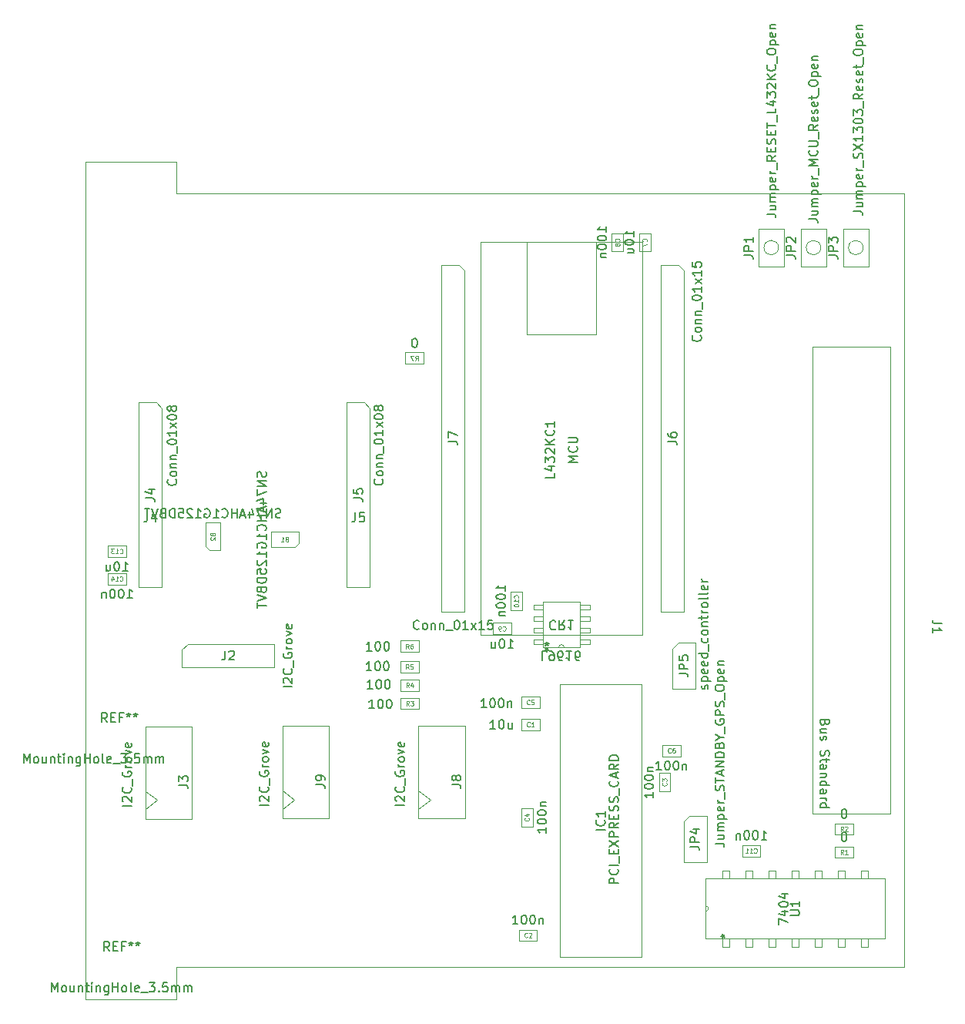
<source format=gbr>
%TF.GenerationSoftware,KiCad,Pcbnew,8.0.2-1*%
%TF.CreationDate,2024-06-17T15:41:44+02:00*%
%TF.ProjectId,Com_Nucleo-L432kc,436f6d5f-4e75-4636-9c65-6f2d4c343332,rev?*%
%TF.SameCoordinates,Original*%
%TF.FileFunction,Profile,NP*%
%FSLAX46Y46*%
G04 Gerber Fmt 4.6, Leading zero omitted, Abs format (unit mm)*
G04 Created by KiCad (PCBNEW 8.0.2-1) date 2024-06-17 15:41:44*
%MOMM*%
%LPD*%
G01*
G04 APERTURE LIST*
%TA.AperFunction,Profile*%
%ADD10C,0.100000*%
%TD*%
%ADD11C,0.150000*%
%ADD12C,0.075000*%
%ADD13C,0.080000*%
%ADD14C,0.100000*%
%ADD15C,0.025400*%
G04 APERTURE END LIST*
D10*
X73750000Y-43050000D02*
X73750000Y-46550000D01*
X63750000Y-43050000D02*
X73750000Y-43050000D01*
X73750000Y-131550000D02*
X153750000Y-131550000D01*
X73750000Y-46550000D02*
X153750000Y-46550000D01*
X63750000Y-135050000D02*
X73750000Y-135050000D01*
X153750000Y-131550000D02*
X153750000Y-46550000D01*
X63750000Y-135050000D02*
X63750000Y-43050000D01*
X73750000Y-131550000D02*
X73750000Y-135050000D01*
D11*
X85214819Y-82108200D02*
X85071962Y-82155819D01*
X85071962Y-82155819D02*
X84833867Y-82155819D01*
X84833867Y-82155819D02*
X84738629Y-82108200D01*
X84738629Y-82108200D02*
X84691010Y-82060580D01*
X84691010Y-82060580D02*
X84643391Y-81965342D01*
X84643391Y-81965342D02*
X84643391Y-81870104D01*
X84643391Y-81870104D02*
X84691010Y-81774866D01*
X84691010Y-81774866D02*
X84738629Y-81727247D01*
X84738629Y-81727247D02*
X84833867Y-81679628D01*
X84833867Y-81679628D02*
X85024343Y-81632009D01*
X85024343Y-81632009D02*
X85119581Y-81584390D01*
X85119581Y-81584390D02*
X85167200Y-81536771D01*
X85167200Y-81536771D02*
X85214819Y-81441533D01*
X85214819Y-81441533D02*
X85214819Y-81346295D01*
X85214819Y-81346295D02*
X85167200Y-81251057D01*
X85167200Y-81251057D02*
X85119581Y-81203438D01*
X85119581Y-81203438D02*
X85024343Y-81155819D01*
X85024343Y-81155819D02*
X84786248Y-81155819D01*
X84786248Y-81155819D02*
X84643391Y-81203438D01*
X84214819Y-82155819D02*
X84214819Y-81155819D01*
X84214819Y-81155819D02*
X83643391Y-82155819D01*
X83643391Y-82155819D02*
X83643391Y-81155819D01*
X83262438Y-81155819D02*
X82595772Y-81155819D01*
X82595772Y-81155819D02*
X83024343Y-82155819D01*
X81786248Y-81489152D02*
X81786248Y-82155819D01*
X82024343Y-81108200D02*
X82262438Y-81822485D01*
X82262438Y-81822485D02*
X81643391Y-81822485D01*
X81310057Y-81870104D02*
X80833867Y-81870104D01*
X81405295Y-82155819D02*
X81071962Y-81155819D01*
X81071962Y-81155819D02*
X80738629Y-82155819D01*
X80405295Y-82155819D02*
X80405295Y-81155819D01*
X80405295Y-81632009D02*
X79833867Y-81632009D01*
X79833867Y-82155819D02*
X79833867Y-81155819D01*
X78786248Y-82060580D02*
X78833867Y-82108200D01*
X78833867Y-82108200D02*
X78976724Y-82155819D01*
X78976724Y-82155819D02*
X79071962Y-82155819D01*
X79071962Y-82155819D02*
X79214819Y-82108200D01*
X79214819Y-82108200D02*
X79310057Y-82012961D01*
X79310057Y-82012961D02*
X79357676Y-81917723D01*
X79357676Y-81917723D02*
X79405295Y-81727247D01*
X79405295Y-81727247D02*
X79405295Y-81584390D01*
X79405295Y-81584390D02*
X79357676Y-81393914D01*
X79357676Y-81393914D02*
X79310057Y-81298676D01*
X79310057Y-81298676D02*
X79214819Y-81203438D01*
X79214819Y-81203438D02*
X79071962Y-81155819D01*
X79071962Y-81155819D02*
X78976724Y-81155819D01*
X78976724Y-81155819D02*
X78833867Y-81203438D01*
X78833867Y-81203438D02*
X78786248Y-81251057D01*
X77833867Y-82155819D02*
X78405295Y-82155819D01*
X78119581Y-82155819D02*
X78119581Y-81155819D01*
X78119581Y-81155819D02*
X78214819Y-81298676D01*
X78214819Y-81298676D02*
X78310057Y-81393914D01*
X78310057Y-81393914D02*
X78405295Y-81441533D01*
X76881486Y-81203438D02*
X76976724Y-81155819D01*
X76976724Y-81155819D02*
X77119581Y-81155819D01*
X77119581Y-81155819D02*
X77262438Y-81203438D01*
X77262438Y-81203438D02*
X77357676Y-81298676D01*
X77357676Y-81298676D02*
X77405295Y-81393914D01*
X77405295Y-81393914D02*
X77452914Y-81584390D01*
X77452914Y-81584390D02*
X77452914Y-81727247D01*
X77452914Y-81727247D02*
X77405295Y-81917723D01*
X77405295Y-81917723D02*
X77357676Y-82012961D01*
X77357676Y-82012961D02*
X77262438Y-82108200D01*
X77262438Y-82108200D02*
X77119581Y-82155819D01*
X77119581Y-82155819D02*
X77024343Y-82155819D01*
X77024343Y-82155819D02*
X76881486Y-82108200D01*
X76881486Y-82108200D02*
X76833867Y-82060580D01*
X76833867Y-82060580D02*
X76833867Y-81727247D01*
X76833867Y-81727247D02*
X77024343Y-81727247D01*
X75881486Y-82155819D02*
X76452914Y-82155819D01*
X76167200Y-82155819D02*
X76167200Y-81155819D01*
X76167200Y-81155819D02*
X76262438Y-81298676D01*
X76262438Y-81298676D02*
X76357676Y-81393914D01*
X76357676Y-81393914D02*
X76452914Y-81441533D01*
X75500533Y-81251057D02*
X75452914Y-81203438D01*
X75452914Y-81203438D02*
X75357676Y-81155819D01*
X75357676Y-81155819D02*
X75119581Y-81155819D01*
X75119581Y-81155819D02*
X75024343Y-81203438D01*
X75024343Y-81203438D02*
X74976724Y-81251057D01*
X74976724Y-81251057D02*
X74929105Y-81346295D01*
X74929105Y-81346295D02*
X74929105Y-81441533D01*
X74929105Y-81441533D02*
X74976724Y-81584390D01*
X74976724Y-81584390D02*
X75548152Y-82155819D01*
X75548152Y-82155819D02*
X74929105Y-82155819D01*
X74024343Y-81155819D02*
X74500533Y-81155819D01*
X74500533Y-81155819D02*
X74548152Y-81632009D01*
X74548152Y-81632009D02*
X74500533Y-81584390D01*
X74500533Y-81584390D02*
X74405295Y-81536771D01*
X74405295Y-81536771D02*
X74167200Y-81536771D01*
X74167200Y-81536771D02*
X74071962Y-81584390D01*
X74071962Y-81584390D02*
X74024343Y-81632009D01*
X74024343Y-81632009D02*
X73976724Y-81727247D01*
X73976724Y-81727247D02*
X73976724Y-81965342D01*
X73976724Y-81965342D02*
X74024343Y-82060580D01*
X74024343Y-82060580D02*
X74071962Y-82108200D01*
X74071962Y-82108200D02*
X74167200Y-82155819D01*
X74167200Y-82155819D02*
X74405295Y-82155819D01*
X74405295Y-82155819D02*
X74500533Y-82108200D01*
X74500533Y-82108200D02*
X74548152Y-82060580D01*
X73548152Y-82155819D02*
X73548152Y-81155819D01*
X73548152Y-81155819D02*
X73310057Y-81155819D01*
X73310057Y-81155819D02*
X73167200Y-81203438D01*
X73167200Y-81203438D02*
X73071962Y-81298676D01*
X73071962Y-81298676D02*
X73024343Y-81393914D01*
X73024343Y-81393914D02*
X72976724Y-81584390D01*
X72976724Y-81584390D02*
X72976724Y-81727247D01*
X72976724Y-81727247D02*
X73024343Y-81917723D01*
X73024343Y-81917723D02*
X73071962Y-82012961D01*
X73071962Y-82012961D02*
X73167200Y-82108200D01*
X73167200Y-82108200D02*
X73310057Y-82155819D01*
X73310057Y-82155819D02*
X73548152Y-82155819D01*
X72214819Y-81632009D02*
X72071962Y-81679628D01*
X72071962Y-81679628D02*
X72024343Y-81727247D01*
X72024343Y-81727247D02*
X71976724Y-81822485D01*
X71976724Y-81822485D02*
X71976724Y-81965342D01*
X71976724Y-81965342D02*
X72024343Y-82060580D01*
X72024343Y-82060580D02*
X72071962Y-82108200D01*
X72071962Y-82108200D02*
X72167200Y-82155819D01*
X72167200Y-82155819D02*
X72548152Y-82155819D01*
X72548152Y-82155819D02*
X72548152Y-81155819D01*
X72548152Y-81155819D02*
X72214819Y-81155819D01*
X72214819Y-81155819D02*
X72119581Y-81203438D01*
X72119581Y-81203438D02*
X72071962Y-81251057D01*
X72071962Y-81251057D02*
X72024343Y-81346295D01*
X72024343Y-81346295D02*
X72024343Y-81441533D01*
X72024343Y-81441533D02*
X72071962Y-81536771D01*
X72071962Y-81536771D02*
X72119581Y-81584390D01*
X72119581Y-81584390D02*
X72214819Y-81632009D01*
X72214819Y-81632009D02*
X72548152Y-81632009D01*
X71691009Y-81155819D02*
X71357676Y-82155819D01*
X71357676Y-82155819D02*
X71024343Y-81155819D01*
X70833866Y-81155819D02*
X70262438Y-81155819D01*
X70548152Y-82155819D02*
X70548152Y-81155819D01*
D12*
X77751752Y-83998619D02*
X77775562Y-84070047D01*
X77775562Y-84070047D02*
X77799371Y-84093857D01*
X77799371Y-84093857D02*
X77846990Y-84117666D01*
X77846990Y-84117666D02*
X77918419Y-84117666D01*
X77918419Y-84117666D02*
X77966038Y-84093857D01*
X77966038Y-84093857D02*
X77989848Y-84070047D01*
X77989848Y-84070047D02*
X78013657Y-84022428D01*
X78013657Y-84022428D02*
X78013657Y-83831952D01*
X78013657Y-83831952D02*
X77513657Y-83831952D01*
X77513657Y-83831952D02*
X77513657Y-83998619D01*
X77513657Y-83998619D02*
X77537467Y-84046238D01*
X77537467Y-84046238D02*
X77561276Y-84070047D01*
X77561276Y-84070047D02*
X77608895Y-84093857D01*
X77608895Y-84093857D02*
X77656514Y-84093857D01*
X77656514Y-84093857D02*
X77704133Y-84070047D01*
X77704133Y-84070047D02*
X77727943Y-84046238D01*
X77727943Y-84046238D02*
X77751752Y-83998619D01*
X77751752Y-83998619D02*
X77751752Y-83831952D01*
X77561276Y-84308143D02*
X77537467Y-84331952D01*
X77537467Y-84331952D02*
X77513657Y-84379571D01*
X77513657Y-84379571D02*
X77513657Y-84498619D01*
X77513657Y-84498619D02*
X77537467Y-84546238D01*
X77537467Y-84546238D02*
X77561276Y-84570047D01*
X77561276Y-84570047D02*
X77608895Y-84593857D01*
X77608895Y-84593857D02*
X77656514Y-84593857D01*
X77656514Y-84593857D02*
X77727943Y-84570047D01*
X77727943Y-84570047D02*
X78013657Y-84284333D01*
X78013657Y-84284333D02*
X78013657Y-84593857D01*
D11*
X110212905Y-96470419D02*
X110784333Y-96470419D01*
X110498619Y-96470419D02*
X110498619Y-95470419D01*
X110498619Y-95470419D02*
X110593857Y-95613276D01*
X110593857Y-95613276D02*
X110689095Y-95708514D01*
X110689095Y-95708514D02*
X110784333Y-95756133D01*
X109593857Y-95470419D02*
X109498619Y-95470419D01*
X109498619Y-95470419D02*
X109403381Y-95518038D01*
X109403381Y-95518038D02*
X109355762Y-95565657D01*
X109355762Y-95565657D02*
X109308143Y-95660895D01*
X109308143Y-95660895D02*
X109260524Y-95851371D01*
X109260524Y-95851371D02*
X109260524Y-96089466D01*
X109260524Y-96089466D02*
X109308143Y-96279942D01*
X109308143Y-96279942D02*
X109355762Y-96375180D01*
X109355762Y-96375180D02*
X109403381Y-96422800D01*
X109403381Y-96422800D02*
X109498619Y-96470419D01*
X109498619Y-96470419D02*
X109593857Y-96470419D01*
X109593857Y-96470419D02*
X109689095Y-96422800D01*
X109689095Y-96422800D02*
X109736714Y-96375180D01*
X109736714Y-96375180D02*
X109784333Y-96279942D01*
X109784333Y-96279942D02*
X109831952Y-96089466D01*
X109831952Y-96089466D02*
X109831952Y-95851371D01*
X109831952Y-95851371D02*
X109784333Y-95660895D01*
X109784333Y-95660895D02*
X109736714Y-95565657D01*
X109736714Y-95565657D02*
X109689095Y-95518038D01*
X109689095Y-95518038D02*
X109593857Y-95470419D01*
X108403381Y-95803752D02*
X108403381Y-96470419D01*
X108831952Y-95803752D02*
X108831952Y-96327561D01*
X108831952Y-96327561D02*
X108784333Y-96422800D01*
X108784333Y-96422800D02*
X108689095Y-96470419D01*
X108689095Y-96470419D02*
X108546238Y-96470419D01*
X108546238Y-96470419D02*
X108451000Y-96422800D01*
X108451000Y-96422800D02*
X108403381Y-96375180D01*
D13*
X109653381Y-94515130D02*
X109677190Y-94538940D01*
X109677190Y-94538940D02*
X109748619Y-94562749D01*
X109748619Y-94562749D02*
X109796238Y-94562749D01*
X109796238Y-94562749D02*
X109867666Y-94538940D01*
X109867666Y-94538940D02*
X109915285Y-94491320D01*
X109915285Y-94491320D02*
X109939095Y-94443701D01*
X109939095Y-94443701D02*
X109962904Y-94348463D01*
X109962904Y-94348463D02*
X109962904Y-94277035D01*
X109962904Y-94277035D02*
X109939095Y-94181797D01*
X109939095Y-94181797D02*
X109915285Y-94134178D01*
X109915285Y-94134178D02*
X109867666Y-94086559D01*
X109867666Y-94086559D02*
X109796238Y-94062749D01*
X109796238Y-94062749D02*
X109748619Y-94062749D01*
X109748619Y-94062749D02*
X109677190Y-94086559D01*
X109677190Y-94086559D02*
X109653381Y-94110368D01*
X109415285Y-94562749D02*
X109320047Y-94562749D01*
X109320047Y-94562749D02*
X109272428Y-94538940D01*
X109272428Y-94538940D02*
X109248619Y-94515130D01*
X109248619Y-94515130D02*
X109201000Y-94443701D01*
X109201000Y-94443701D02*
X109177190Y-94348463D01*
X109177190Y-94348463D02*
X109177190Y-94157987D01*
X109177190Y-94157987D02*
X109201000Y-94110368D01*
X109201000Y-94110368D02*
X109224809Y-94086559D01*
X109224809Y-94086559D02*
X109272428Y-94062749D01*
X109272428Y-94062749D02*
X109367666Y-94062749D01*
X109367666Y-94062749D02*
X109415285Y-94086559D01*
X109415285Y-94086559D02*
X109439095Y-94110368D01*
X109439095Y-94110368D02*
X109462904Y-94157987D01*
X109462904Y-94157987D02*
X109462904Y-94277035D01*
X109462904Y-94277035D02*
X109439095Y-94324654D01*
X109439095Y-94324654D02*
X109415285Y-94348463D01*
X109415285Y-94348463D02*
X109367666Y-94372273D01*
X109367666Y-94372273D02*
X109272428Y-94372273D01*
X109272428Y-94372273D02*
X109224809Y-94348463D01*
X109224809Y-94348463D02*
X109201000Y-94324654D01*
X109201000Y-94324654D02*
X109177190Y-94277035D01*
D11*
X83575848Y-77102628D02*
X83623467Y-77245485D01*
X83623467Y-77245485D02*
X83623467Y-77483580D01*
X83623467Y-77483580D02*
X83575848Y-77578818D01*
X83575848Y-77578818D02*
X83528228Y-77626437D01*
X83528228Y-77626437D02*
X83432990Y-77674056D01*
X83432990Y-77674056D02*
X83337752Y-77674056D01*
X83337752Y-77674056D02*
X83242514Y-77626437D01*
X83242514Y-77626437D02*
X83194895Y-77578818D01*
X83194895Y-77578818D02*
X83147276Y-77483580D01*
X83147276Y-77483580D02*
X83099657Y-77293104D01*
X83099657Y-77293104D02*
X83052038Y-77197866D01*
X83052038Y-77197866D02*
X83004419Y-77150247D01*
X83004419Y-77150247D02*
X82909181Y-77102628D01*
X82909181Y-77102628D02*
X82813943Y-77102628D01*
X82813943Y-77102628D02*
X82718705Y-77150247D01*
X82718705Y-77150247D02*
X82671086Y-77197866D01*
X82671086Y-77197866D02*
X82623467Y-77293104D01*
X82623467Y-77293104D02*
X82623467Y-77531199D01*
X82623467Y-77531199D02*
X82671086Y-77674056D01*
X83623467Y-78102628D02*
X82623467Y-78102628D01*
X82623467Y-78102628D02*
X83623467Y-78674056D01*
X83623467Y-78674056D02*
X82623467Y-78674056D01*
X82623467Y-79055009D02*
X82623467Y-79721675D01*
X82623467Y-79721675D02*
X83623467Y-79293104D01*
X82956800Y-80531199D02*
X83623467Y-80531199D01*
X82575848Y-80293104D02*
X83290133Y-80055009D01*
X83290133Y-80055009D02*
X83290133Y-80674056D01*
X83337752Y-81007390D02*
X83337752Y-81483580D01*
X83623467Y-80912152D02*
X82623467Y-81245485D01*
X82623467Y-81245485D02*
X83623467Y-81578818D01*
X83623467Y-81912152D02*
X82623467Y-81912152D01*
X83099657Y-81912152D02*
X83099657Y-82483580D01*
X83623467Y-82483580D02*
X82623467Y-82483580D01*
X83528228Y-83531199D02*
X83575848Y-83483580D01*
X83575848Y-83483580D02*
X83623467Y-83340723D01*
X83623467Y-83340723D02*
X83623467Y-83245485D01*
X83623467Y-83245485D02*
X83575848Y-83102628D01*
X83575848Y-83102628D02*
X83480609Y-83007390D01*
X83480609Y-83007390D02*
X83385371Y-82959771D01*
X83385371Y-82959771D02*
X83194895Y-82912152D01*
X83194895Y-82912152D02*
X83052038Y-82912152D01*
X83052038Y-82912152D02*
X82861562Y-82959771D01*
X82861562Y-82959771D02*
X82766324Y-83007390D01*
X82766324Y-83007390D02*
X82671086Y-83102628D01*
X82671086Y-83102628D02*
X82623467Y-83245485D01*
X82623467Y-83245485D02*
X82623467Y-83340723D01*
X82623467Y-83340723D02*
X82671086Y-83483580D01*
X82671086Y-83483580D02*
X82718705Y-83531199D01*
X83623467Y-84483580D02*
X83623467Y-83912152D01*
X83623467Y-84197866D02*
X82623467Y-84197866D01*
X82623467Y-84197866D02*
X82766324Y-84102628D01*
X82766324Y-84102628D02*
X82861562Y-84007390D01*
X82861562Y-84007390D02*
X82909181Y-83912152D01*
X82671086Y-85435961D02*
X82623467Y-85340723D01*
X82623467Y-85340723D02*
X82623467Y-85197866D01*
X82623467Y-85197866D02*
X82671086Y-85055009D01*
X82671086Y-85055009D02*
X82766324Y-84959771D01*
X82766324Y-84959771D02*
X82861562Y-84912152D01*
X82861562Y-84912152D02*
X83052038Y-84864533D01*
X83052038Y-84864533D02*
X83194895Y-84864533D01*
X83194895Y-84864533D02*
X83385371Y-84912152D01*
X83385371Y-84912152D02*
X83480609Y-84959771D01*
X83480609Y-84959771D02*
X83575848Y-85055009D01*
X83575848Y-85055009D02*
X83623467Y-85197866D01*
X83623467Y-85197866D02*
X83623467Y-85293104D01*
X83623467Y-85293104D02*
X83575848Y-85435961D01*
X83575848Y-85435961D02*
X83528228Y-85483580D01*
X83528228Y-85483580D02*
X83194895Y-85483580D01*
X83194895Y-85483580D02*
X83194895Y-85293104D01*
X83623467Y-86435961D02*
X83623467Y-85864533D01*
X83623467Y-86150247D02*
X82623467Y-86150247D01*
X82623467Y-86150247D02*
X82766324Y-86055009D01*
X82766324Y-86055009D02*
X82861562Y-85959771D01*
X82861562Y-85959771D02*
X82909181Y-85864533D01*
X82718705Y-86816914D02*
X82671086Y-86864533D01*
X82671086Y-86864533D02*
X82623467Y-86959771D01*
X82623467Y-86959771D02*
X82623467Y-87197866D01*
X82623467Y-87197866D02*
X82671086Y-87293104D01*
X82671086Y-87293104D02*
X82718705Y-87340723D01*
X82718705Y-87340723D02*
X82813943Y-87388342D01*
X82813943Y-87388342D02*
X82909181Y-87388342D01*
X82909181Y-87388342D02*
X83052038Y-87340723D01*
X83052038Y-87340723D02*
X83623467Y-86769295D01*
X83623467Y-86769295D02*
X83623467Y-87388342D01*
X82623467Y-88293104D02*
X82623467Y-87816914D01*
X82623467Y-87816914D02*
X83099657Y-87769295D01*
X83099657Y-87769295D02*
X83052038Y-87816914D01*
X83052038Y-87816914D02*
X83004419Y-87912152D01*
X83004419Y-87912152D02*
X83004419Y-88150247D01*
X83004419Y-88150247D02*
X83052038Y-88245485D01*
X83052038Y-88245485D02*
X83099657Y-88293104D01*
X83099657Y-88293104D02*
X83194895Y-88340723D01*
X83194895Y-88340723D02*
X83432990Y-88340723D01*
X83432990Y-88340723D02*
X83528228Y-88293104D01*
X83528228Y-88293104D02*
X83575848Y-88245485D01*
X83575848Y-88245485D02*
X83623467Y-88150247D01*
X83623467Y-88150247D02*
X83623467Y-87912152D01*
X83623467Y-87912152D02*
X83575848Y-87816914D01*
X83575848Y-87816914D02*
X83528228Y-87769295D01*
X83623467Y-88769295D02*
X82623467Y-88769295D01*
X82623467Y-88769295D02*
X82623467Y-89007390D01*
X82623467Y-89007390D02*
X82671086Y-89150247D01*
X82671086Y-89150247D02*
X82766324Y-89245485D01*
X82766324Y-89245485D02*
X82861562Y-89293104D01*
X82861562Y-89293104D02*
X83052038Y-89340723D01*
X83052038Y-89340723D02*
X83194895Y-89340723D01*
X83194895Y-89340723D02*
X83385371Y-89293104D01*
X83385371Y-89293104D02*
X83480609Y-89245485D01*
X83480609Y-89245485D02*
X83575848Y-89150247D01*
X83575848Y-89150247D02*
X83623467Y-89007390D01*
X83623467Y-89007390D02*
X83623467Y-88769295D01*
X83099657Y-90102628D02*
X83147276Y-90245485D01*
X83147276Y-90245485D02*
X83194895Y-90293104D01*
X83194895Y-90293104D02*
X83290133Y-90340723D01*
X83290133Y-90340723D02*
X83432990Y-90340723D01*
X83432990Y-90340723D02*
X83528228Y-90293104D01*
X83528228Y-90293104D02*
X83575848Y-90245485D01*
X83575848Y-90245485D02*
X83623467Y-90150247D01*
X83623467Y-90150247D02*
X83623467Y-89769295D01*
X83623467Y-89769295D02*
X82623467Y-89769295D01*
X82623467Y-89769295D02*
X82623467Y-90102628D01*
X82623467Y-90102628D02*
X82671086Y-90197866D01*
X82671086Y-90197866D02*
X82718705Y-90245485D01*
X82718705Y-90245485D02*
X82813943Y-90293104D01*
X82813943Y-90293104D02*
X82909181Y-90293104D01*
X82909181Y-90293104D02*
X83004419Y-90245485D01*
X83004419Y-90245485D02*
X83052038Y-90197866D01*
X83052038Y-90197866D02*
X83099657Y-90102628D01*
X83099657Y-90102628D02*
X83099657Y-89769295D01*
X82623467Y-90626438D02*
X83623467Y-90959771D01*
X83623467Y-90959771D02*
X82623467Y-91293104D01*
X82623467Y-91483581D02*
X82623467Y-92055009D01*
X83623467Y-91769295D02*
X82623467Y-91769295D01*
D12*
X85871028Y-84496704D02*
X85799600Y-84520514D01*
X85799600Y-84520514D02*
X85775790Y-84544323D01*
X85775790Y-84544323D02*
X85751981Y-84591942D01*
X85751981Y-84591942D02*
X85751981Y-84663371D01*
X85751981Y-84663371D02*
X85775790Y-84710990D01*
X85775790Y-84710990D02*
X85799600Y-84734800D01*
X85799600Y-84734800D02*
X85847219Y-84758609D01*
X85847219Y-84758609D02*
X86037695Y-84758609D01*
X86037695Y-84758609D02*
X86037695Y-84258609D01*
X86037695Y-84258609D02*
X85871028Y-84258609D01*
X85871028Y-84258609D02*
X85823409Y-84282419D01*
X85823409Y-84282419D02*
X85799600Y-84306228D01*
X85799600Y-84306228D02*
X85775790Y-84353847D01*
X85775790Y-84353847D02*
X85775790Y-84401466D01*
X85775790Y-84401466D02*
X85799600Y-84449085D01*
X85799600Y-84449085D02*
X85823409Y-84472895D01*
X85823409Y-84472895D02*
X85871028Y-84496704D01*
X85871028Y-84496704D02*
X86037695Y-84496704D01*
X85275790Y-84758609D02*
X85561504Y-84758609D01*
X85418647Y-84758609D02*
X85418647Y-84258609D01*
X85418647Y-84258609D02*
X85466266Y-84330038D01*
X85466266Y-84330038D02*
X85513885Y-84377657D01*
X85513885Y-84377657D02*
X85561504Y-84401466D01*
D11*
X109919667Y-90168552D02*
X109919667Y-89597124D01*
X109919667Y-89882838D02*
X108919667Y-89882838D01*
X108919667Y-89882838D02*
X109062524Y-89787600D01*
X109062524Y-89787600D02*
X109157762Y-89692362D01*
X109157762Y-89692362D02*
X109205381Y-89597124D01*
X108919667Y-90787600D02*
X108919667Y-90882838D01*
X108919667Y-90882838D02*
X108967286Y-90978076D01*
X108967286Y-90978076D02*
X109014905Y-91025695D01*
X109014905Y-91025695D02*
X109110143Y-91073314D01*
X109110143Y-91073314D02*
X109300619Y-91120933D01*
X109300619Y-91120933D02*
X109538714Y-91120933D01*
X109538714Y-91120933D02*
X109729190Y-91073314D01*
X109729190Y-91073314D02*
X109824428Y-91025695D01*
X109824428Y-91025695D02*
X109872048Y-90978076D01*
X109872048Y-90978076D02*
X109919667Y-90882838D01*
X109919667Y-90882838D02*
X109919667Y-90787600D01*
X109919667Y-90787600D02*
X109872048Y-90692362D01*
X109872048Y-90692362D02*
X109824428Y-90644743D01*
X109824428Y-90644743D02*
X109729190Y-90597124D01*
X109729190Y-90597124D02*
X109538714Y-90549505D01*
X109538714Y-90549505D02*
X109300619Y-90549505D01*
X109300619Y-90549505D02*
X109110143Y-90597124D01*
X109110143Y-90597124D02*
X109014905Y-90644743D01*
X109014905Y-90644743D02*
X108967286Y-90692362D01*
X108967286Y-90692362D02*
X108919667Y-90787600D01*
X108919667Y-91739981D02*
X108919667Y-91835219D01*
X108919667Y-91835219D02*
X108967286Y-91930457D01*
X108967286Y-91930457D02*
X109014905Y-91978076D01*
X109014905Y-91978076D02*
X109110143Y-92025695D01*
X109110143Y-92025695D02*
X109300619Y-92073314D01*
X109300619Y-92073314D02*
X109538714Y-92073314D01*
X109538714Y-92073314D02*
X109729190Y-92025695D01*
X109729190Y-92025695D02*
X109824428Y-91978076D01*
X109824428Y-91978076D02*
X109872048Y-91930457D01*
X109872048Y-91930457D02*
X109919667Y-91835219D01*
X109919667Y-91835219D02*
X109919667Y-91739981D01*
X109919667Y-91739981D02*
X109872048Y-91644743D01*
X109872048Y-91644743D02*
X109824428Y-91597124D01*
X109824428Y-91597124D02*
X109729190Y-91549505D01*
X109729190Y-91549505D02*
X109538714Y-91501886D01*
X109538714Y-91501886D02*
X109300619Y-91501886D01*
X109300619Y-91501886D02*
X109110143Y-91549505D01*
X109110143Y-91549505D02*
X109014905Y-91597124D01*
X109014905Y-91597124D02*
X108967286Y-91644743D01*
X108967286Y-91644743D02*
X108919667Y-91739981D01*
X109253000Y-92501886D02*
X109919667Y-92501886D01*
X109348238Y-92501886D02*
X109300619Y-92549505D01*
X109300619Y-92549505D02*
X109253000Y-92644743D01*
X109253000Y-92644743D02*
X109253000Y-92787600D01*
X109253000Y-92787600D02*
X109300619Y-92882838D01*
X109300619Y-92882838D02*
X109395857Y-92930457D01*
X109395857Y-92930457D02*
X109919667Y-92930457D01*
D13*
X111324378Y-90966171D02*
X111348188Y-90942362D01*
X111348188Y-90942362D02*
X111371997Y-90870933D01*
X111371997Y-90870933D02*
X111371997Y-90823314D01*
X111371997Y-90823314D02*
X111348188Y-90751886D01*
X111348188Y-90751886D02*
X111300568Y-90704267D01*
X111300568Y-90704267D02*
X111252949Y-90680457D01*
X111252949Y-90680457D02*
X111157711Y-90656648D01*
X111157711Y-90656648D02*
X111086283Y-90656648D01*
X111086283Y-90656648D02*
X110991045Y-90680457D01*
X110991045Y-90680457D02*
X110943426Y-90704267D01*
X110943426Y-90704267D02*
X110895807Y-90751886D01*
X110895807Y-90751886D02*
X110871997Y-90823314D01*
X110871997Y-90823314D02*
X110871997Y-90870933D01*
X110871997Y-90870933D02*
X110895807Y-90942362D01*
X110895807Y-90942362D02*
X110919616Y-90966171D01*
X111371997Y-91442362D02*
X111371997Y-91156648D01*
X111371997Y-91299505D02*
X110871997Y-91299505D01*
X110871997Y-91299505D02*
X110943426Y-91251886D01*
X110943426Y-91251886D02*
X110991045Y-91204267D01*
X110991045Y-91204267D02*
X111014854Y-91156648D01*
X110871997Y-91751885D02*
X110871997Y-91799504D01*
X110871997Y-91799504D02*
X110895807Y-91847123D01*
X110895807Y-91847123D02*
X110919616Y-91870933D01*
X110919616Y-91870933D02*
X110967235Y-91894742D01*
X110967235Y-91894742D02*
X111062473Y-91918552D01*
X111062473Y-91918552D02*
X111181521Y-91918552D01*
X111181521Y-91918552D02*
X111276759Y-91894742D01*
X111276759Y-91894742D02*
X111324378Y-91870933D01*
X111324378Y-91870933D02*
X111348188Y-91847123D01*
X111348188Y-91847123D02*
X111371997Y-91799504D01*
X111371997Y-91799504D02*
X111371997Y-91751885D01*
X111371997Y-91751885D02*
X111348188Y-91704266D01*
X111348188Y-91704266D02*
X111324378Y-91680457D01*
X111324378Y-91680457D02*
X111276759Y-91656647D01*
X111276759Y-91656647D02*
X111181521Y-91632838D01*
X111181521Y-91632838D02*
X111062473Y-91632838D01*
X111062473Y-91632838D02*
X110967235Y-91656647D01*
X110967235Y-91656647D02*
X110919616Y-91680457D01*
X110919616Y-91680457D02*
X110895807Y-91704266D01*
X110895807Y-91704266D02*
X110871997Y-91751885D01*
D11*
X138070295Y-117519819D02*
X138641723Y-117519819D01*
X138356009Y-117519819D02*
X138356009Y-116519819D01*
X138356009Y-116519819D02*
X138451247Y-116662676D01*
X138451247Y-116662676D02*
X138546485Y-116757914D01*
X138546485Y-116757914D02*
X138641723Y-116805533D01*
X137451247Y-116519819D02*
X137356009Y-116519819D01*
X137356009Y-116519819D02*
X137260771Y-116567438D01*
X137260771Y-116567438D02*
X137213152Y-116615057D01*
X137213152Y-116615057D02*
X137165533Y-116710295D01*
X137165533Y-116710295D02*
X137117914Y-116900771D01*
X137117914Y-116900771D02*
X137117914Y-117138866D01*
X137117914Y-117138866D02*
X137165533Y-117329342D01*
X137165533Y-117329342D02*
X137213152Y-117424580D01*
X137213152Y-117424580D02*
X137260771Y-117472200D01*
X137260771Y-117472200D02*
X137356009Y-117519819D01*
X137356009Y-117519819D02*
X137451247Y-117519819D01*
X137451247Y-117519819D02*
X137546485Y-117472200D01*
X137546485Y-117472200D02*
X137594104Y-117424580D01*
X137594104Y-117424580D02*
X137641723Y-117329342D01*
X137641723Y-117329342D02*
X137689342Y-117138866D01*
X137689342Y-117138866D02*
X137689342Y-116900771D01*
X137689342Y-116900771D02*
X137641723Y-116710295D01*
X137641723Y-116710295D02*
X137594104Y-116615057D01*
X137594104Y-116615057D02*
X137546485Y-116567438D01*
X137546485Y-116567438D02*
X137451247Y-116519819D01*
X136498866Y-116519819D02*
X136403628Y-116519819D01*
X136403628Y-116519819D02*
X136308390Y-116567438D01*
X136308390Y-116567438D02*
X136260771Y-116615057D01*
X136260771Y-116615057D02*
X136213152Y-116710295D01*
X136213152Y-116710295D02*
X136165533Y-116900771D01*
X136165533Y-116900771D02*
X136165533Y-117138866D01*
X136165533Y-117138866D02*
X136213152Y-117329342D01*
X136213152Y-117329342D02*
X136260771Y-117424580D01*
X136260771Y-117424580D02*
X136308390Y-117472200D01*
X136308390Y-117472200D02*
X136403628Y-117519819D01*
X136403628Y-117519819D02*
X136498866Y-117519819D01*
X136498866Y-117519819D02*
X136594104Y-117472200D01*
X136594104Y-117472200D02*
X136641723Y-117424580D01*
X136641723Y-117424580D02*
X136689342Y-117329342D01*
X136689342Y-117329342D02*
X136736961Y-117138866D01*
X136736961Y-117138866D02*
X136736961Y-116900771D01*
X136736961Y-116900771D02*
X136689342Y-116710295D01*
X136689342Y-116710295D02*
X136641723Y-116615057D01*
X136641723Y-116615057D02*
X136594104Y-116567438D01*
X136594104Y-116567438D02*
X136498866Y-116519819D01*
X135736961Y-116853152D02*
X135736961Y-117519819D01*
X135736961Y-116948390D02*
X135689342Y-116900771D01*
X135689342Y-116900771D02*
X135594104Y-116853152D01*
X135594104Y-116853152D02*
X135451247Y-116853152D01*
X135451247Y-116853152D02*
X135356009Y-116900771D01*
X135356009Y-116900771D02*
X135308390Y-116996009D01*
X135308390Y-116996009D02*
X135308390Y-117519819D01*
D13*
X137272676Y-118924530D02*
X137296485Y-118948340D01*
X137296485Y-118948340D02*
X137367914Y-118972149D01*
X137367914Y-118972149D02*
X137415533Y-118972149D01*
X137415533Y-118972149D02*
X137486961Y-118948340D01*
X137486961Y-118948340D02*
X137534580Y-118900720D01*
X137534580Y-118900720D02*
X137558390Y-118853101D01*
X137558390Y-118853101D02*
X137582199Y-118757863D01*
X137582199Y-118757863D02*
X137582199Y-118686435D01*
X137582199Y-118686435D02*
X137558390Y-118591197D01*
X137558390Y-118591197D02*
X137534580Y-118543578D01*
X137534580Y-118543578D02*
X137486961Y-118495959D01*
X137486961Y-118495959D02*
X137415533Y-118472149D01*
X137415533Y-118472149D02*
X137367914Y-118472149D01*
X137367914Y-118472149D02*
X137296485Y-118495959D01*
X137296485Y-118495959D02*
X137272676Y-118519768D01*
X136796485Y-118972149D02*
X137082199Y-118972149D01*
X136939342Y-118972149D02*
X136939342Y-118472149D01*
X136939342Y-118472149D02*
X136986961Y-118543578D01*
X136986961Y-118543578D02*
X137034580Y-118591197D01*
X137034580Y-118591197D02*
X137082199Y-118615006D01*
X136320295Y-118972149D02*
X136606009Y-118972149D01*
X136463152Y-118972149D02*
X136463152Y-118472149D01*
X136463152Y-118472149D02*
X136510771Y-118543578D01*
X136510771Y-118543578D02*
X136558390Y-118591197D01*
X136558390Y-118591197D02*
X136606009Y-118615006D01*
D11*
X99991066Y-62422419D02*
X99895828Y-62422419D01*
X99895828Y-62422419D02*
X99800590Y-62470038D01*
X99800590Y-62470038D02*
X99752971Y-62517657D01*
X99752971Y-62517657D02*
X99705352Y-62612895D01*
X99705352Y-62612895D02*
X99657733Y-62803371D01*
X99657733Y-62803371D02*
X99657733Y-63041466D01*
X99657733Y-63041466D02*
X99705352Y-63231942D01*
X99705352Y-63231942D02*
X99752971Y-63327180D01*
X99752971Y-63327180D02*
X99800590Y-63374800D01*
X99800590Y-63374800D02*
X99895828Y-63422419D01*
X99895828Y-63422419D02*
X99991066Y-63422419D01*
X99991066Y-63422419D02*
X100086304Y-63374800D01*
X100086304Y-63374800D02*
X100133923Y-63327180D01*
X100133923Y-63327180D02*
X100181542Y-63231942D01*
X100181542Y-63231942D02*
X100229161Y-63041466D01*
X100229161Y-63041466D02*
X100229161Y-62803371D01*
X100229161Y-62803371D02*
X100181542Y-62612895D01*
X100181542Y-62612895D02*
X100133923Y-62517657D01*
X100133923Y-62517657D02*
X100086304Y-62470038D01*
X100086304Y-62470038D02*
X99991066Y-62422419D01*
D13*
X100026781Y-64844749D02*
X100193447Y-64606654D01*
X100312495Y-64844749D02*
X100312495Y-64344749D01*
X100312495Y-64344749D02*
X100122019Y-64344749D01*
X100122019Y-64344749D02*
X100074400Y-64368559D01*
X100074400Y-64368559D02*
X100050590Y-64392368D01*
X100050590Y-64392368D02*
X100026781Y-64439987D01*
X100026781Y-64439987D02*
X100026781Y-64511416D01*
X100026781Y-64511416D02*
X100050590Y-64559035D01*
X100050590Y-64559035D02*
X100074400Y-64582844D01*
X100074400Y-64582844D02*
X100122019Y-64606654D01*
X100122019Y-64606654D02*
X100312495Y-64606654D01*
X99860114Y-64344749D02*
X99526781Y-64344749D01*
X99526781Y-64344749D02*
X99741066Y-64844749D01*
D11*
X121032067Y-50757952D02*
X121032067Y-50186524D01*
X121032067Y-50472238D02*
X120032067Y-50472238D01*
X120032067Y-50472238D02*
X120174924Y-50377000D01*
X120174924Y-50377000D02*
X120270162Y-50281762D01*
X120270162Y-50281762D02*
X120317781Y-50186524D01*
X120032067Y-51377000D02*
X120032067Y-51472238D01*
X120032067Y-51472238D02*
X120079686Y-51567476D01*
X120079686Y-51567476D02*
X120127305Y-51615095D01*
X120127305Y-51615095D02*
X120222543Y-51662714D01*
X120222543Y-51662714D02*
X120413019Y-51710333D01*
X120413019Y-51710333D02*
X120651114Y-51710333D01*
X120651114Y-51710333D02*
X120841590Y-51662714D01*
X120841590Y-51662714D02*
X120936828Y-51615095D01*
X120936828Y-51615095D02*
X120984448Y-51567476D01*
X120984448Y-51567476D02*
X121032067Y-51472238D01*
X121032067Y-51472238D02*
X121032067Y-51377000D01*
X121032067Y-51377000D02*
X120984448Y-51281762D01*
X120984448Y-51281762D02*
X120936828Y-51234143D01*
X120936828Y-51234143D02*
X120841590Y-51186524D01*
X120841590Y-51186524D02*
X120651114Y-51138905D01*
X120651114Y-51138905D02*
X120413019Y-51138905D01*
X120413019Y-51138905D02*
X120222543Y-51186524D01*
X120222543Y-51186524D02*
X120127305Y-51234143D01*
X120127305Y-51234143D02*
X120079686Y-51281762D01*
X120079686Y-51281762D02*
X120032067Y-51377000D01*
X120032067Y-52329381D02*
X120032067Y-52424619D01*
X120032067Y-52424619D02*
X120079686Y-52519857D01*
X120079686Y-52519857D02*
X120127305Y-52567476D01*
X120127305Y-52567476D02*
X120222543Y-52615095D01*
X120222543Y-52615095D02*
X120413019Y-52662714D01*
X120413019Y-52662714D02*
X120651114Y-52662714D01*
X120651114Y-52662714D02*
X120841590Y-52615095D01*
X120841590Y-52615095D02*
X120936828Y-52567476D01*
X120936828Y-52567476D02*
X120984448Y-52519857D01*
X120984448Y-52519857D02*
X121032067Y-52424619D01*
X121032067Y-52424619D02*
X121032067Y-52329381D01*
X121032067Y-52329381D02*
X120984448Y-52234143D01*
X120984448Y-52234143D02*
X120936828Y-52186524D01*
X120936828Y-52186524D02*
X120841590Y-52138905D01*
X120841590Y-52138905D02*
X120651114Y-52091286D01*
X120651114Y-52091286D02*
X120413019Y-52091286D01*
X120413019Y-52091286D02*
X120222543Y-52138905D01*
X120222543Y-52138905D02*
X120127305Y-52186524D01*
X120127305Y-52186524D02*
X120079686Y-52234143D01*
X120079686Y-52234143D02*
X120032067Y-52329381D01*
X120365400Y-53091286D02*
X121032067Y-53091286D01*
X120460638Y-53091286D02*
X120413019Y-53138905D01*
X120413019Y-53138905D02*
X120365400Y-53234143D01*
X120365400Y-53234143D02*
X120365400Y-53377000D01*
X120365400Y-53377000D02*
X120413019Y-53472238D01*
X120413019Y-53472238D02*
X120508257Y-53519857D01*
X120508257Y-53519857D02*
X121032067Y-53519857D01*
D13*
X122436778Y-51793666D02*
X122460588Y-51769857D01*
X122460588Y-51769857D02*
X122484397Y-51698428D01*
X122484397Y-51698428D02*
X122484397Y-51650809D01*
X122484397Y-51650809D02*
X122460588Y-51579381D01*
X122460588Y-51579381D02*
X122412968Y-51531762D01*
X122412968Y-51531762D02*
X122365349Y-51507952D01*
X122365349Y-51507952D02*
X122270111Y-51484143D01*
X122270111Y-51484143D02*
X122198683Y-51484143D01*
X122198683Y-51484143D02*
X122103445Y-51507952D01*
X122103445Y-51507952D02*
X122055826Y-51531762D01*
X122055826Y-51531762D02*
X122008207Y-51579381D01*
X122008207Y-51579381D02*
X121984397Y-51650809D01*
X121984397Y-51650809D02*
X121984397Y-51698428D01*
X121984397Y-51698428D02*
X122008207Y-51769857D01*
X122008207Y-51769857D02*
X122032016Y-51793666D01*
X122198683Y-52079381D02*
X122174873Y-52031762D01*
X122174873Y-52031762D02*
X122151064Y-52007952D01*
X122151064Y-52007952D02*
X122103445Y-51984143D01*
X122103445Y-51984143D02*
X122079635Y-51984143D01*
X122079635Y-51984143D02*
X122032016Y-52007952D01*
X122032016Y-52007952D02*
X122008207Y-52031762D01*
X122008207Y-52031762D02*
X121984397Y-52079381D01*
X121984397Y-52079381D02*
X121984397Y-52174619D01*
X121984397Y-52174619D02*
X122008207Y-52222238D01*
X122008207Y-52222238D02*
X122032016Y-52246047D01*
X122032016Y-52246047D02*
X122079635Y-52269857D01*
X122079635Y-52269857D02*
X122103445Y-52269857D01*
X122103445Y-52269857D02*
X122151064Y-52246047D01*
X122151064Y-52246047D02*
X122174873Y-52222238D01*
X122174873Y-52222238D02*
X122198683Y-52174619D01*
X122198683Y-52174619D02*
X122198683Y-52079381D01*
X122198683Y-52079381D02*
X122222492Y-52031762D01*
X122222492Y-52031762D02*
X122246302Y-52007952D01*
X122246302Y-52007952D02*
X122293921Y-51984143D01*
X122293921Y-51984143D02*
X122389159Y-51984143D01*
X122389159Y-51984143D02*
X122436778Y-52007952D01*
X122436778Y-52007952D02*
X122460588Y-52031762D01*
X122460588Y-52031762D02*
X122484397Y-52079381D01*
X122484397Y-52079381D02*
X122484397Y-52174619D01*
X122484397Y-52174619D02*
X122460588Y-52222238D01*
X122460588Y-52222238D02*
X122436778Y-52246047D01*
X122436778Y-52246047D02*
X122389159Y-52269857D01*
X122389159Y-52269857D02*
X122293921Y-52269857D01*
X122293921Y-52269857D02*
X122246302Y-52246047D01*
X122246302Y-52246047D02*
X122222492Y-52222238D01*
X122222492Y-52222238D02*
X122198683Y-52174619D01*
D11*
X114444761Y-96835180D02*
X113968571Y-96835180D01*
X113968571Y-96835180D02*
X113968571Y-97835180D01*
X114825714Y-96835180D02*
X115016190Y-96835180D01*
X115016190Y-96835180D02*
X115111428Y-96882800D01*
X115111428Y-96882800D02*
X115159047Y-96930419D01*
X115159047Y-96930419D02*
X115254285Y-97073276D01*
X115254285Y-97073276D02*
X115301904Y-97263752D01*
X115301904Y-97263752D02*
X115301904Y-97644704D01*
X115301904Y-97644704D02*
X115254285Y-97739942D01*
X115254285Y-97739942D02*
X115206666Y-97787561D01*
X115206666Y-97787561D02*
X115111428Y-97835180D01*
X115111428Y-97835180D02*
X114920952Y-97835180D01*
X114920952Y-97835180D02*
X114825714Y-97787561D01*
X114825714Y-97787561D02*
X114778095Y-97739942D01*
X114778095Y-97739942D02*
X114730476Y-97644704D01*
X114730476Y-97644704D02*
X114730476Y-97406609D01*
X114730476Y-97406609D02*
X114778095Y-97311371D01*
X114778095Y-97311371D02*
X114825714Y-97263752D01*
X114825714Y-97263752D02*
X114920952Y-97216133D01*
X114920952Y-97216133D02*
X115111428Y-97216133D01*
X115111428Y-97216133D02*
X115206666Y-97263752D01*
X115206666Y-97263752D02*
X115254285Y-97311371D01*
X115254285Y-97311371D02*
X115301904Y-97406609D01*
X116159047Y-97835180D02*
X115968571Y-97835180D01*
X115968571Y-97835180D02*
X115873333Y-97787561D01*
X115873333Y-97787561D02*
X115825714Y-97739942D01*
X115825714Y-97739942D02*
X115730476Y-97597085D01*
X115730476Y-97597085D02*
X115682857Y-97406609D01*
X115682857Y-97406609D02*
X115682857Y-97025657D01*
X115682857Y-97025657D02*
X115730476Y-96930419D01*
X115730476Y-96930419D02*
X115778095Y-96882800D01*
X115778095Y-96882800D02*
X115873333Y-96835180D01*
X115873333Y-96835180D02*
X116063809Y-96835180D01*
X116063809Y-96835180D02*
X116159047Y-96882800D01*
X116159047Y-96882800D02*
X116206666Y-96930419D01*
X116206666Y-96930419D02*
X116254285Y-97025657D01*
X116254285Y-97025657D02*
X116254285Y-97263752D01*
X116254285Y-97263752D02*
X116206666Y-97358990D01*
X116206666Y-97358990D02*
X116159047Y-97406609D01*
X116159047Y-97406609D02*
X116063809Y-97454228D01*
X116063809Y-97454228D02*
X115873333Y-97454228D01*
X115873333Y-97454228D02*
X115778095Y-97406609D01*
X115778095Y-97406609D02*
X115730476Y-97358990D01*
X115730476Y-97358990D02*
X115682857Y-97263752D01*
X117206666Y-96835180D02*
X116635238Y-96835180D01*
X116920952Y-96835180D02*
X116920952Y-97835180D01*
X116920952Y-97835180D02*
X116825714Y-97692323D01*
X116825714Y-97692323D02*
X116730476Y-97597085D01*
X116730476Y-97597085D02*
X116635238Y-97549466D01*
X118063809Y-97835180D02*
X117873333Y-97835180D01*
X117873333Y-97835180D02*
X117778095Y-97787561D01*
X117778095Y-97787561D02*
X117730476Y-97739942D01*
X117730476Y-97739942D02*
X117635238Y-97597085D01*
X117635238Y-97597085D02*
X117587619Y-97406609D01*
X117587619Y-97406609D02*
X117587619Y-97025657D01*
X117587619Y-97025657D02*
X117635238Y-96930419D01*
X117635238Y-96930419D02*
X117682857Y-96882800D01*
X117682857Y-96882800D02*
X117778095Y-96835180D01*
X117778095Y-96835180D02*
X117968571Y-96835180D01*
X117968571Y-96835180D02*
X118063809Y-96882800D01*
X118063809Y-96882800D02*
X118111428Y-96930419D01*
X118111428Y-96930419D02*
X118159047Y-97025657D01*
X118159047Y-97025657D02*
X118159047Y-97263752D01*
X118159047Y-97263752D02*
X118111428Y-97358990D01*
X118111428Y-97358990D02*
X118063809Y-97406609D01*
X118063809Y-97406609D02*
X117968571Y-97454228D01*
X117968571Y-97454228D02*
X117778095Y-97454228D01*
X117778095Y-97454228D02*
X117682857Y-97406609D01*
X117682857Y-97406609D02*
X117635238Y-97358990D01*
X117635238Y-97358990D02*
X117587619Y-97263752D01*
X115431181Y-93544219D02*
X115383562Y-93496600D01*
X115383562Y-93496600D02*
X115240705Y-93448980D01*
X115240705Y-93448980D02*
X115145467Y-93448980D01*
X115145467Y-93448980D02*
X115002610Y-93496600D01*
X115002610Y-93496600D02*
X114907372Y-93591838D01*
X114907372Y-93591838D02*
X114859753Y-93687076D01*
X114859753Y-93687076D02*
X114812134Y-93877552D01*
X114812134Y-93877552D02*
X114812134Y-94020409D01*
X114812134Y-94020409D02*
X114859753Y-94210885D01*
X114859753Y-94210885D02*
X114907372Y-94306123D01*
X114907372Y-94306123D02*
X115002610Y-94401361D01*
X115002610Y-94401361D02*
X115145467Y-94448980D01*
X115145467Y-94448980D02*
X115240705Y-94448980D01*
X115240705Y-94448980D02*
X115383562Y-94401361D01*
X115383562Y-94401361D02*
X115431181Y-94353742D01*
X116431181Y-93448980D02*
X116097848Y-93925171D01*
X115859753Y-93448980D02*
X115859753Y-94448980D01*
X115859753Y-94448980D02*
X116240705Y-94448980D01*
X116240705Y-94448980D02*
X116335943Y-94401361D01*
X116335943Y-94401361D02*
X116383562Y-94353742D01*
X116383562Y-94353742D02*
X116431181Y-94258504D01*
X116431181Y-94258504D02*
X116431181Y-94115647D01*
X116431181Y-94115647D02*
X116383562Y-94020409D01*
X116383562Y-94020409D02*
X116335943Y-93972790D01*
X116335943Y-93972790D02*
X116240705Y-93925171D01*
X116240705Y-93925171D02*
X115859753Y-93925171D01*
X117383562Y-93448980D02*
X116812134Y-93448980D01*
X117097848Y-93448980D02*
X117097848Y-94448980D01*
X117097848Y-94448980D02*
X117002610Y-94306123D01*
X117002610Y-94306123D02*
X116907372Y-94210885D01*
X116907372Y-94210885D02*
X116812134Y-94163266D01*
X114472247Y-95784319D02*
X114472247Y-96022414D01*
X114710342Y-95927176D02*
X114472247Y-96022414D01*
X114472247Y-96022414D02*
X114234152Y-95927176D01*
X114615104Y-96212890D02*
X114472247Y-96022414D01*
X114472247Y-96022414D02*
X114329390Y-96212890D01*
X114472248Y-96874680D02*
X114472248Y-96636585D01*
X114234153Y-96731823D02*
X114472248Y-96636585D01*
X114472248Y-96636585D02*
X114710343Y-96731823D01*
X114329391Y-96446109D02*
X114472248Y-96636585D01*
X114472248Y-96636585D02*
X114615105Y-96446109D01*
X124042067Y-51234142D02*
X124042067Y-50662714D01*
X124042067Y-50948428D02*
X123042067Y-50948428D01*
X123042067Y-50948428D02*
X123184924Y-50853190D01*
X123184924Y-50853190D02*
X123280162Y-50757952D01*
X123280162Y-50757952D02*
X123327781Y-50662714D01*
X123042067Y-51853190D02*
X123042067Y-51948428D01*
X123042067Y-51948428D02*
X123089686Y-52043666D01*
X123089686Y-52043666D02*
X123137305Y-52091285D01*
X123137305Y-52091285D02*
X123232543Y-52138904D01*
X123232543Y-52138904D02*
X123423019Y-52186523D01*
X123423019Y-52186523D02*
X123661114Y-52186523D01*
X123661114Y-52186523D02*
X123851590Y-52138904D01*
X123851590Y-52138904D02*
X123946828Y-52091285D01*
X123946828Y-52091285D02*
X123994448Y-52043666D01*
X123994448Y-52043666D02*
X124042067Y-51948428D01*
X124042067Y-51948428D02*
X124042067Y-51853190D01*
X124042067Y-51853190D02*
X123994448Y-51757952D01*
X123994448Y-51757952D02*
X123946828Y-51710333D01*
X123946828Y-51710333D02*
X123851590Y-51662714D01*
X123851590Y-51662714D02*
X123661114Y-51615095D01*
X123661114Y-51615095D02*
X123423019Y-51615095D01*
X123423019Y-51615095D02*
X123232543Y-51662714D01*
X123232543Y-51662714D02*
X123137305Y-51710333D01*
X123137305Y-51710333D02*
X123089686Y-51757952D01*
X123089686Y-51757952D02*
X123042067Y-51853190D01*
X123375400Y-53043666D02*
X124042067Y-53043666D01*
X123375400Y-52615095D02*
X123899209Y-52615095D01*
X123899209Y-52615095D02*
X123994448Y-52662714D01*
X123994448Y-52662714D02*
X124042067Y-52757952D01*
X124042067Y-52757952D02*
X124042067Y-52900809D01*
X124042067Y-52900809D02*
X123994448Y-52996047D01*
X123994448Y-52996047D02*
X123946828Y-53043666D01*
D13*
X125446778Y-51793666D02*
X125470588Y-51769857D01*
X125470588Y-51769857D02*
X125494397Y-51698428D01*
X125494397Y-51698428D02*
X125494397Y-51650809D01*
X125494397Y-51650809D02*
X125470588Y-51579381D01*
X125470588Y-51579381D02*
X125422968Y-51531762D01*
X125422968Y-51531762D02*
X125375349Y-51507952D01*
X125375349Y-51507952D02*
X125280111Y-51484143D01*
X125280111Y-51484143D02*
X125208683Y-51484143D01*
X125208683Y-51484143D02*
X125113445Y-51507952D01*
X125113445Y-51507952D02*
X125065826Y-51531762D01*
X125065826Y-51531762D02*
X125018207Y-51579381D01*
X125018207Y-51579381D02*
X124994397Y-51650809D01*
X124994397Y-51650809D02*
X124994397Y-51698428D01*
X124994397Y-51698428D02*
X125018207Y-51769857D01*
X125018207Y-51769857D02*
X125042016Y-51793666D01*
X124994397Y-51960333D02*
X124994397Y-52293666D01*
X124994397Y-52293666D02*
X125494397Y-52079381D01*
D11*
X68347295Y-90996819D02*
X68918723Y-90996819D01*
X68633009Y-90996819D02*
X68633009Y-89996819D01*
X68633009Y-89996819D02*
X68728247Y-90139676D01*
X68728247Y-90139676D02*
X68823485Y-90234914D01*
X68823485Y-90234914D02*
X68918723Y-90282533D01*
X67728247Y-89996819D02*
X67633009Y-89996819D01*
X67633009Y-89996819D02*
X67537771Y-90044438D01*
X67537771Y-90044438D02*
X67490152Y-90092057D01*
X67490152Y-90092057D02*
X67442533Y-90187295D01*
X67442533Y-90187295D02*
X67394914Y-90377771D01*
X67394914Y-90377771D02*
X67394914Y-90615866D01*
X67394914Y-90615866D02*
X67442533Y-90806342D01*
X67442533Y-90806342D02*
X67490152Y-90901580D01*
X67490152Y-90901580D02*
X67537771Y-90949200D01*
X67537771Y-90949200D02*
X67633009Y-90996819D01*
X67633009Y-90996819D02*
X67728247Y-90996819D01*
X67728247Y-90996819D02*
X67823485Y-90949200D01*
X67823485Y-90949200D02*
X67871104Y-90901580D01*
X67871104Y-90901580D02*
X67918723Y-90806342D01*
X67918723Y-90806342D02*
X67966342Y-90615866D01*
X67966342Y-90615866D02*
X67966342Y-90377771D01*
X67966342Y-90377771D02*
X67918723Y-90187295D01*
X67918723Y-90187295D02*
X67871104Y-90092057D01*
X67871104Y-90092057D02*
X67823485Y-90044438D01*
X67823485Y-90044438D02*
X67728247Y-89996819D01*
X66775866Y-89996819D02*
X66680628Y-89996819D01*
X66680628Y-89996819D02*
X66585390Y-90044438D01*
X66585390Y-90044438D02*
X66537771Y-90092057D01*
X66537771Y-90092057D02*
X66490152Y-90187295D01*
X66490152Y-90187295D02*
X66442533Y-90377771D01*
X66442533Y-90377771D02*
X66442533Y-90615866D01*
X66442533Y-90615866D02*
X66490152Y-90806342D01*
X66490152Y-90806342D02*
X66537771Y-90901580D01*
X66537771Y-90901580D02*
X66585390Y-90949200D01*
X66585390Y-90949200D02*
X66680628Y-90996819D01*
X66680628Y-90996819D02*
X66775866Y-90996819D01*
X66775866Y-90996819D02*
X66871104Y-90949200D01*
X66871104Y-90949200D02*
X66918723Y-90901580D01*
X66918723Y-90901580D02*
X66966342Y-90806342D01*
X66966342Y-90806342D02*
X67013961Y-90615866D01*
X67013961Y-90615866D02*
X67013961Y-90377771D01*
X67013961Y-90377771D02*
X66966342Y-90187295D01*
X66966342Y-90187295D02*
X66918723Y-90092057D01*
X66918723Y-90092057D02*
X66871104Y-90044438D01*
X66871104Y-90044438D02*
X66775866Y-89996819D01*
X66013961Y-90330152D02*
X66013961Y-90996819D01*
X66013961Y-90425390D02*
X65966342Y-90377771D01*
X65966342Y-90377771D02*
X65871104Y-90330152D01*
X65871104Y-90330152D02*
X65728247Y-90330152D01*
X65728247Y-90330152D02*
X65633009Y-90377771D01*
X65633009Y-90377771D02*
X65585390Y-90473009D01*
X65585390Y-90473009D02*
X65585390Y-90996819D01*
D13*
X67549676Y-89041530D02*
X67573485Y-89065340D01*
X67573485Y-89065340D02*
X67644914Y-89089149D01*
X67644914Y-89089149D02*
X67692533Y-89089149D01*
X67692533Y-89089149D02*
X67763961Y-89065340D01*
X67763961Y-89065340D02*
X67811580Y-89017720D01*
X67811580Y-89017720D02*
X67835390Y-88970101D01*
X67835390Y-88970101D02*
X67859199Y-88874863D01*
X67859199Y-88874863D02*
X67859199Y-88803435D01*
X67859199Y-88803435D02*
X67835390Y-88708197D01*
X67835390Y-88708197D02*
X67811580Y-88660578D01*
X67811580Y-88660578D02*
X67763961Y-88612959D01*
X67763961Y-88612959D02*
X67692533Y-88589149D01*
X67692533Y-88589149D02*
X67644914Y-88589149D01*
X67644914Y-88589149D02*
X67573485Y-88612959D01*
X67573485Y-88612959D02*
X67549676Y-88636768D01*
X67073485Y-89089149D02*
X67359199Y-89089149D01*
X67216342Y-89089149D02*
X67216342Y-88589149D01*
X67216342Y-88589149D02*
X67263961Y-88660578D01*
X67263961Y-88660578D02*
X67311580Y-88708197D01*
X67311580Y-88708197D02*
X67359199Y-88732006D01*
X66644914Y-88755816D02*
X66644914Y-89089149D01*
X66763962Y-88565340D02*
X66883009Y-88922482D01*
X66883009Y-88922482D02*
X66573486Y-88922482D01*
D11*
X67871105Y-87986819D02*
X68442533Y-87986819D01*
X68156819Y-87986819D02*
X68156819Y-86986819D01*
X68156819Y-86986819D02*
X68252057Y-87129676D01*
X68252057Y-87129676D02*
X68347295Y-87224914D01*
X68347295Y-87224914D02*
X68442533Y-87272533D01*
X67252057Y-86986819D02*
X67156819Y-86986819D01*
X67156819Y-86986819D02*
X67061581Y-87034438D01*
X67061581Y-87034438D02*
X67013962Y-87082057D01*
X67013962Y-87082057D02*
X66966343Y-87177295D01*
X66966343Y-87177295D02*
X66918724Y-87367771D01*
X66918724Y-87367771D02*
X66918724Y-87605866D01*
X66918724Y-87605866D02*
X66966343Y-87796342D01*
X66966343Y-87796342D02*
X67013962Y-87891580D01*
X67013962Y-87891580D02*
X67061581Y-87939200D01*
X67061581Y-87939200D02*
X67156819Y-87986819D01*
X67156819Y-87986819D02*
X67252057Y-87986819D01*
X67252057Y-87986819D02*
X67347295Y-87939200D01*
X67347295Y-87939200D02*
X67394914Y-87891580D01*
X67394914Y-87891580D02*
X67442533Y-87796342D01*
X67442533Y-87796342D02*
X67490152Y-87605866D01*
X67490152Y-87605866D02*
X67490152Y-87367771D01*
X67490152Y-87367771D02*
X67442533Y-87177295D01*
X67442533Y-87177295D02*
X67394914Y-87082057D01*
X67394914Y-87082057D02*
X67347295Y-87034438D01*
X67347295Y-87034438D02*
X67252057Y-86986819D01*
X66061581Y-87320152D02*
X66061581Y-87986819D01*
X66490152Y-87320152D02*
X66490152Y-87843961D01*
X66490152Y-87843961D02*
X66442533Y-87939200D01*
X66442533Y-87939200D02*
X66347295Y-87986819D01*
X66347295Y-87986819D02*
X66204438Y-87986819D01*
X66204438Y-87986819D02*
X66109200Y-87939200D01*
X66109200Y-87939200D02*
X66061581Y-87891580D01*
D13*
X67549676Y-86031530D02*
X67573485Y-86055340D01*
X67573485Y-86055340D02*
X67644914Y-86079149D01*
X67644914Y-86079149D02*
X67692533Y-86079149D01*
X67692533Y-86079149D02*
X67763961Y-86055340D01*
X67763961Y-86055340D02*
X67811580Y-86007720D01*
X67811580Y-86007720D02*
X67835390Y-85960101D01*
X67835390Y-85960101D02*
X67859199Y-85864863D01*
X67859199Y-85864863D02*
X67859199Y-85793435D01*
X67859199Y-85793435D02*
X67835390Y-85698197D01*
X67835390Y-85698197D02*
X67811580Y-85650578D01*
X67811580Y-85650578D02*
X67763961Y-85602959D01*
X67763961Y-85602959D02*
X67692533Y-85579149D01*
X67692533Y-85579149D02*
X67644914Y-85579149D01*
X67644914Y-85579149D02*
X67573485Y-85602959D01*
X67573485Y-85602959D02*
X67549676Y-85626768D01*
X67073485Y-86079149D02*
X67359199Y-86079149D01*
X67216342Y-86079149D02*
X67216342Y-85579149D01*
X67216342Y-85579149D02*
X67263961Y-85650578D01*
X67263961Y-85650578D02*
X67311580Y-85698197D01*
X67311580Y-85698197D02*
X67359199Y-85722006D01*
X66906819Y-85579149D02*
X66597295Y-85579149D01*
X66597295Y-85579149D02*
X66763962Y-85769625D01*
X66763962Y-85769625D02*
X66692533Y-85769625D01*
X66692533Y-85769625D02*
X66644914Y-85793435D01*
X66644914Y-85793435D02*
X66621105Y-85817244D01*
X66621105Y-85817244D02*
X66597295Y-85864863D01*
X66597295Y-85864863D02*
X66597295Y-85983911D01*
X66597295Y-85983911D02*
X66621105Y-86031530D01*
X66621105Y-86031530D02*
X66644914Y-86055340D01*
X66644914Y-86055340D02*
X66692533Y-86079149D01*
X66692533Y-86079149D02*
X66835390Y-86079149D01*
X66835390Y-86079149D02*
X66883009Y-86055340D01*
X66883009Y-86055340D02*
X66906819Y-86031530D01*
D14*
%TO.C,B2*%
X76961248Y-85301000D02*
X76961248Y-82676000D01*
X76961248Y-85301000D02*
X77361248Y-85726000D01*
X78611248Y-82676000D02*
X76961248Y-82676000D01*
X78611248Y-85726000D02*
X77361248Y-85726000D01*
X78611248Y-85726000D02*
X78611248Y-82676000D01*
%TO.C,C9*%
X110570048Y-94960600D02*
X110570048Y-93710600D01*
X110570048Y-93710600D02*
X108570048Y-93710600D01*
X108570048Y-94960600D02*
X110570048Y-94960600D01*
X108570048Y-93710600D02*
X108570048Y-94960600D01*
%TO.C,B1*%
X86768648Y-85356200D02*
X84143648Y-85356200D01*
X86768648Y-85356200D02*
X87193648Y-84956200D01*
X84143648Y-83706200D02*
X84143648Y-85356200D01*
X87193648Y-83706200D02*
X87193648Y-84956200D01*
X87193648Y-83706200D02*
X84143648Y-83706200D01*
%TO.C,C10*%
X110519848Y-92287600D02*
X111769848Y-92287600D01*
X111769848Y-92287600D02*
X111769848Y-90287600D01*
X110519848Y-90287600D02*
X110519848Y-92287600D01*
X111769848Y-90287600D02*
X110519848Y-90287600D01*
%TO.C,C11*%
X135951248Y-118120000D02*
X135951248Y-119370000D01*
X135951248Y-119370000D02*
X137951248Y-119370000D01*
X137951248Y-118120000D02*
X135951248Y-118120000D01*
X137951248Y-119370000D02*
X137951248Y-118120000D01*
%TO.C,R7*%
X98943448Y-63992600D02*
X98943448Y-65242600D01*
X98943448Y-65242600D02*
X100943448Y-65242600D01*
X100943448Y-63992600D02*
X98943448Y-63992600D01*
X100943448Y-65242600D02*
X100943448Y-63992600D01*
%TO.C,C8*%
X121632248Y-52877000D02*
X122882248Y-52877000D01*
X122882248Y-52877000D02*
X122882248Y-50877000D01*
X121632248Y-50877000D02*
X121632248Y-52877000D01*
X122882248Y-50877000D02*
X121632248Y-50877000D01*
D15*
%TO.C,CR1*%
X112999048Y-91757500D02*
X114091248Y-91757500D01*
X112999048Y-92240100D02*
X112999048Y-91757500D01*
X112999048Y-93027500D02*
X114091248Y-93027500D01*
X112999048Y-93510100D02*
X112999048Y-93027500D01*
X112999048Y-94297500D02*
X114091248Y-94297500D01*
X112999048Y-94780100D02*
X112999048Y-94297500D01*
X112999048Y-95567500D02*
X114091248Y-95567500D01*
X112999048Y-96050100D02*
X112999048Y-95567500D01*
X114091248Y-91401900D02*
X118104448Y-91401900D01*
X114091248Y-91757500D02*
X114091248Y-92240100D01*
X114091248Y-92240100D02*
X112999048Y-92240100D01*
X114091248Y-93027500D02*
X114091248Y-93510100D01*
X114091248Y-93510100D02*
X112999048Y-93510100D01*
X114091248Y-94297500D02*
X114091248Y-94780100D01*
X114091248Y-94780100D02*
X112999048Y-94780100D01*
X114091248Y-95567500D02*
X114091248Y-96050100D01*
X114091248Y-96050100D02*
X112999048Y-96050100D01*
X114091248Y-96405700D02*
X114091248Y-91401900D01*
X118104448Y-91401900D02*
X118104448Y-96405700D01*
X118104448Y-91757500D02*
X119196648Y-91757500D01*
X118104448Y-92240100D02*
X118104448Y-91757500D01*
X118104448Y-93027500D02*
X119196648Y-93027500D01*
X118104448Y-93510100D02*
X118104448Y-93027500D01*
X118104448Y-94297500D02*
X119196648Y-94297500D01*
X118104448Y-94780100D02*
X118104448Y-94297500D01*
X118104448Y-95567500D02*
X119196648Y-95567500D01*
X118104448Y-96050100D02*
X118104448Y-95567500D01*
X118104448Y-96405700D02*
X114091248Y-96405700D01*
X119196648Y-91757500D02*
X119196648Y-92240100D01*
X119196648Y-92240100D02*
X118104448Y-92240100D01*
X119196648Y-93027500D02*
X119196648Y-93510100D01*
X119196648Y-93510100D02*
X118104448Y-93510100D01*
X119196648Y-94297500D02*
X119196648Y-94780100D01*
X119196648Y-94780100D02*
X118104448Y-94780100D01*
X119196648Y-95567500D02*
X119196648Y-96050100D01*
X119196648Y-96050100D02*
X118104448Y-96050100D01*
X115793048Y-96405700D02*
G75*
G02*
X116402648Y-96405700I304800J0D01*
G01*
D14*
%TO.C,C7*%
X124642248Y-52877000D02*
X125892248Y-52877000D01*
X125892248Y-52877000D02*
X125892248Y-50877000D01*
X124642248Y-50877000D02*
X124642248Y-52877000D01*
X125892248Y-50877000D02*
X124642248Y-50877000D01*
%TO.C,C14*%
X68228248Y-89487000D02*
X68228248Y-88237000D01*
X68228248Y-88237000D02*
X66228248Y-88237000D01*
X66228248Y-89487000D02*
X68228248Y-89487000D01*
X66228248Y-88237000D02*
X66228248Y-89487000D01*
%TO.C,C13*%
X68228248Y-86477000D02*
X68228248Y-85227000D01*
X68228248Y-85227000D02*
X66228248Y-85227000D01*
X66228248Y-86477000D02*
X68228248Y-86477000D01*
X66228248Y-85227000D02*
X66228248Y-86477000D01*
%TD*%
D11*
X148204819Y-48461429D02*
X148919104Y-48461429D01*
X148919104Y-48461429D02*
X149061961Y-48509048D01*
X149061961Y-48509048D02*
X149157200Y-48604286D01*
X149157200Y-48604286D02*
X149204819Y-48747143D01*
X149204819Y-48747143D02*
X149204819Y-48842381D01*
X148538152Y-47556667D02*
X149204819Y-47556667D01*
X148538152Y-47985238D02*
X149061961Y-47985238D01*
X149061961Y-47985238D02*
X149157200Y-47937619D01*
X149157200Y-47937619D02*
X149204819Y-47842381D01*
X149204819Y-47842381D02*
X149204819Y-47699524D01*
X149204819Y-47699524D02*
X149157200Y-47604286D01*
X149157200Y-47604286D02*
X149109580Y-47556667D01*
X149204819Y-47080476D02*
X148538152Y-47080476D01*
X148633390Y-47080476D02*
X148585771Y-47032857D01*
X148585771Y-47032857D02*
X148538152Y-46937619D01*
X148538152Y-46937619D02*
X148538152Y-46794762D01*
X148538152Y-46794762D02*
X148585771Y-46699524D01*
X148585771Y-46699524D02*
X148681009Y-46651905D01*
X148681009Y-46651905D02*
X149204819Y-46651905D01*
X148681009Y-46651905D02*
X148585771Y-46604286D01*
X148585771Y-46604286D02*
X148538152Y-46509048D01*
X148538152Y-46509048D02*
X148538152Y-46366191D01*
X148538152Y-46366191D02*
X148585771Y-46270952D01*
X148585771Y-46270952D02*
X148681009Y-46223333D01*
X148681009Y-46223333D02*
X149204819Y-46223333D01*
X148538152Y-45747143D02*
X149538152Y-45747143D01*
X148585771Y-45747143D02*
X148538152Y-45651905D01*
X148538152Y-45651905D02*
X148538152Y-45461429D01*
X148538152Y-45461429D02*
X148585771Y-45366191D01*
X148585771Y-45366191D02*
X148633390Y-45318572D01*
X148633390Y-45318572D02*
X148728628Y-45270953D01*
X148728628Y-45270953D02*
X149014342Y-45270953D01*
X149014342Y-45270953D02*
X149109580Y-45318572D01*
X149109580Y-45318572D02*
X149157200Y-45366191D01*
X149157200Y-45366191D02*
X149204819Y-45461429D01*
X149204819Y-45461429D02*
X149204819Y-45651905D01*
X149204819Y-45651905D02*
X149157200Y-45747143D01*
X149157200Y-44461429D02*
X149204819Y-44556667D01*
X149204819Y-44556667D02*
X149204819Y-44747143D01*
X149204819Y-44747143D02*
X149157200Y-44842381D01*
X149157200Y-44842381D02*
X149061961Y-44890000D01*
X149061961Y-44890000D02*
X148681009Y-44890000D01*
X148681009Y-44890000D02*
X148585771Y-44842381D01*
X148585771Y-44842381D02*
X148538152Y-44747143D01*
X148538152Y-44747143D02*
X148538152Y-44556667D01*
X148538152Y-44556667D02*
X148585771Y-44461429D01*
X148585771Y-44461429D02*
X148681009Y-44413810D01*
X148681009Y-44413810D02*
X148776247Y-44413810D01*
X148776247Y-44413810D02*
X148871485Y-44890000D01*
X149204819Y-43985238D02*
X148538152Y-43985238D01*
X148728628Y-43985238D02*
X148633390Y-43937619D01*
X148633390Y-43937619D02*
X148585771Y-43890000D01*
X148585771Y-43890000D02*
X148538152Y-43794762D01*
X148538152Y-43794762D02*
X148538152Y-43699524D01*
X149300057Y-43604286D02*
X149300057Y-42842381D01*
X149157200Y-42651904D02*
X149204819Y-42509047D01*
X149204819Y-42509047D02*
X149204819Y-42270952D01*
X149204819Y-42270952D02*
X149157200Y-42175714D01*
X149157200Y-42175714D02*
X149109580Y-42128095D01*
X149109580Y-42128095D02*
X149014342Y-42080476D01*
X149014342Y-42080476D02*
X148919104Y-42080476D01*
X148919104Y-42080476D02*
X148823866Y-42128095D01*
X148823866Y-42128095D02*
X148776247Y-42175714D01*
X148776247Y-42175714D02*
X148728628Y-42270952D01*
X148728628Y-42270952D02*
X148681009Y-42461428D01*
X148681009Y-42461428D02*
X148633390Y-42556666D01*
X148633390Y-42556666D02*
X148585771Y-42604285D01*
X148585771Y-42604285D02*
X148490533Y-42651904D01*
X148490533Y-42651904D02*
X148395295Y-42651904D01*
X148395295Y-42651904D02*
X148300057Y-42604285D01*
X148300057Y-42604285D02*
X148252438Y-42556666D01*
X148252438Y-42556666D02*
X148204819Y-42461428D01*
X148204819Y-42461428D02*
X148204819Y-42223333D01*
X148204819Y-42223333D02*
X148252438Y-42080476D01*
X148204819Y-41747142D02*
X149204819Y-41080476D01*
X148204819Y-41080476D02*
X149204819Y-41747142D01*
X149204819Y-40175714D02*
X149204819Y-40747142D01*
X149204819Y-40461428D02*
X148204819Y-40461428D01*
X148204819Y-40461428D02*
X148347676Y-40556666D01*
X148347676Y-40556666D02*
X148442914Y-40651904D01*
X148442914Y-40651904D02*
X148490533Y-40747142D01*
X148204819Y-39842380D02*
X148204819Y-39223333D01*
X148204819Y-39223333D02*
X148585771Y-39556666D01*
X148585771Y-39556666D02*
X148585771Y-39413809D01*
X148585771Y-39413809D02*
X148633390Y-39318571D01*
X148633390Y-39318571D02*
X148681009Y-39270952D01*
X148681009Y-39270952D02*
X148776247Y-39223333D01*
X148776247Y-39223333D02*
X149014342Y-39223333D01*
X149014342Y-39223333D02*
X149109580Y-39270952D01*
X149109580Y-39270952D02*
X149157200Y-39318571D01*
X149157200Y-39318571D02*
X149204819Y-39413809D01*
X149204819Y-39413809D02*
X149204819Y-39699523D01*
X149204819Y-39699523D02*
X149157200Y-39794761D01*
X149157200Y-39794761D02*
X149109580Y-39842380D01*
X148204819Y-38604285D02*
X148204819Y-38509047D01*
X148204819Y-38509047D02*
X148252438Y-38413809D01*
X148252438Y-38413809D02*
X148300057Y-38366190D01*
X148300057Y-38366190D02*
X148395295Y-38318571D01*
X148395295Y-38318571D02*
X148585771Y-38270952D01*
X148585771Y-38270952D02*
X148823866Y-38270952D01*
X148823866Y-38270952D02*
X149014342Y-38318571D01*
X149014342Y-38318571D02*
X149109580Y-38366190D01*
X149109580Y-38366190D02*
X149157200Y-38413809D01*
X149157200Y-38413809D02*
X149204819Y-38509047D01*
X149204819Y-38509047D02*
X149204819Y-38604285D01*
X149204819Y-38604285D02*
X149157200Y-38699523D01*
X149157200Y-38699523D02*
X149109580Y-38747142D01*
X149109580Y-38747142D02*
X149014342Y-38794761D01*
X149014342Y-38794761D02*
X148823866Y-38842380D01*
X148823866Y-38842380D02*
X148585771Y-38842380D01*
X148585771Y-38842380D02*
X148395295Y-38794761D01*
X148395295Y-38794761D02*
X148300057Y-38747142D01*
X148300057Y-38747142D02*
X148252438Y-38699523D01*
X148252438Y-38699523D02*
X148204819Y-38604285D01*
X148204819Y-37937618D02*
X148204819Y-37318571D01*
X148204819Y-37318571D02*
X148585771Y-37651904D01*
X148585771Y-37651904D02*
X148585771Y-37509047D01*
X148585771Y-37509047D02*
X148633390Y-37413809D01*
X148633390Y-37413809D02*
X148681009Y-37366190D01*
X148681009Y-37366190D02*
X148776247Y-37318571D01*
X148776247Y-37318571D02*
X149014342Y-37318571D01*
X149014342Y-37318571D02*
X149109580Y-37366190D01*
X149109580Y-37366190D02*
X149157200Y-37413809D01*
X149157200Y-37413809D02*
X149204819Y-37509047D01*
X149204819Y-37509047D02*
X149204819Y-37794761D01*
X149204819Y-37794761D02*
X149157200Y-37889999D01*
X149157200Y-37889999D02*
X149109580Y-37937618D01*
X149300057Y-37128095D02*
X149300057Y-36366190D01*
X149204819Y-35556666D02*
X148728628Y-35889999D01*
X149204819Y-36128094D02*
X148204819Y-36128094D01*
X148204819Y-36128094D02*
X148204819Y-35747142D01*
X148204819Y-35747142D02*
X148252438Y-35651904D01*
X148252438Y-35651904D02*
X148300057Y-35604285D01*
X148300057Y-35604285D02*
X148395295Y-35556666D01*
X148395295Y-35556666D02*
X148538152Y-35556666D01*
X148538152Y-35556666D02*
X148633390Y-35604285D01*
X148633390Y-35604285D02*
X148681009Y-35651904D01*
X148681009Y-35651904D02*
X148728628Y-35747142D01*
X148728628Y-35747142D02*
X148728628Y-36128094D01*
X149157200Y-34747142D02*
X149204819Y-34842380D01*
X149204819Y-34842380D02*
X149204819Y-35032856D01*
X149204819Y-35032856D02*
X149157200Y-35128094D01*
X149157200Y-35128094D02*
X149061961Y-35175713D01*
X149061961Y-35175713D02*
X148681009Y-35175713D01*
X148681009Y-35175713D02*
X148585771Y-35128094D01*
X148585771Y-35128094D02*
X148538152Y-35032856D01*
X148538152Y-35032856D02*
X148538152Y-34842380D01*
X148538152Y-34842380D02*
X148585771Y-34747142D01*
X148585771Y-34747142D02*
X148681009Y-34699523D01*
X148681009Y-34699523D02*
X148776247Y-34699523D01*
X148776247Y-34699523D02*
X148871485Y-35175713D01*
X149157200Y-34318570D02*
X149204819Y-34223332D01*
X149204819Y-34223332D02*
X149204819Y-34032856D01*
X149204819Y-34032856D02*
X149157200Y-33937618D01*
X149157200Y-33937618D02*
X149061961Y-33889999D01*
X149061961Y-33889999D02*
X149014342Y-33889999D01*
X149014342Y-33889999D02*
X148919104Y-33937618D01*
X148919104Y-33937618D02*
X148871485Y-34032856D01*
X148871485Y-34032856D02*
X148871485Y-34175713D01*
X148871485Y-34175713D02*
X148823866Y-34270951D01*
X148823866Y-34270951D02*
X148728628Y-34318570D01*
X148728628Y-34318570D02*
X148681009Y-34318570D01*
X148681009Y-34318570D02*
X148585771Y-34270951D01*
X148585771Y-34270951D02*
X148538152Y-34175713D01*
X148538152Y-34175713D02*
X148538152Y-34032856D01*
X148538152Y-34032856D02*
X148585771Y-33937618D01*
X149157200Y-33080475D02*
X149204819Y-33175713D01*
X149204819Y-33175713D02*
X149204819Y-33366189D01*
X149204819Y-33366189D02*
X149157200Y-33461427D01*
X149157200Y-33461427D02*
X149061961Y-33509046D01*
X149061961Y-33509046D02*
X148681009Y-33509046D01*
X148681009Y-33509046D02*
X148585771Y-33461427D01*
X148585771Y-33461427D02*
X148538152Y-33366189D01*
X148538152Y-33366189D02*
X148538152Y-33175713D01*
X148538152Y-33175713D02*
X148585771Y-33080475D01*
X148585771Y-33080475D02*
X148681009Y-33032856D01*
X148681009Y-33032856D02*
X148776247Y-33032856D01*
X148776247Y-33032856D02*
X148871485Y-33509046D01*
X148538152Y-32747141D02*
X148538152Y-32366189D01*
X148204819Y-32604284D02*
X149061961Y-32604284D01*
X149061961Y-32604284D02*
X149157200Y-32556665D01*
X149157200Y-32556665D02*
X149204819Y-32461427D01*
X149204819Y-32461427D02*
X149204819Y-32366189D01*
X149300057Y-32270951D02*
X149300057Y-31509046D01*
X148204819Y-31080474D02*
X148204819Y-30889998D01*
X148204819Y-30889998D02*
X148252438Y-30794760D01*
X148252438Y-30794760D02*
X148347676Y-30699522D01*
X148347676Y-30699522D02*
X148538152Y-30651903D01*
X148538152Y-30651903D02*
X148871485Y-30651903D01*
X148871485Y-30651903D02*
X149061961Y-30699522D01*
X149061961Y-30699522D02*
X149157200Y-30794760D01*
X149157200Y-30794760D02*
X149204819Y-30889998D01*
X149204819Y-30889998D02*
X149204819Y-31080474D01*
X149204819Y-31080474D02*
X149157200Y-31175712D01*
X149157200Y-31175712D02*
X149061961Y-31270950D01*
X149061961Y-31270950D02*
X148871485Y-31318569D01*
X148871485Y-31318569D02*
X148538152Y-31318569D01*
X148538152Y-31318569D02*
X148347676Y-31270950D01*
X148347676Y-31270950D02*
X148252438Y-31175712D01*
X148252438Y-31175712D02*
X148204819Y-31080474D01*
X148538152Y-30223331D02*
X149538152Y-30223331D01*
X148585771Y-30223331D02*
X148538152Y-30128093D01*
X148538152Y-30128093D02*
X148538152Y-29937617D01*
X148538152Y-29937617D02*
X148585771Y-29842379D01*
X148585771Y-29842379D02*
X148633390Y-29794760D01*
X148633390Y-29794760D02*
X148728628Y-29747141D01*
X148728628Y-29747141D02*
X149014342Y-29747141D01*
X149014342Y-29747141D02*
X149109580Y-29794760D01*
X149109580Y-29794760D02*
X149157200Y-29842379D01*
X149157200Y-29842379D02*
X149204819Y-29937617D01*
X149204819Y-29937617D02*
X149204819Y-30128093D01*
X149204819Y-30128093D02*
X149157200Y-30223331D01*
X149157200Y-28937617D02*
X149204819Y-29032855D01*
X149204819Y-29032855D02*
X149204819Y-29223331D01*
X149204819Y-29223331D02*
X149157200Y-29318569D01*
X149157200Y-29318569D02*
X149061961Y-29366188D01*
X149061961Y-29366188D02*
X148681009Y-29366188D01*
X148681009Y-29366188D02*
X148585771Y-29318569D01*
X148585771Y-29318569D02*
X148538152Y-29223331D01*
X148538152Y-29223331D02*
X148538152Y-29032855D01*
X148538152Y-29032855D02*
X148585771Y-28937617D01*
X148585771Y-28937617D02*
X148681009Y-28889998D01*
X148681009Y-28889998D02*
X148776247Y-28889998D01*
X148776247Y-28889998D02*
X148871485Y-29366188D01*
X148538152Y-28461426D02*
X149204819Y-28461426D01*
X148633390Y-28461426D02*
X148585771Y-28413807D01*
X148585771Y-28413807D02*
X148538152Y-28318569D01*
X148538152Y-28318569D02*
X148538152Y-28175712D01*
X148538152Y-28175712D02*
X148585771Y-28080474D01*
X148585771Y-28080474D02*
X148681009Y-28032855D01*
X148681009Y-28032855D02*
X149204819Y-28032855D01*
X145453067Y-53302333D02*
X146167352Y-53302333D01*
X146167352Y-53302333D02*
X146310209Y-53349952D01*
X146310209Y-53349952D02*
X146405448Y-53445190D01*
X146405448Y-53445190D02*
X146453067Y-53588047D01*
X146453067Y-53588047D02*
X146453067Y-53683285D01*
X146453067Y-52826142D02*
X145453067Y-52826142D01*
X145453067Y-52826142D02*
X145453067Y-52445190D01*
X145453067Y-52445190D02*
X145500686Y-52349952D01*
X145500686Y-52349952D02*
X145548305Y-52302333D01*
X145548305Y-52302333D02*
X145643543Y-52254714D01*
X145643543Y-52254714D02*
X145786400Y-52254714D01*
X145786400Y-52254714D02*
X145881638Y-52302333D01*
X145881638Y-52302333D02*
X145929257Y-52349952D01*
X145929257Y-52349952D02*
X145976876Y-52445190D01*
X145976876Y-52445190D02*
X145976876Y-52826142D01*
X145453067Y-51921380D02*
X145453067Y-51302333D01*
X145453067Y-51302333D02*
X145834019Y-51635666D01*
X145834019Y-51635666D02*
X145834019Y-51492809D01*
X145834019Y-51492809D02*
X145881638Y-51397571D01*
X145881638Y-51397571D02*
X145929257Y-51349952D01*
X145929257Y-51349952D02*
X146024495Y-51302333D01*
X146024495Y-51302333D02*
X146262590Y-51302333D01*
X146262590Y-51302333D02*
X146357828Y-51349952D01*
X146357828Y-51349952D02*
X146405448Y-51397571D01*
X146405448Y-51397571D02*
X146453067Y-51492809D01*
X146453067Y-51492809D02*
X146453067Y-51778523D01*
X146453067Y-51778523D02*
X146405448Y-51873761D01*
X146405448Y-51873761D02*
X146357828Y-51921380D01*
X143274819Y-49339524D02*
X143989104Y-49339524D01*
X143989104Y-49339524D02*
X144131961Y-49387143D01*
X144131961Y-49387143D02*
X144227200Y-49482381D01*
X144227200Y-49482381D02*
X144274819Y-49625238D01*
X144274819Y-49625238D02*
X144274819Y-49720476D01*
X143608152Y-48434762D02*
X144274819Y-48434762D01*
X143608152Y-48863333D02*
X144131961Y-48863333D01*
X144131961Y-48863333D02*
X144227200Y-48815714D01*
X144227200Y-48815714D02*
X144274819Y-48720476D01*
X144274819Y-48720476D02*
X144274819Y-48577619D01*
X144274819Y-48577619D02*
X144227200Y-48482381D01*
X144227200Y-48482381D02*
X144179580Y-48434762D01*
X144274819Y-47958571D02*
X143608152Y-47958571D01*
X143703390Y-47958571D02*
X143655771Y-47910952D01*
X143655771Y-47910952D02*
X143608152Y-47815714D01*
X143608152Y-47815714D02*
X143608152Y-47672857D01*
X143608152Y-47672857D02*
X143655771Y-47577619D01*
X143655771Y-47577619D02*
X143751009Y-47530000D01*
X143751009Y-47530000D02*
X144274819Y-47530000D01*
X143751009Y-47530000D02*
X143655771Y-47482381D01*
X143655771Y-47482381D02*
X143608152Y-47387143D01*
X143608152Y-47387143D02*
X143608152Y-47244286D01*
X143608152Y-47244286D02*
X143655771Y-47149047D01*
X143655771Y-47149047D02*
X143751009Y-47101428D01*
X143751009Y-47101428D02*
X144274819Y-47101428D01*
X143608152Y-46625238D02*
X144608152Y-46625238D01*
X143655771Y-46625238D02*
X143608152Y-46530000D01*
X143608152Y-46530000D02*
X143608152Y-46339524D01*
X143608152Y-46339524D02*
X143655771Y-46244286D01*
X143655771Y-46244286D02*
X143703390Y-46196667D01*
X143703390Y-46196667D02*
X143798628Y-46149048D01*
X143798628Y-46149048D02*
X144084342Y-46149048D01*
X144084342Y-46149048D02*
X144179580Y-46196667D01*
X144179580Y-46196667D02*
X144227200Y-46244286D01*
X144227200Y-46244286D02*
X144274819Y-46339524D01*
X144274819Y-46339524D02*
X144274819Y-46530000D01*
X144274819Y-46530000D02*
X144227200Y-46625238D01*
X144227200Y-45339524D02*
X144274819Y-45434762D01*
X144274819Y-45434762D02*
X144274819Y-45625238D01*
X144274819Y-45625238D02*
X144227200Y-45720476D01*
X144227200Y-45720476D02*
X144131961Y-45768095D01*
X144131961Y-45768095D02*
X143751009Y-45768095D01*
X143751009Y-45768095D02*
X143655771Y-45720476D01*
X143655771Y-45720476D02*
X143608152Y-45625238D01*
X143608152Y-45625238D02*
X143608152Y-45434762D01*
X143608152Y-45434762D02*
X143655771Y-45339524D01*
X143655771Y-45339524D02*
X143751009Y-45291905D01*
X143751009Y-45291905D02*
X143846247Y-45291905D01*
X143846247Y-45291905D02*
X143941485Y-45768095D01*
X144274819Y-44863333D02*
X143608152Y-44863333D01*
X143798628Y-44863333D02*
X143703390Y-44815714D01*
X143703390Y-44815714D02*
X143655771Y-44768095D01*
X143655771Y-44768095D02*
X143608152Y-44672857D01*
X143608152Y-44672857D02*
X143608152Y-44577619D01*
X144370057Y-44482381D02*
X144370057Y-43720476D01*
X144274819Y-43482380D02*
X143274819Y-43482380D01*
X143274819Y-43482380D02*
X143989104Y-43149047D01*
X143989104Y-43149047D02*
X143274819Y-42815714D01*
X143274819Y-42815714D02*
X144274819Y-42815714D01*
X144179580Y-41768095D02*
X144227200Y-41815714D01*
X144227200Y-41815714D02*
X144274819Y-41958571D01*
X144274819Y-41958571D02*
X144274819Y-42053809D01*
X144274819Y-42053809D02*
X144227200Y-42196666D01*
X144227200Y-42196666D02*
X144131961Y-42291904D01*
X144131961Y-42291904D02*
X144036723Y-42339523D01*
X144036723Y-42339523D02*
X143846247Y-42387142D01*
X143846247Y-42387142D02*
X143703390Y-42387142D01*
X143703390Y-42387142D02*
X143512914Y-42339523D01*
X143512914Y-42339523D02*
X143417676Y-42291904D01*
X143417676Y-42291904D02*
X143322438Y-42196666D01*
X143322438Y-42196666D02*
X143274819Y-42053809D01*
X143274819Y-42053809D02*
X143274819Y-41958571D01*
X143274819Y-41958571D02*
X143322438Y-41815714D01*
X143322438Y-41815714D02*
X143370057Y-41768095D01*
X143274819Y-41339523D02*
X144084342Y-41339523D01*
X144084342Y-41339523D02*
X144179580Y-41291904D01*
X144179580Y-41291904D02*
X144227200Y-41244285D01*
X144227200Y-41244285D02*
X144274819Y-41149047D01*
X144274819Y-41149047D02*
X144274819Y-40958571D01*
X144274819Y-40958571D02*
X144227200Y-40863333D01*
X144227200Y-40863333D02*
X144179580Y-40815714D01*
X144179580Y-40815714D02*
X144084342Y-40768095D01*
X144084342Y-40768095D02*
X143274819Y-40768095D01*
X144370057Y-40530000D02*
X144370057Y-39768095D01*
X144274819Y-38958571D02*
X143798628Y-39291904D01*
X144274819Y-39529999D02*
X143274819Y-39529999D01*
X143274819Y-39529999D02*
X143274819Y-39149047D01*
X143274819Y-39149047D02*
X143322438Y-39053809D01*
X143322438Y-39053809D02*
X143370057Y-39006190D01*
X143370057Y-39006190D02*
X143465295Y-38958571D01*
X143465295Y-38958571D02*
X143608152Y-38958571D01*
X143608152Y-38958571D02*
X143703390Y-39006190D01*
X143703390Y-39006190D02*
X143751009Y-39053809D01*
X143751009Y-39053809D02*
X143798628Y-39149047D01*
X143798628Y-39149047D02*
X143798628Y-39529999D01*
X144227200Y-38149047D02*
X144274819Y-38244285D01*
X144274819Y-38244285D02*
X144274819Y-38434761D01*
X144274819Y-38434761D02*
X144227200Y-38529999D01*
X144227200Y-38529999D02*
X144131961Y-38577618D01*
X144131961Y-38577618D02*
X143751009Y-38577618D01*
X143751009Y-38577618D02*
X143655771Y-38529999D01*
X143655771Y-38529999D02*
X143608152Y-38434761D01*
X143608152Y-38434761D02*
X143608152Y-38244285D01*
X143608152Y-38244285D02*
X143655771Y-38149047D01*
X143655771Y-38149047D02*
X143751009Y-38101428D01*
X143751009Y-38101428D02*
X143846247Y-38101428D01*
X143846247Y-38101428D02*
X143941485Y-38577618D01*
X144227200Y-37720475D02*
X144274819Y-37625237D01*
X144274819Y-37625237D02*
X144274819Y-37434761D01*
X144274819Y-37434761D02*
X144227200Y-37339523D01*
X144227200Y-37339523D02*
X144131961Y-37291904D01*
X144131961Y-37291904D02*
X144084342Y-37291904D01*
X144084342Y-37291904D02*
X143989104Y-37339523D01*
X143989104Y-37339523D02*
X143941485Y-37434761D01*
X143941485Y-37434761D02*
X143941485Y-37577618D01*
X143941485Y-37577618D02*
X143893866Y-37672856D01*
X143893866Y-37672856D02*
X143798628Y-37720475D01*
X143798628Y-37720475D02*
X143751009Y-37720475D01*
X143751009Y-37720475D02*
X143655771Y-37672856D01*
X143655771Y-37672856D02*
X143608152Y-37577618D01*
X143608152Y-37577618D02*
X143608152Y-37434761D01*
X143608152Y-37434761D02*
X143655771Y-37339523D01*
X144227200Y-36482380D02*
X144274819Y-36577618D01*
X144274819Y-36577618D02*
X144274819Y-36768094D01*
X144274819Y-36768094D02*
X144227200Y-36863332D01*
X144227200Y-36863332D02*
X144131961Y-36910951D01*
X144131961Y-36910951D02*
X143751009Y-36910951D01*
X143751009Y-36910951D02*
X143655771Y-36863332D01*
X143655771Y-36863332D02*
X143608152Y-36768094D01*
X143608152Y-36768094D02*
X143608152Y-36577618D01*
X143608152Y-36577618D02*
X143655771Y-36482380D01*
X143655771Y-36482380D02*
X143751009Y-36434761D01*
X143751009Y-36434761D02*
X143846247Y-36434761D01*
X143846247Y-36434761D02*
X143941485Y-36910951D01*
X143608152Y-36149046D02*
X143608152Y-35768094D01*
X143274819Y-36006189D02*
X144131961Y-36006189D01*
X144131961Y-36006189D02*
X144227200Y-35958570D01*
X144227200Y-35958570D02*
X144274819Y-35863332D01*
X144274819Y-35863332D02*
X144274819Y-35768094D01*
X144370057Y-35672856D02*
X144370057Y-34910951D01*
X143274819Y-34482379D02*
X143274819Y-34291903D01*
X143274819Y-34291903D02*
X143322438Y-34196665D01*
X143322438Y-34196665D02*
X143417676Y-34101427D01*
X143417676Y-34101427D02*
X143608152Y-34053808D01*
X143608152Y-34053808D02*
X143941485Y-34053808D01*
X143941485Y-34053808D02*
X144131961Y-34101427D01*
X144131961Y-34101427D02*
X144227200Y-34196665D01*
X144227200Y-34196665D02*
X144274819Y-34291903D01*
X144274819Y-34291903D02*
X144274819Y-34482379D01*
X144274819Y-34482379D02*
X144227200Y-34577617D01*
X144227200Y-34577617D02*
X144131961Y-34672855D01*
X144131961Y-34672855D02*
X143941485Y-34720474D01*
X143941485Y-34720474D02*
X143608152Y-34720474D01*
X143608152Y-34720474D02*
X143417676Y-34672855D01*
X143417676Y-34672855D02*
X143322438Y-34577617D01*
X143322438Y-34577617D02*
X143274819Y-34482379D01*
X143608152Y-33625236D02*
X144608152Y-33625236D01*
X143655771Y-33625236D02*
X143608152Y-33529998D01*
X143608152Y-33529998D02*
X143608152Y-33339522D01*
X143608152Y-33339522D02*
X143655771Y-33244284D01*
X143655771Y-33244284D02*
X143703390Y-33196665D01*
X143703390Y-33196665D02*
X143798628Y-33149046D01*
X143798628Y-33149046D02*
X144084342Y-33149046D01*
X144084342Y-33149046D02*
X144179580Y-33196665D01*
X144179580Y-33196665D02*
X144227200Y-33244284D01*
X144227200Y-33244284D02*
X144274819Y-33339522D01*
X144274819Y-33339522D02*
X144274819Y-33529998D01*
X144274819Y-33529998D02*
X144227200Y-33625236D01*
X144227200Y-32339522D02*
X144274819Y-32434760D01*
X144274819Y-32434760D02*
X144274819Y-32625236D01*
X144274819Y-32625236D02*
X144227200Y-32720474D01*
X144227200Y-32720474D02*
X144131961Y-32768093D01*
X144131961Y-32768093D02*
X143751009Y-32768093D01*
X143751009Y-32768093D02*
X143655771Y-32720474D01*
X143655771Y-32720474D02*
X143608152Y-32625236D01*
X143608152Y-32625236D02*
X143608152Y-32434760D01*
X143608152Y-32434760D02*
X143655771Y-32339522D01*
X143655771Y-32339522D02*
X143751009Y-32291903D01*
X143751009Y-32291903D02*
X143846247Y-32291903D01*
X143846247Y-32291903D02*
X143941485Y-32768093D01*
X143608152Y-31863331D02*
X144274819Y-31863331D01*
X143703390Y-31863331D02*
X143655771Y-31815712D01*
X143655771Y-31815712D02*
X143608152Y-31720474D01*
X143608152Y-31720474D02*
X143608152Y-31577617D01*
X143608152Y-31577617D02*
X143655771Y-31482379D01*
X143655771Y-31482379D02*
X143751009Y-31434760D01*
X143751009Y-31434760D02*
X144274819Y-31434760D01*
X140803067Y-53302333D02*
X141517352Y-53302333D01*
X141517352Y-53302333D02*
X141660209Y-53349952D01*
X141660209Y-53349952D02*
X141755448Y-53445190D01*
X141755448Y-53445190D02*
X141803067Y-53588047D01*
X141803067Y-53588047D02*
X141803067Y-53683285D01*
X141803067Y-52826142D02*
X140803067Y-52826142D01*
X140803067Y-52826142D02*
X140803067Y-52445190D01*
X140803067Y-52445190D02*
X140850686Y-52349952D01*
X140850686Y-52349952D02*
X140898305Y-52302333D01*
X140898305Y-52302333D02*
X140993543Y-52254714D01*
X140993543Y-52254714D02*
X141136400Y-52254714D01*
X141136400Y-52254714D02*
X141231638Y-52302333D01*
X141231638Y-52302333D02*
X141279257Y-52349952D01*
X141279257Y-52349952D02*
X141326876Y-52445190D01*
X141326876Y-52445190D02*
X141326876Y-52826142D01*
X140898305Y-51873761D02*
X140850686Y-51826142D01*
X140850686Y-51826142D02*
X140803067Y-51730904D01*
X140803067Y-51730904D02*
X140803067Y-51492809D01*
X140803067Y-51492809D02*
X140850686Y-51397571D01*
X140850686Y-51397571D02*
X140898305Y-51349952D01*
X140898305Y-51349952D02*
X140993543Y-51302333D01*
X140993543Y-51302333D02*
X141088781Y-51302333D01*
X141088781Y-51302333D02*
X141231638Y-51349952D01*
X141231638Y-51349952D02*
X141803067Y-51921380D01*
X141803067Y-51921380D02*
X141803067Y-51302333D01*
X122344819Y-122313809D02*
X121344819Y-122313809D01*
X121344819Y-122313809D02*
X121344819Y-121932857D01*
X121344819Y-121932857D02*
X121392438Y-121837619D01*
X121392438Y-121837619D02*
X121440057Y-121790000D01*
X121440057Y-121790000D02*
X121535295Y-121742381D01*
X121535295Y-121742381D02*
X121678152Y-121742381D01*
X121678152Y-121742381D02*
X121773390Y-121790000D01*
X121773390Y-121790000D02*
X121821009Y-121837619D01*
X121821009Y-121837619D02*
X121868628Y-121932857D01*
X121868628Y-121932857D02*
X121868628Y-122313809D01*
X122249580Y-120742381D02*
X122297200Y-120790000D01*
X122297200Y-120790000D02*
X122344819Y-120932857D01*
X122344819Y-120932857D02*
X122344819Y-121028095D01*
X122344819Y-121028095D02*
X122297200Y-121170952D01*
X122297200Y-121170952D02*
X122201961Y-121266190D01*
X122201961Y-121266190D02*
X122106723Y-121313809D01*
X122106723Y-121313809D02*
X121916247Y-121361428D01*
X121916247Y-121361428D02*
X121773390Y-121361428D01*
X121773390Y-121361428D02*
X121582914Y-121313809D01*
X121582914Y-121313809D02*
X121487676Y-121266190D01*
X121487676Y-121266190D02*
X121392438Y-121170952D01*
X121392438Y-121170952D02*
X121344819Y-121028095D01*
X121344819Y-121028095D02*
X121344819Y-120932857D01*
X121344819Y-120932857D02*
X121392438Y-120790000D01*
X121392438Y-120790000D02*
X121440057Y-120742381D01*
X122344819Y-120313809D02*
X121344819Y-120313809D01*
X122440057Y-120075715D02*
X122440057Y-119313810D01*
X121821009Y-119075714D02*
X121821009Y-118742381D01*
X122344819Y-118599524D02*
X122344819Y-119075714D01*
X122344819Y-119075714D02*
X121344819Y-119075714D01*
X121344819Y-119075714D02*
X121344819Y-118599524D01*
X121344819Y-118266190D02*
X122344819Y-117599524D01*
X121344819Y-117599524D02*
X122344819Y-118266190D01*
X122344819Y-117218571D02*
X121344819Y-117218571D01*
X121344819Y-117218571D02*
X121344819Y-116837619D01*
X121344819Y-116837619D02*
X121392438Y-116742381D01*
X121392438Y-116742381D02*
X121440057Y-116694762D01*
X121440057Y-116694762D02*
X121535295Y-116647143D01*
X121535295Y-116647143D02*
X121678152Y-116647143D01*
X121678152Y-116647143D02*
X121773390Y-116694762D01*
X121773390Y-116694762D02*
X121821009Y-116742381D01*
X121821009Y-116742381D02*
X121868628Y-116837619D01*
X121868628Y-116837619D02*
X121868628Y-117218571D01*
X122344819Y-115647143D02*
X121868628Y-115980476D01*
X122344819Y-116218571D02*
X121344819Y-116218571D01*
X121344819Y-116218571D02*
X121344819Y-115837619D01*
X121344819Y-115837619D02*
X121392438Y-115742381D01*
X121392438Y-115742381D02*
X121440057Y-115694762D01*
X121440057Y-115694762D02*
X121535295Y-115647143D01*
X121535295Y-115647143D02*
X121678152Y-115647143D01*
X121678152Y-115647143D02*
X121773390Y-115694762D01*
X121773390Y-115694762D02*
X121821009Y-115742381D01*
X121821009Y-115742381D02*
X121868628Y-115837619D01*
X121868628Y-115837619D02*
X121868628Y-116218571D01*
X121821009Y-115218571D02*
X121821009Y-114885238D01*
X122344819Y-114742381D02*
X122344819Y-115218571D01*
X122344819Y-115218571D02*
X121344819Y-115218571D01*
X121344819Y-115218571D02*
X121344819Y-114742381D01*
X122297200Y-114361428D02*
X122344819Y-114218571D01*
X122344819Y-114218571D02*
X122344819Y-113980476D01*
X122344819Y-113980476D02*
X122297200Y-113885238D01*
X122297200Y-113885238D02*
X122249580Y-113837619D01*
X122249580Y-113837619D02*
X122154342Y-113790000D01*
X122154342Y-113790000D02*
X122059104Y-113790000D01*
X122059104Y-113790000D02*
X121963866Y-113837619D01*
X121963866Y-113837619D02*
X121916247Y-113885238D01*
X121916247Y-113885238D02*
X121868628Y-113980476D01*
X121868628Y-113980476D02*
X121821009Y-114170952D01*
X121821009Y-114170952D02*
X121773390Y-114266190D01*
X121773390Y-114266190D02*
X121725771Y-114313809D01*
X121725771Y-114313809D02*
X121630533Y-114361428D01*
X121630533Y-114361428D02*
X121535295Y-114361428D01*
X121535295Y-114361428D02*
X121440057Y-114313809D01*
X121440057Y-114313809D02*
X121392438Y-114266190D01*
X121392438Y-114266190D02*
X121344819Y-114170952D01*
X121344819Y-114170952D02*
X121344819Y-113932857D01*
X121344819Y-113932857D02*
X121392438Y-113790000D01*
X122297200Y-113409047D02*
X122344819Y-113266190D01*
X122344819Y-113266190D02*
X122344819Y-113028095D01*
X122344819Y-113028095D02*
X122297200Y-112932857D01*
X122297200Y-112932857D02*
X122249580Y-112885238D01*
X122249580Y-112885238D02*
X122154342Y-112837619D01*
X122154342Y-112837619D02*
X122059104Y-112837619D01*
X122059104Y-112837619D02*
X121963866Y-112885238D01*
X121963866Y-112885238D02*
X121916247Y-112932857D01*
X121916247Y-112932857D02*
X121868628Y-113028095D01*
X121868628Y-113028095D02*
X121821009Y-113218571D01*
X121821009Y-113218571D02*
X121773390Y-113313809D01*
X121773390Y-113313809D02*
X121725771Y-113361428D01*
X121725771Y-113361428D02*
X121630533Y-113409047D01*
X121630533Y-113409047D02*
X121535295Y-113409047D01*
X121535295Y-113409047D02*
X121440057Y-113361428D01*
X121440057Y-113361428D02*
X121392438Y-113313809D01*
X121392438Y-113313809D02*
X121344819Y-113218571D01*
X121344819Y-113218571D02*
X121344819Y-112980476D01*
X121344819Y-112980476D02*
X121392438Y-112837619D01*
X122440057Y-112647143D02*
X122440057Y-111885238D01*
X122249580Y-111075714D02*
X122297200Y-111123333D01*
X122297200Y-111123333D02*
X122344819Y-111266190D01*
X122344819Y-111266190D02*
X122344819Y-111361428D01*
X122344819Y-111361428D02*
X122297200Y-111504285D01*
X122297200Y-111504285D02*
X122201961Y-111599523D01*
X122201961Y-111599523D02*
X122106723Y-111647142D01*
X122106723Y-111647142D02*
X121916247Y-111694761D01*
X121916247Y-111694761D02*
X121773390Y-111694761D01*
X121773390Y-111694761D02*
X121582914Y-111647142D01*
X121582914Y-111647142D02*
X121487676Y-111599523D01*
X121487676Y-111599523D02*
X121392438Y-111504285D01*
X121392438Y-111504285D02*
X121344819Y-111361428D01*
X121344819Y-111361428D02*
X121344819Y-111266190D01*
X121344819Y-111266190D02*
X121392438Y-111123333D01*
X121392438Y-111123333D02*
X121440057Y-111075714D01*
X122059104Y-110694761D02*
X122059104Y-110218571D01*
X122344819Y-110789999D02*
X121344819Y-110456666D01*
X121344819Y-110456666D02*
X122344819Y-110123333D01*
X122344819Y-109218571D02*
X121868628Y-109551904D01*
X122344819Y-109789999D02*
X121344819Y-109789999D01*
X121344819Y-109789999D02*
X121344819Y-109409047D01*
X121344819Y-109409047D02*
X121392438Y-109313809D01*
X121392438Y-109313809D02*
X121440057Y-109266190D01*
X121440057Y-109266190D02*
X121535295Y-109218571D01*
X121535295Y-109218571D02*
X121678152Y-109218571D01*
X121678152Y-109218571D02*
X121773390Y-109266190D01*
X121773390Y-109266190D02*
X121821009Y-109313809D01*
X121821009Y-109313809D02*
X121868628Y-109409047D01*
X121868628Y-109409047D02*
X121868628Y-109789999D01*
X122344819Y-108789999D02*
X121344819Y-108789999D01*
X121344819Y-108789999D02*
X121344819Y-108551904D01*
X121344819Y-108551904D02*
X121392438Y-108409047D01*
X121392438Y-108409047D02*
X121487676Y-108313809D01*
X121487676Y-108313809D02*
X121582914Y-108266190D01*
X121582914Y-108266190D02*
X121773390Y-108218571D01*
X121773390Y-108218571D02*
X121916247Y-108218571D01*
X121916247Y-108218571D02*
X122106723Y-108266190D01*
X122106723Y-108266190D02*
X122201961Y-108313809D01*
X122201961Y-108313809D02*
X122297200Y-108409047D01*
X122297200Y-108409047D02*
X122344819Y-108551904D01*
X122344819Y-108551904D02*
X122344819Y-108789999D01*
X120889567Y-116421189D02*
X119889567Y-116421189D01*
X120794328Y-115373571D02*
X120841948Y-115421190D01*
X120841948Y-115421190D02*
X120889567Y-115564047D01*
X120889567Y-115564047D02*
X120889567Y-115659285D01*
X120889567Y-115659285D02*
X120841948Y-115802142D01*
X120841948Y-115802142D02*
X120746709Y-115897380D01*
X120746709Y-115897380D02*
X120651471Y-115944999D01*
X120651471Y-115944999D02*
X120460995Y-115992618D01*
X120460995Y-115992618D02*
X120318138Y-115992618D01*
X120318138Y-115992618D02*
X120127662Y-115944999D01*
X120127662Y-115944999D02*
X120032424Y-115897380D01*
X120032424Y-115897380D02*
X119937186Y-115802142D01*
X119937186Y-115802142D02*
X119889567Y-115659285D01*
X119889567Y-115659285D02*
X119889567Y-115564047D01*
X119889567Y-115564047D02*
X119937186Y-115421190D01*
X119937186Y-115421190D02*
X119984805Y-115373571D01*
X120889567Y-114421190D02*
X120889567Y-114992618D01*
X120889567Y-114706904D02*
X119889567Y-114706904D01*
X119889567Y-114706904D02*
X120032424Y-114802142D01*
X120032424Y-114802142D02*
X120127662Y-114897380D01*
X120127662Y-114897380D02*
X120175281Y-114992618D01*
X132147200Y-100960001D02*
X132194819Y-100864763D01*
X132194819Y-100864763D02*
X132194819Y-100674287D01*
X132194819Y-100674287D02*
X132147200Y-100579049D01*
X132147200Y-100579049D02*
X132051961Y-100531430D01*
X132051961Y-100531430D02*
X132004342Y-100531430D01*
X132004342Y-100531430D02*
X131909104Y-100579049D01*
X131909104Y-100579049D02*
X131861485Y-100674287D01*
X131861485Y-100674287D02*
X131861485Y-100817144D01*
X131861485Y-100817144D02*
X131813866Y-100912382D01*
X131813866Y-100912382D02*
X131718628Y-100960001D01*
X131718628Y-100960001D02*
X131671009Y-100960001D01*
X131671009Y-100960001D02*
X131575771Y-100912382D01*
X131575771Y-100912382D02*
X131528152Y-100817144D01*
X131528152Y-100817144D02*
X131528152Y-100674287D01*
X131528152Y-100674287D02*
X131575771Y-100579049D01*
X131528152Y-100102858D02*
X132528152Y-100102858D01*
X131575771Y-100102858D02*
X131528152Y-100007620D01*
X131528152Y-100007620D02*
X131528152Y-99817144D01*
X131528152Y-99817144D02*
X131575771Y-99721906D01*
X131575771Y-99721906D02*
X131623390Y-99674287D01*
X131623390Y-99674287D02*
X131718628Y-99626668D01*
X131718628Y-99626668D02*
X132004342Y-99626668D01*
X132004342Y-99626668D02*
X132099580Y-99674287D01*
X132099580Y-99674287D02*
X132147200Y-99721906D01*
X132147200Y-99721906D02*
X132194819Y-99817144D01*
X132194819Y-99817144D02*
X132194819Y-100007620D01*
X132194819Y-100007620D02*
X132147200Y-100102858D01*
X132147200Y-98817144D02*
X132194819Y-98912382D01*
X132194819Y-98912382D02*
X132194819Y-99102858D01*
X132194819Y-99102858D02*
X132147200Y-99198096D01*
X132147200Y-99198096D02*
X132051961Y-99245715D01*
X132051961Y-99245715D02*
X131671009Y-99245715D01*
X131671009Y-99245715D02*
X131575771Y-99198096D01*
X131575771Y-99198096D02*
X131528152Y-99102858D01*
X131528152Y-99102858D02*
X131528152Y-98912382D01*
X131528152Y-98912382D02*
X131575771Y-98817144D01*
X131575771Y-98817144D02*
X131671009Y-98769525D01*
X131671009Y-98769525D02*
X131766247Y-98769525D01*
X131766247Y-98769525D02*
X131861485Y-99245715D01*
X132147200Y-97960001D02*
X132194819Y-98055239D01*
X132194819Y-98055239D02*
X132194819Y-98245715D01*
X132194819Y-98245715D02*
X132147200Y-98340953D01*
X132147200Y-98340953D02*
X132051961Y-98388572D01*
X132051961Y-98388572D02*
X131671009Y-98388572D01*
X131671009Y-98388572D02*
X131575771Y-98340953D01*
X131575771Y-98340953D02*
X131528152Y-98245715D01*
X131528152Y-98245715D02*
X131528152Y-98055239D01*
X131528152Y-98055239D02*
X131575771Y-97960001D01*
X131575771Y-97960001D02*
X131671009Y-97912382D01*
X131671009Y-97912382D02*
X131766247Y-97912382D01*
X131766247Y-97912382D02*
X131861485Y-98388572D01*
X132194819Y-97055239D02*
X131194819Y-97055239D01*
X132147200Y-97055239D02*
X132194819Y-97150477D01*
X132194819Y-97150477D02*
X132194819Y-97340953D01*
X132194819Y-97340953D02*
X132147200Y-97436191D01*
X132147200Y-97436191D02*
X132099580Y-97483810D01*
X132099580Y-97483810D02*
X132004342Y-97531429D01*
X132004342Y-97531429D02*
X131718628Y-97531429D01*
X131718628Y-97531429D02*
X131623390Y-97483810D01*
X131623390Y-97483810D02*
X131575771Y-97436191D01*
X131575771Y-97436191D02*
X131528152Y-97340953D01*
X131528152Y-97340953D02*
X131528152Y-97150477D01*
X131528152Y-97150477D02*
X131575771Y-97055239D01*
X132290057Y-96817144D02*
X132290057Y-96055239D01*
X132147200Y-95388572D02*
X132194819Y-95483810D01*
X132194819Y-95483810D02*
X132194819Y-95674286D01*
X132194819Y-95674286D02*
X132147200Y-95769524D01*
X132147200Y-95769524D02*
X132099580Y-95817143D01*
X132099580Y-95817143D02*
X132004342Y-95864762D01*
X132004342Y-95864762D02*
X131718628Y-95864762D01*
X131718628Y-95864762D02*
X131623390Y-95817143D01*
X131623390Y-95817143D02*
X131575771Y-95769524D01*
X131575771Y-95769524D02*
X131528152Y-95674286D01*
X131528152Y-95674286D02*
X131528152Y-95483810D01*
X131528152Y-95483810D02*
X131575771Y-95388572D01*
X132194819Y-94817143D02*
X132147200Y-94912381D01*
X132147200Y-94912381D02*
X132099580Y-94960000D01*
X132099580Y-94960000D02*
X132004342Y-95007619D01*
X132004342Y-95007619D02*
X131718628Y-95007619D01*
X131718628Y-95007619D02*
X131623390Y-94960000D01*
X131623390Y-94960000D02*
X131575771Y-94912381D01*
X131575771Y-94912381D02*
X131528152Y-94817143D01*
X131528152Y-94817143D02*
X131528152Y-94674286D01*
X131528152Y-94674286D02*
X131575771Y-94579048D01*
X131575771Y-94579048D02*
X131623390Y-94531429D01*
X131623390Y-94531429D02*
X131718628Y-94483810D01*
X131718628Y-94483810D02*
X132004342Y-94483810D01*
X132004342Y-94483810D02*
X132099580Y-94531429D01*
X132099580Y-94531429D02*
X132147200Y-94579048D01*
X132147200Y-94579048D02*
X132194819Y-94674286D01*
X132194819Y-94674286D02*
X132194819Y-94817143D01*
X131528152Y-94055238D02*
X132194819Y-94055238D01*
X131623390Y-94055238D02*
X131575771Y-94007619D01*
X131575771Y-94007619D02*
X131528152Y-93912381D01*
X131528152Y-93912381D02*
X131528152Y-93769524D01*
X131528152Y-93769524D02*
X131575771Y-93674286D01*
X131575771Y-93674286D02*
X131671009Y-93626667D01*
X131671009Y-93626667D02*
X132194819Y-93626667D01*
X131528152Y-93293333D02*
X131528152Y-92912381D01*
X131194819Y-93150476D02*
X132051961Y-93150476D01*
X132051961Y-93150476D02*
X132147200Y-93102857D01*
X132147200Y-93102857D02*
X132194819Y-93007619D01*
X132194819Y-93007619D02*
X132194819Y-92912381D01*
X132194819Y-92579047D02*
X131528152Y-92579047D01*
X131718628Y-92579047D02*
X131623390Y-92531428D01*
X131623390Y-92531428D02*
X131575771Y-92483809D01*
X131575771Y-92483809D02*
X131528152Y-92388571D01*
X131528152Y-92388571D02*
X131528152Y-92293333D01*
X132194819Y-91817142D02*
X132147200Y-91912380D01*
X132147200Y-91912380D02*
X132099580Y-91959999D01*
X132099580Y-91959999D02*
X132004342Y-92007618D01*
X132004342Y-92007618D02*
X131718628Y-92007618D01*
X131718628Y-92007618D02*
X131623390Y-91959999D01*
X131623390Y-91959999D02*
X131575771Y-91912380D01*
X131575771Y-91912380D02*
X131528152Y-91817142D01*
X131528152Y-91817142D02*
X131528152Y-91674285D01*
X131528152Y-91674285D02*
X131575771Y-91579047D01*
X131575771Y-91579047D02*
X131623390Y-91531428D01*
X131623390Y-91531428D02*
X131718628Y-91483809D01*
X131718628Y-91483809D02*
X132004342Y-91483809D01*
X132004342Y-91483809D02*
X132099580Y-91531428D01*
X132099580Y-91531428D02*
X132147200Y-91579047D01*
X132147200Y-91579047D02*
X132194819Y-91674285D01*
X132194819Y-91674285D02*
X132194819Y-91817142D01*
X132194819Y-90912380D02*
X132147200Y-91007618D01*
X132147200Y-91007618D02*
X132051961Y-91055237D01*
X132051961Y-91055237D02*
X131194819Y-91055237D01*
X132194819Y-90388570D02*
X132147200Y-90483808D01*
X132147200Y-90483808D02*
X132051961Y-90531427D01*
X132051961Y-90531427D02*
X131194819Y-90531427D01*
X132147200Y-89626665D02*
X132194819Y-89721903D01*
X132194819Y-89721903D02*
X132194819Y-89912379D01*
X132194819Y-89912379D02*
X132147200Y-90007617D01*
X132147200Y-90007617D02*
X132051961Y-90055236D01*
X132051961Y-90055236D02*
X131671009Y-90055236D01*
X131671009Y-90055236D02*
X131575771Y-90007617D01*
X131575771Y-90007617D02*
X131528152Y-89912379D01*
X131528152Y-89912379D02*
X131528152Y-89721903D01*
X131528152Y-89721903D02*
X131575771Y-89626665D01*
X131575771Y-89626665D02*
X131671009Y-89579046D01*
X131671009Y-89579046D02*
X131766247Y-89579046D01*
X131766247Y-89579046D02*
X131861485Y-90055236D01*
X132194819Y-89150474D02*
X131528152Y-89150474D01*
X131718628Y-89150474D02*
X131623390Y-89102855D01*
X131623390Y-89102855D02*
X131575771Y-89055236D01*
X131575771Y-89055236D02*
X131528152Y-88959998D01*
X131528152Y-88959998D02*
X131528152Y-88864760D01*
X129014667Y-99253333D02*
X129728952Y-99253333D01*
X129728952Y-99253333D02*
X129871809Y-99300952D01*
X129871809Y-99300952D02*
X129967048Y-99396190D01*
X129967048Y-99396190D02*
X130014667Y-99539047D01*
X130014667Y-99539047D02*
X130014667Y-99634285D01*
X130014667Y-98777142D02*
X129014667Y-98777142D01*
X129014667Y-98777142D02*
X129014667Y-98396190D01*
X129014667Y-98396190D02*
X129062286Y-98300952D01*
X129062286Y-98300952D02*
X129109905Y-98253333D01*
X129109905Y-98253333D02*
X129205143Y-98205714D01*
X129205143Y-98205714D02*
X129348000Y-98205714D01*
X129348000Y-98205714D02*
X129443238Y-98253333D01*
X129443238Y-98253333D02*
X129490857Y-98300952D01*
X129490857Y-98300952D02*
X129538476Y-98396190D01*
X129538476Y-98396190D02*
X129538476Y-98777142D01*
X129014667Y-97300952D02*
X129014667Y-97777142D01*
X129014667Y-97777142D02*
X129490857Y-97824761D01*
X129490857Y-97824761D02*
X129443238Y-97777142D01*
X129443238Y-97777142D02*
X129395619Y-97681904D01*
X129395619Y-97681904D02*
X129395619Y-97443809D01*
X129395619Y-97443809D02*
X129443238Y-97348571D01*
X129443238Y-97348571D02*
X129490857Y-97300952D01*
X129490857Y-97300952D02*
X129586095Y-97253333D01*
X129586095Y-97253333D02*
X129824190Y-97253333D01*
X129824190Y-97253333D02*
X129919428Y-97300952D01*
X129919428Y-97300952D02*
X129967048Y-97348571D01*
X129967048Y-97348571D02*
X130014667Y-97443809D01*
X130014667Y-97443809D02*
X130014667Y-97681904D01*
X130014667Y-97681904D02*
X129967048Y-97777142D01*
X129967048Y-97777142D02*
X129919428Y-97824761D01*
X56969524Y-109094819D02*
X56969524Y-108094819D01*
X56969524Y-108094819D02*
X57302857Y-108809104D01*
X57302857Y-108809104D02*
X57636190Y-108094819D01*
X57636190Y-108094819D02*
X57636190Y-109094819D01*
X58255238Y-109094819D02*
X58160000Y-109047200D01*
X58160000Y-109047200D02*
X58112381Y-108999580D01*
X58112381Y-108999580D02*
X58064762Y-108904342D01*
X58064762Y-108904342D02*
X58064762Y-108618628D01*
X58064762Y-108618628D02*
X58112381Y-108523390D01*
X58112381Y-108523390D02*
X58160000Y-108475771D01*
X58160000Y-108475771D02*
X58255238Y-108428152D01*
X58255238Y-108428152D02*
X58398095Y-108428152D01*
X58398095Y-108428152D02*
X58493333Y-108475771D01*
X58493333Y-108475771D02*
X58540952Y-108523390D01*
X58540952Y-108523390D02*
X58588571Y-108618628D01*
X58588571Y-108618628D02*
X58588571Y-108904342D01*
X58588571Y-108904342D02*
X58540952Y-108999580D01*
X58540952Y-108999580D02*
X58493333Y-109047200D01*
X58493333Y-109047200D02*
X58398095Y-109094819D01*
X58398095Y-109094819D02*
X58255238Y-109094819D01*
X59445714Y-108428152D02*
X59445714Y-109094819D01*
X59017143Y-108428152D02*
X59017143Y-108951961D01*
X59017143Y-108951961D02*
X59064762Y-109047200D01*
X59064762Y-109047200D02*
X59160000Y-109094819D01*
X59160000Y-109094819D02*
X59302857Y-109094819D01*
X59302857Y-109094819D02*
X59398095Y-109047200D01*
X59398095Y-109047200D02*
X59445714Y-108999580D01*
X59921905Y-108428152D02*
X59921905Y-109094819D01*
X59921905Y-108523390D02*
X59969524Y-108475771D01*
X59969524Y-108475771D02*
X60064762Y-108428152D01*
X60064762Y-108428152D02*
X60207619Y-108428152D01*
X60207619Y-108428152D02*
X60302857Y-108475771D01*
X60302857Y-108475771D02*
X60350476Y-108571009D01*
X60350476Y-108571009D02*
X60350476Y-109094819D01*
X60683810Y-108428152D02*
X61064762Y-108428152D01*
X60826667Y-108094819D02*
X60826667Y-108951961D01*
X60826667Y-108951961D02*
X60874286Y-109047200D01*
X60874286Y-109047200D02*
X60969524Y-109094819D01*
X60969524Y-109094819D02*
X61064762Y-109094819D01*
X61398096Y-109094819D02*
X61398096Y-108428152D01*
X61398096Y-108094819D02*
X61350477Y-108142438D01*
X61350477Y-108142438D02*
X61398096Y-108190057D01*
X61398096Y-108190057D02*
X61445715Y-108142438D01*
X61445715Y-108142438D02*
X61398096Y-108094819D01*
X61398096Y-108094819D02*
X61398096Y-108190057D01*
X61874286Y-108428152D02*
X61874286Y-109094819D01*
X61874286Y-108523390D02*
X61921905Y-108475771D01*
X61921905Y-108475771D02*
X62017143Y-108428152D01*
X62017143Y-108428152D02*
X62160000Y-108428152D01*
X62160000Y-108428152D02*
X62255238Y-108475771D01*
X62255238Y-108475771D02*
X62302857Y-108571009D01*
X62302857Y-108571009D02*
X62302857Y-109094819D01*
X63207619Y-108428152D02*
X63207619Y-109237676D01*
X63207619Y-109237676D02*
X63160000Y-109332914D01*
X63160000Y-109332914D02*
X63112381Y-109380533D01*
X63112381Y-109380533D02*
X63017143Y-109428152D01*
X63017143Y-109428152D02*
X62874286Y-109428152D01*
X62874286Y-109428152D02*
X62779048Y-109380533D01*
X63207619Y-109047200D02*
X63112381Y-109094819D01*
X63112381Y-109094819D02*
X62921905Y-109094819D01*
X62921905Y-109094819D02*
X62826667Y-109047200D01*
X62826667Y-109047200D02*
X62779048Y-108999580D01*
X62779048Y-108999580D02*
X62731429Y-108904342D01*
X62731429Y-108904342D02*
X62731429Y-108618628D01*
X62731429Y-108618628D02*
X62779048Y-108523390D01*
X62779048Y-108523390D02*
X62826667Y-108475771D01*
X62826667Y-108475771D02*
X62921905Y-108428152D01*
X62921905Y-108428152D02*
X63112381Y-108428152D01*
X63112381Y-108428152D02*
X63207619Y-108475771D01*
X63683810Y-109094819D02*
X63683810Y-108094819D01*
X63683810Y-108571009D02*
X64255238Y-108571009D01*
X64255238Y-109094819D02*
X64255238Y-108094819D01*
X64874286Y-109094819D02*
X64779048Y-109047200D01*
X64779048Y-109047200D02*
X64731429Y-108999580D01*
X64731429Y-108999580D02*
X64683810Y-108904342D01*
X64683810Y-108904342D02*
X64683810Y-108618628D01*
X64683810Y-108618628D02*
X64731429Y-108523390D01*
X64731429Y-108523390D02*
X64779048Y-108475771D01*
X64779048Y-108475771D02*
X64874286Y-108428152D01*
X64874286Y-108428152D02*
X65017143Y-108428152D01*
X65017143Y-108428152D02*
X65112381Y-108475771D01*
X65112381Y-108475771D02*
X65160000Y-108523390D01*
X65160000Y-108523390D02*
X65207619Y-108618628D01*
X65207619Y-108618628D02*
X65207619Y-108904342D01*
X65207619Y-108904342D02*
X65160000Y-108999580D01*
X65160000Y-108999580D02*
X65112381Y-109047200D01*
X65112381Y-109047200D02*
X65017143Y-109094819D01*
X65017143Y-109094819D02*
X64874286Y-109094819D01*
X65779048Y-109094819D02*
X65683810Y-109047200D01*
X65683810Y-109047200D02*
X65636191Y-108951961D01*
X65636191Y-108951961D02*
X65636191Y-108094819D01*
X66540953Y-109047200D02*
X66445715Y-109094819D01*
X66445715Y-109094819D02*
X66255239Y-109094819D01*
X66255239Y-109094819D02*
X66160001Y-109047200D01*
X66160001Y-109047200D02*
X66112382Y-108951961D01*
X66112382Y-108951961D02*
X66112382Y-108571009D01*
X66112382Y-108571009D02*
X66160001Y-108475771D01*
X66160001Y-108475771D02*
X66255239Y-108428152D01*
X66255239Y-108428152D02*
X66445715Y-108428152D01*
X66445715Y-108428152D02*
X66540953Y-108475771D01*
X66540953Y-108475771D02*
X66588572Y-108571009D01*
X66588572Y-108571009D02*
X66588572Y-108666247D01*
X66588572Y-108666247D02*
X66112382Y-108761485D01*
X66779049Y-109190057D02*
X67540953Y-109190057D01*
X67683811Y-108094819D02*
X68302858Y-108094819D01*
X68302858Y-108094819D02*
X67969525Y-108475771D01*
X67969525Y-108475771D02*
X68112382Y-108475771D01*
X68112382Y-108475771D02*
X68207620Y-108523390D01*
X68207620Y-108523390D02*
X68255239Y-108571009D01*
X68255239Y-108571009D02*
X68302858Y-108666247D01*
X68302858Y-108666247D02*
X68302858Y-108904342D01*
X68302858Y-108904342D02*
X68255239Y-108999580D01*
X68255239Y-108999580D02*
X68207620Y-109047200D01*
X68207620Y-109047200D02*
X68112382Y-109094819D01*
X68112382Y-109094819D02*
X67826668Y-109094819D01*
X67826668Y-109094819D02*
X67731430Y-109047200D01*
X67731430Y-109047200D02*
X67683811Y-108999580D01*
X68731430Y-108999580D02*
X68779049Y-109047200D01*
X68779049Y-109047200D02*
X68731430Y-109094819D01*
X68731430Y-109094819D02*
X68683811Y-109047200D01*
X68683811Y-109047200D02*
X68731430Y-108999580D01*
X68731430Y-108999580D02*
X68731430Y-109094819D01*
X69683810Y-108094819D02*
X69207620Y-108094819D01*
X69207620Y-108094819D02*
X69160001Y-108571009D01*
X69160001Y-108571009D02*
X69207620Y-108523390D01*
X69207620Y-108523390D02*
X69302858Y-108475771D01*
X69302858Y-108475771D02*
X69540953Y-108475771D01*
X69540953Y-108475771D02*
X69636191Y-108523390D01*
X69636191Y-108523390D02*
X69683810Y-108571009D01*
X69683810Y-108571009D02*
X69731429Y-108666247D01*
X69731429Y-108666247D02*
X69731429Y-108904342D01*
X69731429Y-108904342D02*
X69683810Y-108999580D01*
X69683810Y-108999580D02*
X69636191Y-109047200D01*
X69636191Y-109047200D02*
X69540953Y-109094819D01*
X69540953Y-109094819D02*
X69302858Y-109094819D01*
X69302858Y-109094819D02*
X69207620Y-109047200D01*
X69207620Y-109047200D02*
X69160001Y-108999580D01*
X70160001Y-109094819D02*
X70160001Y-108428152D01*
X70160001Y-108523390D02*
X70207620Y-108475771D01*
X70207620Y-108475771D02*
X70302858Y-108428152D01*
X70302858Y-108428152D02*
X70445715Y-108428152D01*
X70445715Y-108428152D02*
X70540953Y-108475771D01*
X70540953Y-108475771D02*
X70588572Y-108571009D01*
X70588572Y-108571009D02*
X70588572Y-109094819D01*
X70588572Y-108571009D02*
X70636191Y-108475771D01*
X70636191Y-108475771D02*
X70731429Y-108428152D01*
X70731429Y-108428152D02*
X70874286Y-108428152D01*
X70874286Y-108428152D02*
X70969525Y-108475771D01*
X70969525Y-108475771D02*
X71017144Y-108571009D01*
X71017144Y-108571009D02*
X71017144Y-109094819D01*
X71493334Y-109094819D02*
X71493334Y-108428152D01*
X71493334Y-108523390D02*
X71540953Y-108475771D01*
X71540953Y-108475771D02*
X71636191Y-108428152D01*
X71636191Y-108428152D02*
X71779048Y-108428152D01*
X71779048Y-108428152D02*
X71874286Y-108475771D01*
X71874286Y-108475771D02*
X71921905Y-108571009D01*
X71921905Y-108571009D02*
X71921905Y-109094819D01*
X71921905Y-108571009D02*
X71969524Y-108475771D01*
X71969524Y-108475771D02*
X72064762Y-108428152D01*
X72064762Y-108428152D02*
X72207619Y-108428152D01*
X72207619Y-108428152D02*
X72302858Y-108475771D01*
X72302858Y-108475771D02*
X72350477Y-108571009D01*
X72350477Y-108571009D02*
X72350477Y-109094819D01*
X66156414Y-104604819D02*
X65823081Y-104128628D01*
X65584986Y-104604819D02*
X65584986Y-103604819D01*
X65584986Y-103604819D02*
X65965938Y-103604819D01*
X65965938Y-103604819D02*
X66061176Y-103652438D01*
X66061176Y-103652438D02*
X66108795Y-103700057D01*
X66108795Y-103700057D02*
X66156414Y-103795295D01*
X66156414Y-103795295D02*
X66156414Y-103938152D01*
X66156414Y-103938152D02*
X66108795Y-104033390D01*
X66108795Y-104033390D02*
X66061176Y-104081009D01*
X66061176Y-104081009D02*
X65965938Y-104128628D01*
X65965938Y-104128628D02*
X65584986Y-104128628D01*
X66584986Y-104081009D02*
X66918319Y-104081009D01*
X67061176Y-104604819D02*
X66584986Y-104604819D01*
X66584986Y-104604819D02*
X66584986Y-103604819D01*
X66584986Y-103604819D02*
X67061176Y-103604819D01*
X67823081Y-104081009D02*
X67489748Y-104081009D01*
X67489748Y-104604819D02*
X67489748Y-103604819D01*
X67489748Y-103604819D02*
X67965938Y-103604819D01*
X68489748Y-103604819D02*
X68489748Y-103842914D01*
X68251653Y-103747676D02*
X68489748Y-103842914D01*
X68489748Y-103842914D02*
X68727843Y-103747676D01*
X68346891Y-104033390D02*
X68489748Y-103842914D01*
X68489748Y-103842914D02*
X68632605Y-104033390D01*
X69251653Y-103604819D02*
X69251653Y-103842914D01*
X69013558Y-103747676D02*
X69251653Y-103842914D01*
X69251653Y-103842914D02*
X69489748Y-103747676D01*
X69108796Y-104033390D02*
X69251653Y-103842914D01*
X69251653Y-103842914D02*
X69394510Y-104033390D01*
X68821067Y-113778571D02*
X67821067Y-113778571D01*
X67916305Y-113350000D02*
X67868686Y-113302381D01*
X67868686Y-113302381D02*
X67821067Y-113207143D01*
X67821067Y-113207143D02*
X67821067Y-112969048D01*
X67821067Y-112969048D02*
X67868686Y-112873810D01*
X67868686Y-112873810D02*
X67916305Y-112826191D01*
X67916305Y-112826191D02*
X68011543Y-112778572D01*
X68011543Y-112778572D02*
X68106781Y-112778572D01*
X68106781Y-112778572D02*
X68249638Y-112826191D01*
X68249638Y-112826191D02*
X68821067Y-113397619D01*
X68821067Y-113397619D02*
X68821067Y-112778572D01*
X68725828Y-111778572D02*
X68773448Y-111826191D01*
X68773448Y-111826191D02*
X68821067Y-111969048D01*
X68821067Y-111969048D02*
X68821067Y-112064286D01*
X68821067Y-112064286D02*
X68773448Y-112207143D01*
X68773448Y-112207143D02*
X68678209Y-112302381D01*
X68678209Y-112302381D02*
X68582971Y-112350000D01*
X68582971Y-112350000D02*
X68392495Y-112397619D01*
X68392495Y-112397619D02*
X68249638Y-112397619D01*
X68249638Y-112397619D02*
X68059162Y-112350000D01*
X68059162Y-112350000D02*
X67963924Y-112302381D01*
X67963924Y-112302381D02*
X67868686Y-112207143D01*
X67868686Y-112207143D02*
X67821067Y-112064286D01*
X67821067Y-112064286D02*
X67821067Y-111969048D01*
X67821067Y-111969048D02*
X67868686Y-111826191D01*
X67868686Y-111826191D02*
X67916305Y-111778572D01*
X68916305Y-111588096D02*
X68916305Y-110826191D01*
X67868686Y-110064286D02*
X67821067Y-110159524D01*
X67821067Y-110159524D02*
X67821067Y-110302381D01*
X67821067Y-110302381D02*
X67868686Y-110445238D01*
X67868686Y-110445238D02*
X67963924Y-110540476D01*
X67963924Y-110540476D02*
X68059162Y-110588095D01*
X68059162Y-110588095D02*
X68249638Y-110635714D01*
X68249638Y-110635714D02*
X68392495Y-110635714D01*
X68392495Y-110635714D02*
X68582971Y-110588095D01*
X68582971Y-110588095D02*
X68678209Y-110540476D01*
X68678209Y-110540476D02*
X68773448Y-110445238D01*
X68773448Y-110445238D02*
X68821067Y-110302381D01*
X68821067Y-110302381D02*
X68821067Y-110207143D01*
X68821067Y-110207143D02*
X68773448Y-110064286D01*
X68773448Y-110064286D02*
X68725828Y-110016667D01*
X68725828Y-110016667D02*
X68392495Y-110016667D01*
X68392495Y-110016667D02*
X68392495Y-110207143D01*
X68821067Y-109588095D02*
X68154400Y-109588095D01*
X68344876Y-109588095D02*
X68249638Y-109540476D01*
X68249638Y-109540476D02*
X68202019Y-109492857D01*
X68202019Y-109492857D02*
X68154400Y-109397619D01*
X68154400Y-109397619D02*
X68154400Y-109302381D01*
X68821067Y-108826190D02*
X68773448Y-108921428D01*
X68773448Y-108921428D02*
X68725828Y-108969047D01*
X68725828Y-108969047D02*
X68630590Y-109016666D01*
X68630590Y-109016666D02*
X68344876Y-109016666D01*
X68344876Y-109016666D02*
X68249638Y-108969047D01*
X68249638Y-108969047D02*
X68202019Y-108921428D01*
X68202019Y-108921428D02*
X68154400Y-108826190D01*
X68154400Y-108826190D02*
X68154400Y-108683333D01*
X68154400Y-108683333D02*
X68202019Y-108588095D01*
X68202019Y-108588095D02*
X68249638Y-108540476D01*
X68249638Y-108540476D02*
X68344876Y-108492857D01*
X68344876Y-108492857D02*
X68630590Y-108492857D01*
X68630590Y-108492857D02*
X68725828Y-108540476D01*
X68725828Y-108540476D02*
X68773448Y-108588095D01*
X68773448Y-108588095D02*
X68821067Y-108683333D01*
X68821067Y-108683333D02*
X68821067Y-108826190D01*
X68154400Y-108159523D02*
X68821067Y-107921428D01*
X68821067Y-107921428D02*
X68154400Y-107683333D01*
X68773448Y-106921428D02*
X68821067Y-107016666D01*
X68821067Y-107016666D02*
X68821067Y-107207142D01*
X68821067Y-107207142D02*
X68773448Y-107302380D01*
X68773448Y-107302380D02*
X68678209Y-107349999D01*
X68678209Y-107349999D02*
X68297257Y-107349999D01*
X68297257Y-107349999D02*
X68202019Y-107302380D01*
X68202019Y-107302380D02*
X68154400Y-107207142D01*
X68154400Y-107207142D02*
X68154400Y-107016666D01*
X68154400Y-107016666D02*
X68202019Y-106921428D01*
X68202019Y-106921428D02*
X68297257Y-106873809D01*
X68297257Y-106873809D02*
X68392495Y-106873809D01*
X68392495Y-106873809D02*
X68487733Y-107349999D01*
X74011067Y-111513333D02*
X74725352Y-111513333D01*
X74725352Y-111513333D02*
X74868209Y-111560952D01*
X74868209Y-111560952D02*
X74963448Y-111656190D01*
X74963448Y-111656190D02*
X75011067Y-111799047D01*
X75011067Y-111799047D02*
X75011067Y-111894285D01*
X74011067Y-111132380D02*
X74011067Y-110513333D01*
X74011067Y-110513333D02*
X74392019Y-110846666D01*
X74392019Y-110846666D02*
X74392019Y-110703809D01*
X74392019Y-110703809D02*
X74439638Y-110608571D01*
X74439638Y-110608571D02*
X74487257Y-110560952D01*
X74487257Y-110560952D02*
X74582495Y-110513333D01*
X74582495Y-110513333D02*
X74820590Y-110513333D01*
X74820590Y-110513333D02*
X74915828Y-110560952D01*
X74915828Y-110560952D02*
X74963448Y-110608571D01*
X74963448Y-110608571D02*
X75011067Y-110703809D01*
X75011067Y-110703809D02*
X75011067Y-110989523D01*
X75011067Y-110989523D02*
X74963448Y-111084761D01*
X74963448Y-111084761D02*
X74915828Y-111132380D01*
X95333333Y-100944819D02*
X94761905Y-100944819D01*
X95047619Y-100944819D02*
X95047619Y-99944819D01*
X95047619Y-99944819D02*
X94952381Y-100087676D01*
X94952381Y-100087676D02*
X94857143Y-100182914D01*
X94857143Y-100182914D02*
X94761905Y-100230533D01*
X95952381Y-99944819D02*
X96047619Y-99944819D01*
X96047619Y-99944819D02*
X96142857Y-99992438D01*
X96142857Y-99992438D02*
X96190476Y-100040057D01*
X96190476Y-100040057D02*
X96238095Y-100135295D01*
X96238095Y-100135295D02*
X96285714Y-100325771D01*
X96285714Y-100325771D02*
X96285714Y-100563866D01*
X96285714Y-100563866D02*
X96238095Y-100754342D01*
X96238095Y-100754342D02*
X96190476Y-100849580D01*
X96190476Y-100849580D02*
X96142857Y-100897200D01*
X96142857Y-100897200D02*
X96047619Y-100944819D01*
X96047619Y-100944819D02*
X95952381Y-100944819D01*
X95952381Y-100944819D02*
X95857143Y-100897200D01*
X95857143Y-100897200D02*
X95809524Y-100849580D01*
X95809524Y-100849580D02*
X95761905Y-100754342D01*
X95761905Y-100754342D02*
X95714286Y-100563866D01*
X95714286Y-100563866D02*
X95714286Y-100325771D01*
X95714286Y-100325771D02*
X95761905Y-100135295D01*
X95761905Y-100135295D02*
X95809524Y-100040057D01*
X95809524Y-100040057D02*
X95857143Y-99992438D01*
X95857143Y-99992438D02*
X95952381Y-99944819D01*
X96904762Y-99944819D02*
X97000000Y-99944819D01*
X97000000Y-99944819D02*
X97095238Y-99992438D01*
X97095238Y-99992438D02*
X97142857Y-100040057D01*
X97142857Y-100040057D02*
X97190476Y-100135295D01*
X97190476Y-100135295D02*
X97238095Y-100325771D01*
X97238095Y-100325771D02*
X97238095Y-100563866D01*
X97238095Y-100563866D02*
X97190476Y-100754342D01*
X97190476Y-100754342D02*
X97142857Y-100849580D01*
X97142857Y-100849580D02*
X97095238Y-100897200D01*
X97095238Y-100897200D02*
X97000000Y-100944819D01*
X97000000Y-100944819D02*
X96904762Y-100944819D01*
X96904762Y-100944819D02*
X96809524Y-100897200D01*
X96809524Y-100897200D02*
X96761905Y-100849580D01*
X96761905Y-100849580D02*
X96714286Y-100754342D01*
X96714286Y-100754342D02*
X96666667Y-100563866D01*
X96666667Y-100563866D02*
X96666667Y-100325771D01*
X96666667Y-100325771D02*
X96714286Y-100135295D01*
X96714286Y-100135295D02*
X96761905Y-100040057D01*
X96761905Y-100040057D02*
X96809524Y-99992438D01*
X96809524Y-99992438D02*
X96904762Y-99944819D01*
D13*
X99326714Y-100785749D02*
X99160048Y-100547654D01*
X99041000Y-100785749D02*
X99041000Y-100285749D01*
X99041000Y-100285749D02*
X99231476Y-100285749D01*
X99231476Y-100285749D02*
X99279095Y-100309559D01*
X99279095Y-100309559D02*
X99302905Y-100333368D01*
X99302905Y-100333368D02*
X99326714Y-100380987D01*
X99326714Y-100380987D02*
X99326714Y-100452416D01*
X99326714Y-100452416D02*
X99302905Y-100500035D01*
X99302905Y-100500035D02*
X99279095Y-100523844D01*
X99279095Y-100523844D02*
X99231476Y-100547654D01*
X99231476Y-100547654D02*
X99041000Y-100547654D01*
X99755286Y-100452416D02*
X99755286Y-100785749D01*
X99636238Y-100261940D02*
X99517191Y-100619082D01*
X99517191Y-100619082D02*
X99826714Y-100619082D01*
D11*
X108827142Y-105354819D02*
X108255714Y-105354819D01*
X108541428Y-105354819D02*
X108541428Y-104354819D01*
X108541428Y-104354819D02*
X108446190Y-104497676D01*
X108446190Y-104497676D02*
X108350952Y-104592914D01*
X108350952Y-104592914D02*
X108255714Y-104640533D01*
X109446190Y-104354819D02*
X109541428Y-104354819D01*
X109541428Y-104354819D02*
X109636666Y-104402438D01*
X109636666Y-104402438D02*
X109684285Y-104450057D01*
X109684285Y-104450057D02*
X109731904Y-104545295D01*
X109731904Y-104545295D02*
X109779523Y-104735771D01*
X109779523Y-104735771D02*
X109779523Y-104973866D01*
X109779523Y-104973866D02*
X109731904Y-105164342D01*
X109731904Y-105164342D02*
X109684285Y-105259580D01*
X109684285Y-105259580D02*
X109636666Y-105307200D01*
X109636666Y-105307200D02*
X109541428Y-105354819D01*
X109541428Y-105354819D02*
X109446190Y-105354819D01*
X109446190Y-105354819D02*
X109350952Y-105307200D01*
X109350952Y-105307200D02*
X109303333Y-105259580D01*
X109303333Y-105259580D02*
X109255714Y-105164342D01*
X109255714Y-105164342D02*
X109208095Y-104973866D01*
X109208095Y-104973866D02*
X109208095Y-104735771D01*
X109208095Y-104735771D02*
X109255714Y-104545295D01*
X109255714Y-104545295D02*
X109303333Y-104450057D01*
X109303333Y-104450057D02*
X109350952Y-104402438D01*
X109350952Y-104402438D02*
X109446190Y-104354819D01*
X110636666Y-104688152D02*
X110636666Y-105354819D01*
X110208095Y-104688152D02*
X110208095Y-105211961D01*
X110208095Y-105211961D02*
X110255714Y-105307200D01*
X110255714Y-105307200D02*
X110350952Y-105354819D01*
X110350952Y-105354819D02*
X110493809Y-105354819D01*
X110493809Y-105354819D02*
X110589047Y-105307200D01*
X110589047Y-105307200D02*
X110636666Y-105259580D01*
D13*
X112600714Y-105052730D02*
X112576905Y-105076540D01*
X112576905Y-105076540D02*
X112505476Y-105100349D01*
X112505476Y-105100349D02*
X112457857Y-105100349D01*
X112457857Y-105100349D02*
X112386429Y-105076540D01*
X112386429Y-105076540D02*
X112338810Y-105028920D01*
X112338810Y-105028920D02*
X112315000Y-104981301D01*
X112315000Y-104981301D02*
X112291191Y-104886063D01*
X112291191Y-104886063D02*
X112291191Y-104814635D01*
X112291191Y-104814635D02*
X112315000Y-104719397D01*
X112315000Y-104719397D02*
X112338810Y-104671778D01*
X112338810Y-104671778D02*
X112386429Y-104624159D01*
X112386429Y-104624159D02*
X112457857Y-104600349D01*
X112457857Y-104600349D02*
X112505476Y-104600349D01*
X112505476Y-104600349D02*
X112576905Y-104624159D01*
X112576905Y-104624159D02*
X112600714Y-104647968D01*
X113076905Y-105100349D02*
X112791191Y-105100349D01*
X112934048Y-105100349D02*
X112934048Y-104600349D01*
X112934048Y-104600349D02*
X112886429Y-104671778D01*
X112886429Y-104671778D02*
X112838810Y-104719397D01*
X112838810Y-104719397D02*
X112791191Y-104743206D01*
D11*
X96379580Y-77908095D02*
X96427200Y-77955714D01*
X96427200Y-77955714D02*
X96474819Y-78098571D01*
X96474819Y-78098571D02*
X96474819Y-78193809D01*
X96474819Y-78193809D02*
X96427200Y-78336666D01*
X96427200Y-78336666D02*
X96331961Y-78431904D01*
X96331961Y-78431904D02*
X96236723Y-78479523D01*
X96236723Y-78479523D02*
X96046247Y-78527142D01*
X96046247Y-78527142D02*
X95903390Y-78527142D01*
X95903390Y-78527142D02*
X95712914Y-78479523D01*
X95712914Y-78479523D02*
X95617676Y-78431904D01*
X95617676Y-78431904D02*
X95522438Y-78336666D01*
X95522438Y-78336666D02*
X95474819Y-78193809D01*
X95474819Y-78193809D02*
X95474819Y-78098571D01*
X95474819Y-78098571D02*
X95522438Y-77955714D01*
X95522438Y-77955714D02*
X95570057Y-77908095D01*
X96474819Y-77336666D02*
X96427200Y-77431904D01*
X96427200Y-77431904D02*
X96379580Y-77479523D01*
X96379580Y-77479523D02*
X96284342Y-77527142D01*
X96284342Y-77527142D02*
X95998628Y-77527142D01*
X95998628Y-77527142D02*
X95903390Y-77479523D01*
X95903390Y-77479523D02*
X95855771Y-77431904D01*
X95855771Y-77431904D02*
X95808152Y-77336666D01*
X95808152Y-77336666D02*
X95808152Y-77193809D01*
X95808152Y-77193809D02*
X95855771Y-77098571D01*
X95855771Y-77098571D02*
X95903390Y-77050952D01*
X95903390Y-77050952D02*
X95998628Y-77003333D01*
X95998628Y-77003333D02*
X96284342Y-77003333D01*
X96284342Y-77003333D02*
X96379580Y-77050952D01*
X96379580Y-77050952D02*
X96427200Y-77098571D01*
X96427200Y-77098571D02*
X96474819Y-77193809D01*
X96474819Y-77193809D02*
X96474819Y-77336666D01*
X95808152Y-76574761D02*
X96474819Y-76574761D01*
X95903390Y-76574761D02*
X95855771Y-76527142D01*
X95855771Y-76527142D02*
X95808152Y-76431904D01*
X95808152Y-76431904D02*
X95808152Y-76289047D01*
X95808152Y-76289047D02*
X95855771Y-76193809D01*
X95855771Y-76193809D02*
X95951009Y-76146190D01*
X95951009Y-76146190D02*
X96474819Y-76146190D01*
X95808152Y-75669999D02*
X96474819Y-75669999D01*
X95903390Y-75669999D02*
X95855771Y-75622380D01*
X95855771Y-75622380D02*
X95808152Y-75527142D01*
X95808152Y-75527142D02*
X95808152Y-75384285D01*
X95808152Y-75384285D02*
X95855771Y-75289047D01*
X95855771Y-75289047D02*
X95951009Y-75241428D01*
X95951009Y-75241428D02*
X96474819Y-75241428D01*
X96570057Y-75003333D02*
X96570057Y-74241428D01*
X95474819Y-73812856D02*
X95474819Y-73717618D01*
X95474819Y-73717618D02*
X95522438Y-73622380D01*
X95522438Y-73622380D02*
X95570057Y-73574761D01*
X95570057Y-73574761D02*
X95665295Y-73527142D01*
X95665295Y-73527142D02*
X95855771Y-73479523D01*
X95855771Y-73479523D02*
X96093866Y-73479523D01*
X96093866Y-73479523D02*
X96284342Y-73527142D01*
X96284342Y-73527142D02*
X96379580Y-73574761D01*
X96379580Y-73574761D02*
X96427200Y-73622380D01*
X96427200Y-73622380D02*
X96474819Y-73717618D01*
X96474819Y-73717618D02*
X96474819Y-73812856D01*
X96474819Y-73812856D02*
X96427200Y-73908094D01*
X96427200Y-73908094D02*
X96379580Y-73955713D01*
X96379580Y-73955713D02*
X96284342Y-74003332D01*
X96284342Y-74003332D02*
X96093866Y-74050951D01*
X96093866Y-74050951D02*
X95855771Y-74050951D01*
X95855771Y-74050951D02*
X95665295Y-74003332D01*
X95665295Y-74003332D02*
X95570057Y-73955713D01*
X95570057Y-73955713D02*
X95522438Y-73908094D01*
X95522438Y-73908094D02*
X95474819Y-73812856D01*
X96474819Y-72527142D02*
X96474819Y-73098570D01*
X96474819Y-72812856D02*
X95474819Y-72812856D01*
X95474819Y-72812856D02*
X95617676Y-72908094D01*
X95617676Y-72908094D02*
X95712914Y-73003332D01*
X95712914Y-73003332D02*
X95760533Y-73098570D01*
X96474819Y-72193808D02*
X95808152Y-71669999D01*
X95808152Y-72193808D02*
X96474819Y-71669999D01*
X95474819Y-71098570D02*
X95474819Y-71003332D01*
X95474819Y-71003332D02*
X95522438Y-70908094D01*
X95522438Y-70908094D02*
X95570057Y-70860475D01*
X95570057Y-70860475D02*
X95665295Y-70812856D01*
X95665295Y-70812856D02*
X95855771Y-70765237D01*
X95855771Y-70765237D02*
X96093866Y-70765237D01*
X96093866Y-70765237D02*
X96284342Y-70812856D01*
X96284342Y-70812856D02*
X96379580Y-70860475D01*
X96379580Y-70860475D02*
X96427200Y-70908094D01*
X96427200Y-70908094D02*
X96474819Y-71003332D01*
X96474819Y-71003332D02*
X96474819Y-71098570D01*
X96474819Y-71098570D02*
X96427200Y-71193808D01*
X96427200Y-71193808D02*
X96379580Y-71241427D01*
X96379580Y-71241427D02*
X96284342Y-71289046D01*
X96284342Y-71289046D02*
X96093866Y-71336665D01*
X96093866Y-71336665D02*
X95855771Y-71336665D01*
X95855771Y-71336665D02*
X95665295Y-71289046D01*
X95665295Y-71289046D02*
X95570057Y-71241427D01*
X95570057Y-71241427D02*
X95522438Y-71193808D01*
X95522438Y-71193808D02*
X95474819Y-71098570D01*
X95903390Y-70193808D02*
X95855771Y-70289046D01*
X95855771Y-70289046D02*
X95808152Y-70336665D01*
X95808152Y-70336665D02*
X95712914Y-70384284D01*
X95712914Y-70384284D02*
X95665295Y-70384284D01*
X95665295Y-70384284D02*
X95570057Y-70336665D01*
X95570057Y-70336665D02*
X95522438Y-70289046D01*
X95522438Y-70289046D02*
X95474819Y-70193808D01*
X95474819Y-70193808D02*
X95474819Y-70003332D01*
X95474819Y-70003332D02*
X95522438Y-69908094D01*
X95522438Y-69908094D02*
X95570057Y-69860475D01*
X95570057Y-69860475D02*
X95665295Y-69812856D01*
X95665295Y-69812856D02*
X95712914Y-69812856D01*
X95712914Y-69812856D02*
X95808152Y-69860475D01*
X95808152Y-69860475D02*
X95855771Y-69908094D01*
X95855771Y-69908094D02*
X95903390Y-70003332D01*
X95903390Y-70003332D02*
X95903390Y-70193808D01*
X95903390Y-70193808D02*
X95951009Y-70289046D01*
X95951009Y-70289046D02*
X95998628Y-70336665D01*
X95998628Y-70336665D02*
X96093866Y-70384284D01*
X96093866Y-70384284D02*
X96284342Y-70384284D01*
X96284342Y-70384284D02*
X96379580Y-70336665D01*
X96379580Y-70336665D02*
X96427200Y-70289046D01*
X96427200Y-70289046D02*
X96474819Y-70193808D01*
X96474819Y-70193808D02*
X96474819Y-70003332D01*
X96474819Y-70003332D02*
X96427200Y-69908094D01*
X96427200Y-69908094D02*
X96379580Y-69860475D01*
X96379580Y-69860475D02*
X96284342Y-69812856D01*
X96284342Y-69812856D02*
X96093866Y-69812856D01*
X96093866Y-69812856D02*
X95998628Y-69860475D01*
X95998628Y-69860475D02*
X95951009Y-69908094D01*
X95951009Y-69908094D02*
X95903390Y-70003332D01*
X93226067Y-79962333D02*
X93940352Y-79962333D01*
X93940352Y-79962333D02*
X94083209Y-80009952D01*
X94083209Y-80009952D02*
X94178448Y-80105190D01*
X94178448Y-80105190D02*
X94226067Y-80248047D01*
X94226067Y-80248047D02*
X94226067Y-80343285D01*
X93226067Y-79009952D02*
X93226067Y-79486142D01*
X93226067Y-79486142D02*
X93702257Y-79533761D01*
X93702257Y-79533761D02*
X93654638Y-79486142D01*
X93654638Y-79486142D02*
X93607019Y-79390904D01*
X93607019Y-79390904D02*
X93607019Y-79152809D01*
X93607019Y-79152809D02*
X93654638Y-79057571D01*
X93654638Y-79057571D02*
X93702257Y-79009952D01*
X93702257Y-79009952D02*
X93797495Y-78962333D01*
X93797495Y-78962333D02*
X94035590Y-78962333D01*
X94035590Y-78962333D02*
X94130828Y-79009952D01*
X94130828Y-79009952D02*
X94178448Y-79057571D01*
X94178448Y-79057571D02*
X94226067Y-79152809D01*
X94226067Y-79152809D02*
X94226067Y-79390904D01*
X94226067Y-79390904D02*
X94178448Y-79486142D01*
X94178448Y-79486142D02*
X94130828Y-79533761D01*
X93437914Y-81583819D02*
X93437914Y-82298104D01*
X93437914Y-82298104D02*
X93390295Y-82440961D01*
X93390295Y-82440961D02*
X93295057Y-82536200D01*
X93295057Y-82536200D02*
X93152200Y-82583819D01*
X93152200Y-82583819D02*
X93056962Y-82583819D01*
X94390295Y-81583819D02*
X93914105Y-81583819D01*
X93914105Y-81583819D02*
X93866486Y-82060009D01*
X93866486Y-82060009D02*
X93914105Y-82012390D01*
X93914105Y-82012390D02*
X94009343Y-81964771D01*
X94009343Y-81964771D02*
X94247438Y-81964771D01*
X94247438Y-81964771D02*
X94342676Y-82012390D01*
X94342676Y-82012390D02*
X94390295Y-82060009D01*
X94390295Y-82060009D02*
X94437914Y-82155247D01*
X94437914Y-82155247D02*
X94437914Y-82393342D01*
X94437914Y-82393342D02*
X94390295Y-82488580D01*
X94390295Y-82488580D02*
X94342676Y-82536200D01*
X94342676Y-82536200D02*
X94247438Y-82583819D01*
X94247438Y-82583819D02*
X94009343Y-82583819D01*
X94009343Y-82583819D02*
X93914105Y-82536200D01*
X93914105Y-82536200D02*
X93866486Y-82488580D01*
X131369580Y-62128095D02*
X131417200Y-62175714D01*
X131417200Y-62175714D02*
X131464819Y-62318571D01*
X131464819Y-62318571D02*
X131464819Y-62413809D01*
X131464819Y-62413809D02*
X131417200Y-62556666D01*
X131417200Y-62556666D02*
X131321961Y-62651904D01*
X131321961Y-62651904D02*
X131226723Y-62699523D01*
X131226723Y-62699523D02*
X131036247Y-62747142D01*
X131036247Y-62747142D02*
X130893390Y-62747142D01*
X130893390Y-62747142D02*
X130702914Y-62699523D01*
X130702914Y-62699523D02*
X130607676Y-62651904D01*
X130607676Y-62651904D02*
X130512438Y-62556666D01*
X130512438Y-62556666D02*
X130464819Y-62413809D01*
X130464819Y-62413809D02*
X130464819Y-62318571D01*
X130464819Y-62318571D02*
X130512438Y-62175714D01*
X130512438Y-62175714D02*
X130560057Y-62128095D01*
X131464819Y-61556666D02*
X131417200Y-61651904D01*
X131417200Y-61651904D02*
X131369580Y-61699523D01*
X131369580Y-61699523D02*
X131274342Y-61747142D01*
X131274342Y-61747142D02*
X130988628Y-61747142D01*
X130988628Y-61747142D02*
X130893390Y-61699523D01*
X130893390Y-61699523D02*
X130845771Y-61651904D01*
X130845771Y-61651904D02*
X130798152Y-61556666D01*
X130798152Y-61556666D02*
X130798152Y-61413809D01*
X130798152Y-61413809D02*
X130845771Y-61318571D01*
X130845771Y-61318571D02*
X130893390Y-61270952D01*
X130893390Y-61270952D02*
X130988628Y-61223333D01*
X130988628Y-61223333D02*
X131274342Y-61223333D01*
X131274342Y-61223333D02*
X131369580Y-61270952D01*
X131369580Y-61270952D02*
X131417200Y-61318571D01*
X131417200Y-61318571D02*
X131464819Y-61413809D01*
X131464819Y-61413809D02*
X131464819Y-61556666D01*
X130798152Y-60794761D02*
X131464819Y-60794761D01*
X130893390Y-60794761D02*
X130845771Y-60747142D01*
X130845771Y-60747142D02*
X130798152Y-60651904D01*
X130798152Y-60651904D02*
X130798152Y-60509047D01*
X130798152Y-60509047D02*
X130845771Y-60413809D01*
X130845771Y-60413809D02*
X130941009Y-60366190D01*
X130941009Y-60366190D02*
X131464819Y-60366190D01*
X130798152Y-59889999D02*
X131464819Y-59889999D01*
X130893390Y-59889999D02*
X130845771Y-59842380D01*
X130845771Y-59842380D02*
X130798152Y-59747142D01*
X130798152Y-59747142D02*
X130798152Y-59604285D01*
X130798152Y-59604285D02*
X130845771Y-59509047D01*
X130845771Y-59509047D02*
X130941009Y-59461428D01*
X130941009Y-59461428D02*
X131464819Y-59461428D01*
X131560057Y-59223333D02*
X131560057Y-58461428D01*
X130464819Y-58032856D02*
X130464819Y-57937618D01*
X130464819Y-57937618D02*
X130512438Y-57842380D01*
X130512438Y-57842380D02*
X130560057Y-57794761D01*
X130560057Y-57794761D02*
X130655295Y-57747142D01*
X130655295Y-57747142D02*
X130845771Y-57699523D01*
X130845771Y-57699523D02*
X131083866Y-57699523D01*
X131083866Y-57699523D02*
X131274342Y-57747142D01*
X131274342Y-57747142D02*
X131369580Y-57794761D01*
X131369580Y-57794761D02*
X131417200Y-57842380D01*
X131417200Y-57842380D02*
X131464819Y-57937618D01*
X131464819Y-57937618D02*
X131464819Y-58032856D01*
X131464819Y-58032856D02*
X131417200Y-58128094D01*
X131417200Y-58128094D02*
X131369580Y-58175713D01*
X131369580Y-58175713D02*
X131274342Y-58223332D01*
X131274342Y-58223332D02*
X131083866Y-58270951D01*
X131083866Y-58270951D02*
X130845771Y-58270951D01*
X130845771Y-58270951D02*
X130655295Y-58223332D01*
X130655295Y-58223332D02*
X130560057Y-58175713D01*
X130560057Y-58175713D02*
X130512438Y-58128094D01*
X130512438Y-58128094D02*
X130464819Y-58032856D01*
X131464819Y-56747142D02*
X131464819Y-57318570D01*
X131464819Y-57032856D02*
X130464819Y-57032856D01*
X130464819Y-57032856D02*
X130607676Y-57128094D01*
X130607676Y-57128094D02*
X130702914Y-57223332D01*
X130702914Y-57223332D02*
X130750533Y-57318570D01*
X131464819Y-56413808D02*
X130798152Y-55889999D01*
X130798152Y-56413808D02*
X131464819Y-55889999D01*
X131464819Y-54985237D02*
X131464819Y-55556665D01*
X131464819Y-55270951D02*
X130464819Y-55270951D01*
X130464819Y-55270951D02*
X130607676Y-55366189D01*
X130607676Y-55366189D02*
X130702914Y-55461427D01*
X130702914Y-55461427D02*
X130750533Y-55556665D01*
X130464819Y-54080475D02*
X130464819Y-54556665D01*
X130464819Y-54556665D02*
X130941009Y-54604284D01*
X130941009Y-54604284D02*
X130893390Y-54556665D01*
X130893390Y-54556665D02*
X130845771Y-54461427D01*
X130845771Y-54461427D02*
X130845771Y-54223332D01*
X130845771Y-54223332D02*
X130893390Y-54128094D01*
X130893390Y-54128094D02*
X130941009Y-54080475D01*
X130941009Y-54080475D02*
X131036247Y-54032856D01*
X131036247Y-54032856D02*
X131274342Y-54032856D01*
X131274342Y-54032856D02*
X131369580Y-54080475D01*
X131369580Y-54080475D02*
X131417200Y-54128094D01*
X131417200Y-54128094D02*
X131464819Y-54223332D01*
X131464819Y-54223332D02*
X131464819Y-54461427D01*
X131464819Y-54461427D02*
X131417200Y-54556665D01*
X131417200Y-54556665D02*
X131369580Y-54604284D01*
X127768068Y-73751281D02*
X128482353Y-73751281D01*
X128482353Y-73751281D02*
X128625210Y-73798900D01*
X128625210Y-73798900D02*
X128720449Y-73894138D01*
X128720449Y-73894138D02*
X128768068Y-74036995D01*
X128768068Y-74036995D02*
X128768068Y-74132233D01*
X127768068Y-72846519D02*
X127768068Y-73036995D01*
X127768068Y-73036995D02*
X127815687Y-73132233D01*
X127815687Y-73132233D02*
X127863306Y-73179852D01*
X127863306Y-73179852D02*
X128006163Y-73275090D01*
X128006163Y-73275090D02*
X128196639Y-73322709D01*
X128196639Y-73322709D02*
X128577591Y-73322709D01*
X128577591Y-73322709D02*
X128672829Y-73275090D01*
X128672829Y-73275090D02*
X128720449Y-73227471D01*
X128720449Y-73227471D02*
X128768068Y-73132233D01*
X128768068Y-73132233D02*
X128768068Y-72941757D01*
X128768068Y-72941757D02*
X128720449Y-72846519D01*
X128720449Y-72846519D02*
X128672829Y-72798900D01*
X128672829Y-72798900D02*
X128577591Y-72751281D01*
X128577591Y-72751281D02*
X128339496Y-72751281D01*
X128339496Y-72751281D02*
X128244258Y-72798900D01*
X128244258Y-72798900D02*
X128196639Y-72846519D01*
X128196639Y-72846519D02*
X128149020Y-72941757D01*
X128149020Y-72941757D02*
X128149020Y-73132233D01*
X128149020Y-73132233D02*
X128196639Y-73227471D01*
X128196639Y-73227471D02*
X128244258Y-73275090D01*
X128244258Y-73275090D02*
X128339496Y-73322709D01*
X100445152Y-94315580D02*
X100397533Y-94363200D01*
X100397533Y-94363200D02*
X100254676Y-94410819D01*
X100254676Y-94410819D02*
X100159438Y-94410819D01*
X100159438Y-94410819D02*
X100016581Y-94363200D01*
X100016581Y-94363200D02*
X99921343Y-94267961D01*
X99921343Y-94267961D02*
X99873724Y-94172723D01*
X99873724Y-94172723D02*
X99826105Y-93982247D01*
X99826105Y-93982247D02*
X99826105Y-93839390D01*
X99826105Y-93839390D02*
X99873724Y-93648914D01*
X99873724Y-93648914D02*
X99921343Y-93553676D01*
X99921343Y-93553676D02*
X100016581Y-93458438D01*
X100016581Y-93458438D02*
X100159438Y-93410819D01*
X100159438Y-93410819D02*
X100254676Y-93410819D01*
X100254676Y-93410819D02*
X100397533Y-93458438D01*
X100397533Y-93458438D02*
X100445152Y-93506057D01*
X101016581Y-94410819D02*
X100921343Y-94363200D01*
X100921343Y-94363200D02*
X100873724Y-94315580D01*
X100873724Y-94315580D02*
X100826105Y-94220342D01*
X100826105Y-94220342D02*
X100826105Y-93934628D01*
X100826105Y-93934628D02*
X100873724Y-93839390D01*
X100873724Y-93839390D02*
X100921343Y-93791771D01*
X100921343Y-93791771D02*
X101016581Y-93744152D01*
X101016581Y-93744152D02*
X101159438Y-93744152D01*
X101159438Y-93744152D02*
X101254676Y-93791771D01*
X101254676Y-93791771D02*
X101302295Y-93839390D01*
X101302295Y-93839390D02*
X101349914Y-93934628D01*
X101349914Y-93934628D02*
X101349914Y-94220342D01*
X101349914Y-94220342D02*
X101302295Y-94315580D01*
X101302295Y-94315580D02*
X101254676Y-94363200D01*
X101254676Y-94363200D02*
X101159438Y-94410819D01*
X101159438Y-94410819D02*
X101016581Y-94410819D01*
X101778486Y-93744152D02*
X101778486Y-94410819D01*
X101778486Y-93839390D02*
X101826105Y-93791771D01*
X101826105Y-93791771D02*
X101921343Y-93744152D01*
X101921343Y-93744152D02*
X102064200Y-93744152D01*
X102064200Y-93744152D02*
X102159438Y-93791771D01*
X102159438Y-93791771D02*
X102207057Y-93887009D01*
X102207057Y-93887009D02*
X102207057Y-94410819D01*
X102683248Y-93744152D02*
X102683248Y-94410819D01*
X102683248Y-93839390D02*
X102730867Y-93791771D01*
X102730867Y-93791771D02*
X102826105Y-93744152D01*
X102826105Y-93744152D02*
X102968962Y-93744152D01*
X102968962Y-93744152D02*
X103064200Y-93791771D01*
X103064200Y-93791771D02*
X103111819Y-93887009D01*
X103111819Y-93887009D02*
X103111819Y-94410819D01*
X103349915Y-94506057D02*
X104111819Y-94506057D01*
X104540391Y-93410819D02*
X104635629Y-93410819D01*
X104635629Y-93410819D02*
X104730867Y-93458438D01*
X104730867Y-93458438D02*
X104778486Y-93506057D01*
X104778486Y-93506057D02*
X104826105Y-93601295D01*
X104826105Y-93601295D02*
X104873724Y-93791771D01*
X104873724Y-93791771D02*
X104873724Y-94029866D01*
X104873724Y-94029866D02*
X104826105Y-94220342D01*
X104826105Y-94220342D02*
X104778486Y-94315580D01*
X104778486Y-94315580D02*
X104730867Y-94363200D01*
X104730867Y-94363200D02*
X104635629Y-94410819D01*
X104635629Y-94410819D02*
X104540391Y-94410819D01*
X104540391Y-94410819D02*
X104445153Y-94363200D01*
X104445153Y-94363200D02*
X104397534Y-94315580D01*
X104397534Y-94315580D02*
X104349915Y-94220342D01*
X104349915Y-94220342D02*
X104302296Y-94029866D01*
X104302296Y-94029866D02*
X104302296Y-93791771D01*
X104302296Y-93791771D02*
X104349915Y-93601295D01*
X104349915Y-93601295D02*
X104397534Y-93506057D01*
X104397534Y-93506057D02*
X104445153Y-93458438D01*
X104445153Y-93458438D02*
X104540391Y-93410819D01*
X105826105Y-94410819D02*
X105254677Y-94410819D01*
X105540391Y-94410819D02*
X105540391Y-93410819D01*
X105540391Y-93410819D02*
X105445153Y-93553676D01*
X105445153Y-93553676D02*
X105349915Y-93648914D01*
X105349915Y-93648914D02*
X105254677Y-93696533D01*
X106159439Y-94410819D02*
X106683248Y-93744152D01*
X106159439Y-93744152D02*
X106683248Y-94410819D01*
X107588010Y-94410819D02*
X107016582Y-94410819D01*
X107302296Y-94410819D02*
X107302296Y-93410819D01*
X107302296Y-93410819D02*
X107207058Y-93553676D01*
X107207058Y-93553676D02*
X107111820Y-93648914D01*
X107111820Y-93648914D02*
X107016582Y-93696533D01*
X108492772Y-93410819D02*
X108016582Y-93410819D01*
X108016582Y-93410819D02*
X107968963Y-93887009D01*
X107968963Y-93887009D02*
X108016582Y-93839390D01*
X108016582Y-93839390D02*
X108111820Y-93791771D01*
X108111820Y-93791771D02*
X108349915Y-93791771D01*
X108349915Y-93791771D02*
X108445153Y-93839390D01*
X108445153Y-93839390D02*
X108492772Y-93887009D01*
X108492772Y-93887009D02*
X108540391Y-93982247D01*
X108540391Y-93982247D02*
X108540391Y-94220342D01*
X108540391Y-94220342D02*
X108492772Y-94315580D01*
X108492772Y-94315580D02*
X108445153Y-94363200D01*
X108445153Y-94363200D02*
X108349915Y-94410819D01*
X108349915Y-94410819D02*
X108111820Y-94410819D01*
X108111820Y-94410819D02*
X108016582Y-94363200D01*
X108016582Y-94363200D02*
X107968963Y-94315580D01*
X103638067Y-73739333D02*
X104352352Y-73739333D01*
X104352352Y-73739333D02*
X104495209Y-73786952D01*
X104495209Y-73786952D02*
X104590448Y-73882190D01*
X104590448Y-73882190D02*
X104638067Y-74025047D01*
X104638067Y-74025047D02*
X104638067Y-74120285D01*
X103638067Y-73358380D02*
X103638067Y-72691714D01*
X103638067Y-72691714D02*
X104638067Y-73120285D01*
X132984819Y-117940953D02*
X133699104Y-117940953D01*
X133699104Y-117940953D02*
X133841961Y-117988572D01*
X133841961Y-117988572D02*
X133937200Y-118083810D01*
X133937200Y-118083810D02*
X133984819Y-118226667D01*
X133984819Y-118226667D02*
X133984819Y-118321905D01*
X133318152Y-117036191D02*
X133984819Y-117036191D01*
X133318152Y-117464762D02*
X133841961Y-117464762D01*
X133841961Y-117464762D02*
X133937200Y-117417143D01*
X133937200Y-117417143D02*
X133984819Y-117321905D01*
X133984819Y-117321905D02*
X133984819Y-117179048D01*
X133984819Y-117179048D02*
X133937200Y-117083810D01*
X133937200Y-117083810D02*
X133889580Y-117036191D01*
X133984819Y-116560000D02*
X133318152Y-116560000D01*
X133413390Y-116560000D02*
X133365771Y-116512381D01*
X133365771Y-116512381D02*
X133318152Y-116417143D01*
X133318152Y-116417143D02*
X133318152Y-116274286D01*
X133318152Y-116274286D02*
X133365771Y-116179048D01*
X133365771Y-116179048D02*
X133461009Y-116131429D01*
X133461009Y-116131429D02*
X133984819Y-116131429D01*
X133461009Y-116131429D02*
X133365771Y-116083810D01*
X133365771Y-116083810D02*
X133318152Y-115988572D01*
X133318152Y-115988572D02*
X133318152Y-115845715D01*
X133318152Y-115845715D02*
X133365771Y-115750476D01*
X133365771Y-115750476D02*
X133461009Y-115702857D01*
X133461009Y-115702857D02*
X133984819Y-115702857D01*
X133318152Y-115226667D02*
X134318152Y-115226667D01*
X133365771Y-115226667D02*
X133318152Y-115131429D01*
X133318152Y-115131429D02*
X133318152Y-114940953D01*
X133318152Y-114940953D02*
X133365771Y-114845715D01*
X133365771Y-114845715D02*
X133413390Y-114798096D01*
X133413390Y-114798096D02*
X133508628Y-114750477D01*
X133508628Y-114750477D02*
X133794342Y-114750477D01*
X133794342Y-114750477D02*
X133889580Y-114798096D01*
X133889580Y-114798096D02*
X133937200Y-114845715D01*
X133937200Y-114845715D02*
X133984819Y-114940953D01*
X133984819Y-114940953D02*
X133984819Y-115131429D01*
X133984819Y-115131429D02*
X133937200Y-115226667D01*
X133937200Y-113940953D02*
X133984819Y-114036191D01*
X133984819Y-114036191D02*
X133984819Y-114226667D01*
X133984819Y-114226667D02*
X133937200Y-114321905D01*
X133937200Y-114321905D02*
X133841961Y-114369524D01*
X133841961Y-114369524D02*
X133461009Y-114369524D01*
X133461009Y-114369524D02*
X133365771Y-114321905D01*
X133365771Y-114321905D02*
X133318152Y-114226667D01*
X133318152Y-114226667D02*
X133318152Y-114036191D01*
X133318152Y-114036191D02*
X133365771Y-113940953D01*
X133365771Y-113940953D02*
X133461009Y-113893334D01*
X133461009Y-113893334D02*
X133556247Y-113893334D01*
X133556247Y-113893334D02*
X133651485Y-114369524D01*
X133984819Y-113464762D02*
X133318152Y-113464762D01*
X133508628Y-113464762D02*
X133413390Y-113417143D01*
X133413390Y-113417143D02*
X133365771Y-113369524D01*
X133365771Y-113369524D02*
X133318152Y-113274286D01*
X133318152Y-113274286D02*
X133318152Y-113179048D01*
X134080057Y-113083810D02*
X134080057Y-112321905D01*
X133937200Y-112131428D02*
X133984819Y-111988571D01*
X133984819Y-111988571D02*
X133984819Y-111750476D01*
X133984819Y-111750476D02*
X133937200Y-111655238D01*
X133937200Y-111655238D02*
X133889580Y-111607619D01*
X133889580Y-111607619D02*
X133794342Y-111560000D01*
X133794342Y-111560000D02*
X133699104Y-111560000D01*
X133699104Y-111560000D02*
X133603866Y-111607619D01*
X133603866Y-111607619D02*
X133556247Y-111655238D01*
X133556247Y-111655238D02*
X133508628Y-111750476D01*
X133508628Y-111750476D02*
X133461009Y-111940952D01*
X133461009Y-111940952D02*
X133413390Y-112036190D01*
X133413390Y-112036190D02*
X133365771Y-112083809D01*
X133365771Y-112083809D02*
X133270533Y-112131428D01*
X133270533Y-112131428D02*
X133175295Y-112131428D01*
X133175295Y-112131428D02*
X133080057Y-112083809D01*
X133080057Y-112083809D02*
X133032438Y-112036190D01*
X133032438Y-112036190D02*
X132984819Y-111940952D01*
X132984819Y-111940952D02*
X132984819Y-111702857D01*
X132984819Y-111702857D02*
X133032438Y-111560000D01*
X132984819Y-111274285D02*
X132984819Y-110702857D01*
X133984819Y-110988571D02*
X132984819Y-110988571D01*
X133699104Y-110417142D02*
X133699104Y-109940952D01*
X133984819Y-110512380D02*
X132984819Y-110179047D01*
X132984819Y-110179047D02*
X133984819Y-109845714D01*
X133984819Y-109512380D02*
X132984819Y-109512380D01*
X132984819Y-109512380D02*
X133984819Y-108940952D01*
X133984819Y-108940952D02*
X132984819Y-108940952D01*
X133984819Y-108464761D02*
X132984819Y-108464761D01*
X132984819Y-108464761D02*
X132984819Y-108226666D01*
X132984819Y-108226666D02*
X133032438Y-108083809D01*
X133032438Y-108083809D02*
X133127676Y-107988571D01*
X133127676Y-107988571D02*
X133222914Y-107940952D01*
X133222914Y-107940952D02*
X133413390Y-107893333D01*
X133413390Y-107893333D02*
X133556247Y-107893333D01*
X133556247Y-107893333D02*
X133746723Y-107940952D01*
X133746723Y-107940952D02*
X133841961Y-107988571D01*
X133841961Y-107988571D02*
X133937200Y-108083809D01*
X133937200Y-108083809D02*
X133984819Y-108226666D01*
X133984819Y-108226666D02*
X133984819Y-108464761D01*
X133461009Y-107131428D02*
X133508628Y-106988571D01*
X133508628Y-106988571D02*
X133556247Y-106940952D01*
X133556247Y-106940952D02*
X133651485Y-106893333D01*
X133651485Y-106893333D02*
X133794342Y-106893333D01*
X133794342Y-106893333D02*
X133889580Y-106940952D01*
X133889580Y-106940952D02*
X133937200Y-106988571D01*
X133937200Y-106988571D02*
X133984819Y-107083809D01*
X133984819Y-107083809D02*
X133984819Y-107464761D01*
X133984819Y-107464761D02*
X132984819Y-107464761D01*
X132984819Y-107464761D02*
X132984819Y-107131428D01*
X132984819Y-107131428D02*
X133032438Y-107036190D01*
X133032438Y-107036190D02*
X133080057Y-106988571D01*
X133080057Y-106988571D02*
X133175295Y-106940952D01*
X133175295Y-106940952D02*
X133270533Y-106940952D01*
X133270533Y-106940952D02*
X133365771Y-106988571D01*
X133365771Y-106988571D02*
X133413390Y-107036190D01*
X133413390Y-107036190D02*
X133461009Y-107131428D01*
X133461009Y-107131428D02*
X133461009Y-107464761D01*
X133508628Y-106274285D02*
X133984819Y-106274285D01*
X132984819Y-106607618D02*
X133508628Y-106274285D01*
X133508628Y-106274285D02*
X132984819Y-105940952D01*
X134080057Y-105845714D02*
X134080057Y-105083809D01*
X133032438Y-104321904D02*
X132984819Y-104417142D01*
X132984819Y-104417142D02*
X132984819Y-104559999D01*
X132984819Y-104559999D02*
X133032438Y-104702856D01*
X133032438Y-104702856D02*
X133127676Y-104798094D01*
X133127676Y-104798094D02*
X133222914Y-104845713D01*
X133222914Y-104845713D02*
X133413390Y-104893332D01*
X133413390Y-104893332D02*
X133556247Y-104893332D01*
X133556247Y-104893332D02*
X133746723Y-104845713D01*
X133746723Y-104845713D02*
X133841961Y-104798094D01*
X133841961Y-104798094D02*
X133937200Y-104702856D01*
X133937200Y-104702856D02*
X133984819Y-104559999D01*
X133984819Y-104559999D02*
X133984819Y-104464761D01*
X133984819Y-104464761D02*
X133937200Y-104321904D01*
X133937200Y-104321904D02*
X133889580Y-104274285D01*
X133889580Y-104274285D02*
X133556247Y-104274285D01*
X133556247Y-104274285D02*
X133556247Y-104464761D01*
X133984819Y-103845713D02*
X132984819Y-103845713D01*
X132984819Y-103845713D02*
X132984819Y-103464761D01*
X132984819Y-103464761D02*
X133032438Y-103369523D01*
X133032438Y-103369523D02*
X133080057Y-103321904D01*
X133080057Y-103321904D02*
X133175295Y-103274285D01*
X133175295Y-103274285D02*
X133318152Y-103274285D01*
X133318152Y-103274285D02*
X133413390Y-103321904D01*
X133413390Y-103321904D02*
X133461009Y-103369523D01*
X133461009Y-103369523D02*
X133508628Y-103464761D01*
X133508628Y-103464761D02*
X133508628Y-103845713D01*
X133937200Y-102893332D02*
X133984819Y-102750475D01*
X133984819Y-102750475D02*
X133984819Y-102512380D01*
X133984819Y-102512380D02*
X133937200Y-102417142D01*
X133937200Y-102417142D02*
X133889580Y-102369523D01*
X133889580Y-102369523D02*
X133794342Y-102321904D01*
X133794342Y-102321904D02*
X133699104Y-102321904D01*
X133699104Y-102321904D02*
X133603866Y-102369523D01*
X133603866Y-102369523D02*
X133556247Y-102417142D01*
X133556247Y-102417142D02*
X133508628Y-102512380D01*
X133508628Y-102512380D02*
X133461009Y-102702856D01*
X133461009Y-102702856D02*
X133413390Y-102798094D01*
X133413390Y-102798094D02*
X133365771Y-102845713D01*
X133365771Y-102845713D02*
X133270533Y-102893332D01*
X133270533Y-102893332D02*
X133175295Y-102893332D01*
X133175295Y-102893332D02*
X133080057Y-102845713D01*
X133080057Y-102845713D02*
X133032438Y-102798094D01*
X133032438Y-102798094D02*
X132984819Y-102702856D01*
X132984819Y-102702856D02*
X132984819Y-102464761D01*
X132984819Y-102464761D02*
X133032438Y-102321904D01*
X134080057Y-102131428D02*
X134080057Y-101369523D01*
X132984819Y-100940951D02*
X132984819Y-100750475D01*
X132984819Y-100750475D02*
X133032438Y-100655237D01*
X133032438Y-100655237D02*
X133127676Y-100559999D01*
X133127676Y-100559999D02*
X133318152Y-100512380D01*
X133318152Y-100512380D02*
X133651485Y-100512380D01*
X133651485Y-100512380D02*
X133841961Y-100559999D01*
X133841961Y-100559999D02*
X133937200Y-100655237D01*
X133937200Y-100655237D02*
X133984819Y-100750475D01*
X133984819Y-100750475D02*
X133984819Y-100940951D01*
X133984819Y-100940951D02*
X133937200Y-101036189D01*
X133937200Y-101036189D02*
X133841961Y-101131427D01*
X133841961Y-101131427D02*
X133651485Y-101179046D01*
X133651485Y-101179046D02*
X133318152Y-101179046D01*
X133318152Y-101179046D02*
X133127676Y-101131427D01*
X133127676Y-101131427D02*
X133032438Y-101036189D01*
X133032438Y-101036189D02*
X132984819Y-100940951D01*
X133318152Y-100083808D02*
X134318152Y-100083808D01*
X133365771Y-100083808D02*
X133318152Y-99988570D01*
X133318152Y-99988570D02*
X133318152Y-99798094D01*
X133318152Y-99798094D02*
X133365771Y-99702856D01*
X133365771Y-99702856D02*
X133413390Y-99655237D01*
X133413390Y-99655237D02*
X133508628Y-99607618D01*
X133508628Y-99607618D02*
X133794342Y-99607618D01*
X133794342Y-99607618D02*
X133889580Y-99655237D01*
X133889580Y-99655237D02*
X133937200Y-99702856D01*
X133937200Y-99702856D02*
X133984819Y-99798094D01*
X133984819Y-99798094D02*
X133984819Y-99988570D01*
X133984819Y-99988570D02*
X133937200Y-100083808D01*
X133937200Y-98798094D02*
X133984819Y-98893332D01*
X133984819Y-98893332D02*
X133984819Y-99083808D01*
X133984819Y-99083808D02*
X133937200Y-99179046D01*
X133937200Y-99179046D02*
X133841961Y-99226665D01*
X133841961Y-99226665D02*
X133461009Y-99226665D01*
X133461009Y-99226665D02*
X133365771Y-99179046D01*
X133365771Y-99179046D02*
X133318152Y-99083808D01*
X133318152Y-99083808D02*
X133318152Y-98893332D01*
X133318152Y-98893332D02*
X133365771Y-98798094D01*
X133365771Y-98798094D02*
X133461009Y-98750475D01*
X133461009Y-98750475D02*
X133556247Y-98750475D01*
X133556247Y-98750475D02*
X133651485Y-99226665D01*
X133318152Y-98321903D02*
X133984819Y-98321903D01*
X133413390Y-98321903D02*
X133365771Y-98274284D01*
X133365771Y-98274284D02*
X133318152Y-98179046D01*
X133318152Y-98179046D02*
X133318152Y-98036189D01*
X133318152Y-98036189D02*
X133365771Y-97940951D01*
X133365771Y-97940951D02*
X133461009Y-97893332D01*
X133461009Y-97893332D02*
X133984819Y-97893332D01*
X130233867Y-118282933D02*
X130948152Y-118282933D01*
X130948152Y-118282933D02*
X131091009Y-118330552D01*
X131091009Y-118330552D02*
X131186248Y-118425790D01*
X131186248Y-118425790D02*
X131233867Y-118568647D01*
X131233867Y-118568647D02*
X131233867Y-118663885D01*
X131233867Y-117806742D02*
X130233867Y-117806742D01*
X130233867Y-117806742D02*
X130233867Y-117425790D01*
X130233867Y-117425790D02*
X130281486Y-117330552D01*
X130281486Y-117330552D02*
X130329105Y-117282933D01*
X130329105Y-117282933D02*
X130424343Y-117235314D01*
X130424343Y-117235314D02*
X130567200Y-117235314D01*
X130567200Y-117235314D02*
X130662438Y-117282933D01*
X130662438Y-117282933D02*
X130710057Y-117330552D01*
X130710057Y-117330552D02*
X130757676Y-117425790D01*
X130757676Y-117425790D02*
X130757676Y-117806742D01*
X130567200Y-116378171D02*
X131233867Y-116378171D01*
X130186248Y-116616266D02*
X130900533Y-116854361D01*
X130900533Y-116854361D02*
X130900533Y-116235314D01*
X147116329Y-116702219D02*
X147211567Y-116702219D01*
X147211567Y-116702219D02*
X147306805Y-116749838D01*
X147306805Y-116749838D02*
X147354424Y-116797457D01*
X147354424Y-116797457D02*
X147402043Y-116892695D01*
X147402043Y-116892695D02*
X147449662Y-117083171D01*
X147449662Y-117083171D02*
X147449662Y-117321266D01*
X147449662Y-117321266D02*
X147402043Y-117511742D01*
X147402043Y-117511742D02*
X147354424Y-117606980D01*
X147354424Y-117606980D02*
X147306805Y-117654600D01*
X147306805Y-117654600D02*
X147211567Y-117702219D01*
X147211567Y-117702219D02*
X147116329Y-117702219D01*
X147116329Y-117702219D02*
X147021091Y-117654600D01*
X147021091Y-117654600D02*
X146973472Y-117606980D01*
X146973472Y-117606980D02*
X146925853Y-117511742D01*
X146925853Y-117511742D02*
X146878234Y-117321266D01*
X146878234Y-117321266D02*
X146878234Y-117083171D01*
X146878234Y-117083171D02*
X146925853Y-116892695D01*
X146925853Y-116892695D02*
X146973472Y-116797457D01*
X146973472Y-116797457D02*
X147021091Y-116749838D01*
X147021091Y-116749838D02*
X147116329Y-116702219D01*
D13*
X147080614Y-119124549D02*
X146913948Y-118886454D01*
X146794900Y-119124549D02*
X146794900Y-118624549D01*
X146794900Y-118624549D02*
X146985376Y-118624549D01*
X146985376Y-118624549D02*
X147032995Y-118648359D01*
X147032995Y-118648359D02*
X147056805Y-118672168D01*
X147056805Y-118672168D02*
X147080614Y-118719787D01*
X147080614Y-118719787D02*
X147080614Y-118791216D01*
X147080614Y-118791216D02*
X147056805Y-118838835D01*
X147056805Y-118838835D02*
X147032995Y-118862644D01*
X147032995Y-118862644D02*
X146985376Y-118886454D01*
X146985376Y-118886454D02*
X146794900Y-118886454D01*
X147556805Y-119124549D02*
X147271091Y-119124549D01*
X147413948Y-119124549D02*
X147413948Y-118624549D01*
X147413948Y-118624549D02*
X147366329Y-118695978D01*
X147366329Y-118695978D02*
X147318710Y-118743597D01*
X147318710Y-118743597D02*
X147271091Y-118767406D01*
D11*
X126201067Y-112320247D02*
X126201067Y-112891675D01*
X126201067Y-112605961D02*
X125201067Y-112605961D01*
X125201067Y-112605961D02*
X125343924Y-112701199D01*
X125343924Y-112701199D02*
X125439162Y-112796437D01*
X125439162Y-112796437D02*
X125486781Y-112891675D01*
X125201067Y-111701199D02*
X125201067Y-111605961D01*
X125201067Y-111605961D02*
X125248686Y-111510723D01*
X125248686Y-111510723D02*
X125296305Y-111463104D01*
X125296305Y-111463104D02*
X125391543Y-111415485D01*
X125391543Y-111415485D02*
X125582019Y-111367866D01*
X125582019Y-111367866D02*
X125820114Y-111367866D01*
X125820114Y-111367866D02*
X126010590Y-111415485D01*
X126010590Y-111415485D02*
X126105828Y-111463104D01*
X126105828Y-111463104D02*
X126153448Y-111510723D01*
X126153448Y-111510723D02*
X126201067Y-111605961D01*
X126201067Y-111605961D02*
X126201067Y-111701199D01*
X126201067Y-111701199D02*
X126153448Y-111796437D01*
X126153448Y-111796437D02*
X126105828Y-111844056D01*
X126105828Y-111844056D02*
X126010590Y-111891675D01*
X126010590Y-111891675D02*
X125820114Y-111939294D01*
X125820114Y-111939294D02*
X125582019Y-111939294D01*
X125582019Y-111939294D02*
X125391543Y-111891675D01*
X125391543Y-111891675D02*
X125296305Y-111844056D01*
X125296305Y-111844056D02*
X125248686Y-111796437D01*
X125248686Y-111796437D02*
X125201067Y-111701199D01*
X125201067Y-110748818D02*
X125201067Y-110653580D01*
X125201067Y-110653580D02*
X125248686Y-110558342D01*
X125248686Y-110558342D02*
X125296305Y-110510723D01*
X125296305Y-110510723D02*
X125391543Y-110463104D01*
X125391543Y-110463104D02*
X125582019Y-110415485D01*
X125582019Y-110415485D02*
X125820114Y-110415485D01*
X125820114Y-110415485D02*
X126010590Y-110463104D01*
X126010590Y-110463104D02*
X126105828Y-110510723D01*
X126105828Y-110510723D02*
X126153448Y-110558342D01*
X126153448Y-110558342D02*
X126201067Y-110653580D01*
X126201067Y-110653580D02*
X126201067Y-110748818D01*
X126201067Y-110748818D02*
X126153448Y-110844056D01*
X126153448Y-110844056D02*
X126105828Y-110891675D01*
X126105828Y-110891675D02*
X126010590Y-110939294D01*
X126010590Y-110939294D02*
X125820114Y-110986913D01*
X125820114Y-110986913D02*
X125582019Y-110986913D01*
X125582019Y-110986913D02*
X125391543Y-110939294D01*
X125391543Y-110939294D02*
X125296305Y-110891675D01*
X125296305Y-110891675D02*
X125248686Y-110844056D01*
X125248686Y-110844056D02*
X125201067Y-110748818D01*
X125534400Y-109986913D02*
X126201067Y-109986913D01*
X125629638Y-109986913D02*
X125582019Y-109939294D01*
X125582019Y-109939294D02*
X125534400Y-109844056D01*
X125534400Y-109844056D02*
X125534400Y-109701199D01*
X125534400Y-109701199D02*
X125582019Y-109605961D01*
X125582019Y-109605961D02*
X125677257Y-109558342D01*
X125677257Y-109558342D02*
X126201067Y-109558342D01*
D13*
X127605778Y-111284533D02*
X127629588Y-111308342D01*
X127629588Y-111308342D02*
X127653397Y-111379771D01*
X127653397Y-111379771D02*
X127653397Y-111427390D01*
X127653397Y-111427390D02*
X127629588Y-111498818D01*
X127629588Y-111498818D02*
X127581968Y-111546437D01*
X127581968Y-111546437D02*
X127534349Y-111570247D01*
X127534349Y-111570247D02*
X127439111Y-111594056D01*
X127439111Y-111594056D02*
X127367683Y-111594056D01*
X127367683Y-111594056D02*
X127272445Y-111570247D01*
X127272445Y-111570247D02*
X127224826Y-111546437D01*
X127224826Y-111546437D02*
X127177207Y-111498818D01*
X127177207Y-111498818D02*
X127153397Y-111427390D01*
X127153397Y-111427390D02*
X127153397Y-111379771D01*
X127153397Y-111379771D02*
X127177207Y-111308342D01*
X127177207Y-111308342D02*
X127201016Y-111284533D01*
X127153397Y-111117866D02*
X127153397Y-110808342D01*
X127153397Y-110808342D02*
X127343873Y-110975009D01*
X127343873Y-110975009D02*
X127343873Y-110903580D01*
X127343873Y-110903580D02*
X127367683Y-110855961D01*
X127367683Y-110855961D02*
X127391492Y-110832152D01*
X127391492Y-110832152D02*
X127439111Y-110808342D01*
X127439111Y-110808342D02*
X127558159Y-110808342D01*
X127558159Y-110808342D02*
X127605778Y-110832152D01*
X127605778Y-110832152D02*
X127629588Y-110855961D01*
X127629588Y-110855961D02*
X127653397Y-110903580D01*
X127653397Y-110903580D02*
X127653397Y-111046437D01*
X127653397Y-111046437D02*
X127629588Y-111094056D01*
X127629588Y-111094056D02*
X127605778Y-111117866D01*
D11*
X98839567Y-113715571D02*
X97839567Y-113715571D01*
X97934805Y-113287000D02*
X97887186Y-113239381D01*
X97887186Y-113239381D02*
X97839567Y-113144143D01*
X97839567Y-113144143D02*
X97839567Y-112906048D01*
X97839567Y-112906048D02*
X97887186Y-112810810D01*
X97887186Y-112810810D02*
X97934805Y-112763191D01*
X97934805Y-112763191D02*
X98030043Y-112715572D01*
X98030043Y-112715572D02*
X98125281Y-112715572D01*
X98125281Y-112715572D02*
X98268138Y-112763191D01*
X98268138Y-112763191D02*
X98839567Y-113334619D01*
X98839567Y-113334619D02*
X98839567Y-112715572D01*
X98744328Y-111715572D02*
X98791948Y-111763191D01*
X98791948Y-111763191D02*
X98839567Y-111906048D01*
X98839567Y-111906048D02*
X98839567Y-112001286D01*
X98839567Y-112001286D02*
X98791948Y-112144143D01*
X98791948Y-112144143D02*
X98696709Y-112239381D01*
X98696709Y-112239381D02*
X98601471Y-112287000D01*
X98601471Y-112287000D02*
X98410995Y-112334619D01*
X98410995Y-112334619D02*
X98268138Y-112334619D01*
X98268138Y-112334619D02*
X98077662Y-112287000D01*
X98077662Y-112287000D02*
X97982424Y-112239381D01*
X97982424Y-112239381D02*
X97887186Y-112144143D01*
X97887186Y-112144143D02*
X97839567Y-112001286D01*
X97839567Y-112001286D02*
X97839567Y-111906048D01*
X97839567Y-111906048D02*
X97887186Y-111763191D01*
X97887186Y-111763191D02*
X97934805Y-111715572D01*
X98934805Y-111525096D02*
X98934805Y-110763191D01*
X97887186Y-110001286D02*
X97839567Y-110096524D01*
X97839567Y-110096524D02*
X97839567Y-110239381D01*
X97839567Y-110239381D02*
X97887186Y-110382238D01*
X97887186Y-110382238D02*
X97982424Y-110477476D01*
X97982424Y-110477476D02*
X98077662Y-110525095D01*
X98077662Y-110525095D02*
X98268138Y-110572714D01*
X98268138Y-110572714D02*
X98410995Y-110572714D01*
X98410995Y-110572714D02*
X98601471Y-110525095D01*
X98601471Y-110525095D02*
X98696709Y-110477476D01*
X98696709Y-110477476D02*
X98791948Y-110382238D01*
X98791948Y-110382238D02*
X98839567Y-110239381D01*
X98839567Y-110239381D02*
X98839567Y-110144143D01*
X98839567Y-110144143D02*
X98791948Y-110001286D01*
X98791948Y-110001286D02*
X98744328Y-109953667D01*
X98744328Y-109953667D02*
X98410995Y-109953667D01*
X98410995Y-109953667D02*
X98410995Y-110144143D01*
X98839567Y-109525095D02*
X98172900Y-109525095D01*
X98363376Y-109525095D02*
X98268138Y-109477476D01*
X98268138Y-109477476D02*
X98220519Y-109429857D01*
X98220519Y-109429857D02*
X98172900Y-109334619D01*
X98172900Y-109334619D02*
X98172900Y-109239381D01*
X98839567Y-108763190D02*
X98791948Y-108858428D01*
X98791948Y-108858428D02*
X98744328Y-108906047D01*
X98744328Y-108906047D02*
X98649090Y-108953666D01*
X98649090Y-108953666D02*
X98363376Y-108953666D01*
X98363376Y-108953666D02*
X98268138Y-108906047D01*
X98268138Y-108906047D02*
X98220519Y-108858428D01*
X98220519Y-108858428D02*
X98172900Y-108763190D01*
X98172900Y-108763190D02*
X98172900Y-108620333D01*
X98172900Y-108620333D02*
X98220519Y-108525095D01*
X98220519Y-108525095D02*
X98268138Y-108477476D01*
X98268138Y-108477476D02*
X98363376Y-108429857D01*
X98363376Y-108429857D02*
X98649090Y-108429857D01*
X98649090Y-108429857D02*
X98744328Y-108477476D01*
X98744328Y-108477476D02*
X98791948Y-108525095D01*
X98791948Y-108525095D02*
X98839567Y-108620333D01*
X98839567Y-108620333D02*
X98839567Y-108763190D01*
X98172900Y-108096523D02*
X98839567Y-107858428D01*
X98839567Y-107858428D02*
X98172900Y-107620333D01*
X98791948Y-106858428D02*
X98839567Y-106953666D01*
X98839567Y-106953666D02*
X98839567Y-107144142D01*
X98839567Y-107144142D02*
X98791948Y-107239380D01*
X98791948Y-107239380D02*
X98696709Y-107286999D01*
X98696709Y-107286999D02*
X98315757Y-107286999D01*
X98315757Y-107286999D02*
X98220519Y-107239380D01*
X98220519Y-107239380D02*
X98172900Y-107144142D01*
X98172900Y-107144142D02*
X98172900Y-106953666D01*
X98172900Y-106953666D02*
X98220519Y-106858428D01*
X98220519Y-106858428D02*
X98315757Y-106810809D01*
X98315757Y-106810809D02*
X98410995Y-106810809D01*
X98410995Y-106810809D02*
X98506233Y-107286999D01*
X104029567Y-111450333D02*
X104743852Y-111450333D01*
X104743852Y-111450333D02*
X104886709Y-111497952D01*
X104886709Y-111497952D02*
X104981948Y-111593190D01*
X104981948Y-111593190D02*
X105029567Y-111736047D01*
X105029567Y-111736047D02*
X105029567Y-111831285D01*
X104458138Y-110831285D02*
X104410519Y-110926523D01*
X104410519Y-110926523D02*
X104362900Y-110974142D01*
X104362900Y-110974142D02*
X104267662Y-111021761D01*
X104267662Y-111021761D02*
X104220043Y-111021761D01*
X104220043Y-111021761D02*
X104124805Y-110974142D01*
X104124805Y-110974142D02*
X104077186Y-110926523D01*
X104077186Y-110926523D02*
X104029567Y-110831285D01*
X104029567Y-110831285D02*
X104029567Y-110640809D01*
X104029567Y-110640809D02*
X104077186Y-110545571D01*
X104077186Y-110545571D02*
X104124805Y-110497952D01*
X104124805Y-110497952D02*
X104220043Y-110450333D01*
X104220043Y-110450333D02*
X104267662Y-110450333D01*
X104267662Y-110450333D02*
X104362900Y-110497952D01*
X104362900Y-110497952D02*
X104410519Y-110545571D01*
X104410519Y-110545571D02*
X104458138Y-110640809D01*
X104458138Y-110640809D02*
X104458138Y-110831285D01*
X104458138Y-110831285D02*
X104505757Y-110926523D01*
X104505757Y-110926523D02*
X104553376Y-110974142D01*
X104553376Y-110974142D02*
X104648614Y-111021761D01*
X104648614Y-111021761D02*
X104839090Y-111021761D01*
X104839090Y-111021761D02*
X104934328Y-110974142D01*
X104934328Y-110974142D02*
X104981948Y-110926523D01*
X104981948Y-110926523D02*
X105029567Y-110831285D01*
X105029567Y-110831285D02*
X105029567Y-110640809D01*
X105029567Y-110640809D02*
X104981948Y-110545571D01*
X104981948Y-110545571D02*
X104934328Y-110497952D01*
X104934328Y-110497952D02*
X104839090Y-110450333D01*
X104839090Y-110450333D02*
X104648614Y-110450333D01*
X104648614Y-110450333D02*
X104553376Y-110497952D01*
X104553376Y-110497952D02*
X104505757Y-110545571D01*
X104505757Y-110545571D02*
X104458138Y-110640809D01*
X114434567Y-116184047D02*
X114434567Y-116755475D01*
X114434567Y-116469761D02*
X113434567Y-116469761D01*
X113434567Y-116469761D02*
X113577424Y-116564999D01*
X113577424Y-116564999D02*
X113672662Y-116660237D01*
X113672662Y-116660237D02*
X113720281Y-116755475D01*
X113434567Y-115564999D02*
X113434567Y-115469761D01*
X113434567Y-115469761D02*
X113482186Y-115374523D01*
X113482186Y-115374523D02*
X113529805Y-115326904D01*
X113529805Y-115326904D02*
X113625043Y-115279285D01*
X113625043Y-115279285D02*
X113815519Y-115231666D01*
X113815519Y-115231666D02*
X114053614Y-115231666D01*
X114053614Y-115231666D02*
X114244090Y-115279285D01*
X114244090Y-115279285D02*
X114339328Y-115326904D01*
X114339328Y-115326904D02*
X114386948Y-115374523D01*
X114386948Y-115374523D02*
X114434567Y-115469761D01*
X114434567Y-115469761D02*
X114434567Y-115564999D01*
X114434567Y-115564999D02*
X114386948Y-115660237D01*
X114386948Y-115660237D02*
X114339328Y-115707856D01*
X114339328Y-115707856D02*
X114244090Y-115755475D01*
X114244090Y-115755475D02*
X114053614Y-115803094D01*
X114053614Y-115803094D02*
X113815519Y-115803094D01*
X113815519Y-115803094D02*
X113625043Y-115755475D01*
X113625043Y-115755475D02*
X113529805Y-115707856D01*
X113529805Y-115707856D02*
X113482186Y-115660237D01*
X113482186Y-115660237D02*
X113434567Y-115564999D01*
X113434567Y-114612618D02*
X113434567Y-114517380D01*
X113434567Y-114517380D02*
X113482186Y-114422142D01*
X113482186Y-114422142D02*
X113529805Y-114374523D01*
X113529805Y-114374523D02*
X113625043Y-114326904D01*
X113625043Y-114326904D02*
X113815519Y-114279285D01*
X113815519Y-114279285D02*
X114053614Y-114279285D01*
X114053614Y-114279285D02*
X114244090Y-114326904D01*
X114244090Y-114326904D02*
X114339328Y-114374523D01*
X114339328Y-114374523D02*
X114386948Y-114422142D01*
X114386948Y-114422142D02*
X114434567Y-114517380D01*
X114434567Y-114517380D02*
X114434567Y-114612618D01*
X114434567Y-114612618D02*
X114386948Y-114707856D01*
X114386948Y-114707856D02*
X114339328Y-114755475D01*
X114339328Y-114755475D02*
X114244090Y-114803094D01*
X114244090Y-114803094D02*
X114053614Y-114850713D01*
X114053614Y-114850713D02*
X113815519Y-114850713D01*
X113815519Y-114850713D02*
X113625043Y-114803094D01*
X113625043Y-114803094D02*
X113529805Y-114755475D01*
X113529805Y-114755475D02*
X113482186Y-114707856D01*
X113482186Y-114707856D02*
X113434567Y-114612618D01*
X113767900Y-113850713D02*
X114434567Y-113850713D01*
X113863138Y-113850713D02*
X113815519Y-113803094D01*
X113815519Y-113803094D02*
X113767900Y-113707856D01*
X113767900Y-113707856D02*
X113767900Y-113564999D01*
X113767900Y-113564999D02*
X113815519Y-113469761D01*
X113815519Y-113469761D02*
X113910757Y-113422142D01*
X113910757Y-113422142D02*
X114434567Y-113422142D01*
D13*
X112479278Y-115148333D02*
X112503088Y-115172142D01*
X112503088Y-115172142D02*
X112526897Y-115243571D01*
X112526897Y-115243571D02*
X112526897Y-115291190D01*
X112526897Y-115291190D02*
X112503088Y-115362618D01*
X112503088Y-115362618D02*
X112455468Y-115410237D01*
X112455468Y-115410237D02*
X112407849Y-115434047D01*
X112407849Y-115434047D02*
X112312611Y-115457856D01*
X112312611Y-115457856D02*
X112241183Y-115457856D01*
X112241183Y-115457856D02*
X112145945Y-115434047D01*
X112145945Y-115434047D02*
X112098326Y-115410237D01*
X112098326Y-115410237D02*
X112050707Y-115362618D01*
X112050707Y-115362618D02*
X112026897Y-115291190D01*
X112026897Y-115291190D02*
X112026897Y-115243571D01*
X112026897Y-115243571D02*
X112050707Y-115172142D01*
X112050707Y-115172142D02*
X112074516Y-115148333D01*
X112193564Y-114719761D02*
X112526897Y-114719761D01*
X112003088Y-114838809D02*
X112360230Y-114957856D01*
X112360230Y-114957856D02*
X112360230Y-114648333D01*
D11*
X60053272Y-134250819D02*
X60053272Y-133250819D01*
X60053272Y-133250819D02*
X60386605Y-133965104D01*
X60386605Y-133965104D02*
X60719938Y-133250819D01*
X60719938Y-133250819D02*
X60719938Y-134250819D01*
X61338986Y-134250819D02*
X61243748Y-134203200D01*
X61243748Y-134203200D02*
X61196129Y-134155580D01*
X61196129Y-134155580D02*
X61148510Y-134060342D01*
X61148510Y-134060342D02*
X61148510Y-133774628D01*
X61148510Y-133774628D02*
X61196129Y-133679390D01*
X61196129Y-133679390D02*
X61243748Y-133631771D01*
X61243748Y-133631771D02*
X61338986Y-133584152D01*
X61338986Y-133584152D02*
X61481843Y-133584152D01*
X61481843Y-133584152D02*
X61577081Y-133631771D01*
X61577081Y-133631771D02*
X61624700Y-133679390D01*
X61624700Y-133679390D02*
X61672319Y-133774628D01*
X61672319Y-133774628D02*
X61672319Y-134060342D01*
X61672319Y-134060342D02*
X61624700Y-134155580D01*
X61624700Y-134155580D02*
X61577081Y-134203200D01*
X61577081Y-134203200D02*
X61481843Y-134250819D01*
X61481843Y-134250819D02*
X61338986Y-134250819D01*
X62529462Y-133584152D02*
X62529462Y-134250819D01*
X62100891Y-133584152D02*
X62100891Y-134107961D01*
X62100891Y-134107961D02*
X62148510Y-134203200D01*
X62148510Y-134203200D02*
X62243748Y-134250819D01*
X62243748Y-134250819D02*
X62386605Y-134250819D01*
X62386605Y-134250819D02*
X62481843Y-134203200D01*
X62481843Y-134203200D02*
X62529462Y-134155580D01*
X63005653Y-133584152D02*
X63005653Y-134250819D01*
X63005653Y-133679390D02*
X63053272Y-133631771D01*
X63053272Y-133631771D02*
X63148510Y-133584152D01*
X63148510Y-133584152D02*
X63291367Y-133584152D01*
X63291367Y-133584152D02*
X63386605Y-133631771D01*
X63386605Y-133631771D02*
X63434224Y-133727009D01*
X63434224Y-133727009D02*
X63434224Y-134250819D01*
X63767558Y-133584152D02*
X64148510Y-133584152D01*
X63910415Y-133250819D02*
X63910415Y-134107961D01*
X63910415Y-134107961D02*
X63958034Y-134203200D01*
X63958034Y-134203200D02*
X64053272Y-134250819D01*
X64053272Y-134250819D02*
X64148510Y-134250819D01*
X64481844Y-134250819D02*
X64481844Y-133584152D01*
X64481844Y-133250819D02*
X64434225Y-133298438D01*
X64434225Y-133298438D02*
X64481844Y-133346057D01*
X64481844Y-133346057D02*
X64529463Y-133298438D01*
X64529463Y-133298438D02*
X64481844Y-133250819D01*
X64481844Y-133250819D02*
X64481844Y-133346057D01*
X64958034Y-133584152D02*
X64958034Y-134250819D01*
X64958034Y-133679390D02*
X65005653Y-133631771D01*
X65005653Y-133631771D02*
X65100891Y-133584152D01*
X65100891Y-133584152D02*
X65243748Y-133584152D01*
X65243748Y-133584152D02*
X65338986Y-133631771D01*
X65338986Y-133631771D02*
X65386605Y-133727009D01*
X65386605Y-133727009D02*
X65386605Y-134250819D01*
X66291367Y-133584152D02*
X66291367Y-134393676D01*
X66291367Y-134393676D02*
X66243748Y-134488914D01*
X66243748Y-134488914D02*
X66196129Y-134536533D01*
X66196129Y-134536533D02*
X66100891Y-134584152D01*
X66100891Y-134584152D02*
X65958034Y-134584152D01*
X65958034Y-134584152D02*
X65862796Y-134536533D01*
X66291367Y-134203200D02*
X66196129Y-134250819D01*
X66196129Y-134250819D02*
X66005653Y-134250819D01*
X66005653Y-134250819D02*
X65910415Y-134203200D01*
X65910415Y-134203200D02*
X65862796Y-134155580D01*
X65862796Y-134155580D02*
X65815177Y-134060342D01*
X65815177Y-134060342D02*
X65815177Y-133774628D01*
X65815177Y-133774628D02*
X65862796Y-133679390D01*
X65862796Y-133679390D02*
X65910415Y-133631771D01*
X65910415Y-133631771D02*
X66005653Y-133584152D01*
X66005653Y-133584152D02*
X66196129Y-133584152D01*
X66196129Y-133584152D02*
X66291367Y-133631771D01*
X66767558Y-134250819D02*
X66767558Y-133250819D01*
X66767558Y-133727009D02*
X67338986Y-133727009D01*
X67338986Y-134250819D02*
X67338986Y-133250819D01*
X67958034Y-134250819D02*
X67862796Y-134203200D01*
X67862796Y-134203200D02*
X67815177Y-134155580D01*
X67815177Y-134155580D02*
X67767558Y-134060342D01*
X67767558Y-134060342D02*
X67767558Y-133774628D01*
X67767558Y-133774628D02*
X67815177Y-133679390D01*
X67815177Y-133679390D02*
X67862796Y-133631771D01*
X67862796Y-133631771D02*
X67958034Y-133584152D01*
X67958034Y-133584152D02*
X68100891Y-133584152D01*
X68100891Y-133584152D02*
X68196129Y-133631771D01*
X68196129Y-133631771D02*
X68243748Y-133679390D01*
X68243748Y-133679390D02*
X68291367Y-133774628D01*
X68291367Y-133774628D02*
X68291367Y-134060342D01*
X68291367Y-134060342D02*
X68243748Y-134155580D01*
X68243748Y-134155580D02*
X68196129Y-134203200D01*
X68196129Y-134203200D02*
X68100891Y-134250819D01*
X68100891Y-134250819D02*
X67958034Y-134250819D01*
X68862796Y-134250819D02*
X68767558Y-134203200D01*
X68767558Y-134203200D02*
X68719939Y-134107961D01*
X68719939Y-134107961D02*
X68719939Y-133250819D01*
X69624701Y-134203200D02*
X69529463Y-134250819D01*
X69529463Y-134250819D02*
X69338987Y-134250819D01*
X69338987Y-134250819D02*
X69243749Y-134203200D01*
X69243749Y-134203200D02*
X69196130Y-134107961D01*
X69196130Y-134107961D02*
X69196130Y-133727009D01*
X69196130Y-133727009D02*
X69243749Y-133631771D01*
X69243749Y-133631771D02*
X69338987Y-133584152D01*
X69338987Y-133584152D02*
X69529463Y-133584152D01*
X69529463Y-133584152D02*
X69624701Y-133631771D01*
X69624701Y-133631771D02*
X69672320Y-133727009D01*
X69672320Y-133727009D02*
X69672320Y-133822247D01*
X69672320Y-133822247D02*
X69196130Y-133917485D01*
X69862797Y-134346057D02*
X70624701Y-134346057D01*
X70767559Y-133250819D02*
X71386606Y-133250819D01*
X71386606Y-133250819D02*
X71053273Y-133631771D01*
X71053273Y-133631771D02*
X71196130Y-133631771D01*
X71196130Y-133631771D02*
X71291368Y-133679390D01*
X71291368Y-133679390D02*
X71338987Y-133727009D01*
X71338987Y-133727009D02*
X71386606Y-133822247D01*
X71386606Y-133822247D02*
X71386606Y-134060342D01*
X71386606Y-134060342D02*
X71338987Y-134155580D01*
X71338987Y-134155580D02*
X71291368Y-134203200D01*
X71291368Y-134203200D02*
X71196130Y-134250819D01*
X71196130Y-134250819D02*
X70910416Y-134250819D01*
X70910416Y-134250819D02*
X70815178Y-134203200D01*
X70815178Y-134203200D02*
X70767559Y-134155580D01*
X71815178Y-134155580D02*
X71862797Y-134203200D01*
X71862797Y-134203200D02*
X71815178Y-134250819D01*
X71815178Y-134250819D02*
X71767559Y-134203200D01*
X71767559Y-134203200D02*
X71815178Y-134155580D01*
X71815178Y-134155580D02*
X71815178Y-134250819D01*
X72767558Y-133250819D02*
X72291368Y-133250819D01*
X72291368Y-133250819D02*
X72243749Y-133727009D01*
X72243749Y-133727009D02*
X72291368Y-133679390D01*
X72291368Y-133679390D02*
X72386606Y-133631771D01*
X72386606Y-133631771D02*
X72624701Y-133631771D01*
X72624701Y-133631771D02*
X72719939Y-133679390D01*
X72719939Y-133679390D02*
X72767558Y-133727009D01*
X72767558Y-133727009D02*
X72815177Y-133822247D01*
X72815177Y-133822247D02*
X72815177Y-134060342D01*
X72815177Y-134060342D02*
X72767558Y-134155580D01*
X72767558Y-134155580D02*
X72719939Y-134203200D01*
X72719939Y-134203200D02*
X72624701Y-134250819D01*
X72624701Y-134250819D02*
X72386606Y-134250819D01*
X72386606Y-134250819D02*
X72291368Y-134203200D01*
X72291368Y-134203200D02*
X72243749Y-134155580D01*
X73243749Y-134250819D02*
X73243749Y-133584152D01*
X73243749Y-133679390D02*
X73291368Y-133631771D01*
X73291368Y-133631771D02*
X73386606Y-133584152D01*
X73386606Y-133584152D02*
X73529463Y-133584152D01*
X73529463Y-133584152D02*
X73624701Y-133631771D01*
X73624701Y-133631771D02*
X73672320Y-133727009D01*
X73672320Y-133727009D02*
X73672320Y-134250819D01*
X73672320Y-133727009D02*
X73719939Y-133631771D01*
X73719939Y-133631771D02*
X73815177Y-133584152D01*
X73815177Y-133584152D02*
X73958034Y-133584152D01*
X73958034Y-133584152D02*
X74053273Y-133631771D01*
X74053273Y-133631771D02*
X74100892Y-133727009D01*
X74100892Y-133727009D02*
X74100892Y-134250819D01*
X74577082Y-134250819D02*
X74577082Y-133584152D01*
X74577082Y-133679390D02*
X74624701Y-133631771D01*
X74624701Y-133631771D02*
X74719939Y-133584152D01*
X74719939Y-133584152D02*
X74862796Y-133584152D01*
X74862796Y-133584152D02*
X74958034Y-133631771D01*
X74958034Y-133631771D02*
X75005653Y-133727009D01*
X75005653Y-133727009D02*
X75005653Y-134250819D01*
X75005653Y-133727009D02*
X75053272Y-133631771D01*
X75053272Y-133631771D02*
X75148510Y-133584152D01*
X75148510Y-133584152D02*
X75291367Y-133584152D01*
X75291367Y-133584152D02*
X75386606Y-133631771D01*
X75386606Y-133631771D02*
X75434225Y-133727009D01*
X75434225Y-133727009D02*
X75434225Y-134250819D01*
X66410414Y-129750819D02*
X66077081Y-129274628D01*
X65838986Y-129750819D02*
X65838986Y-128750819D01*
X65838986Y-128750819D02*
X66219938Y-128750819D01*
X66219938Y-128750819D02*
X66315176Y-128798438D01*
X66315176Y-128798438D02*
X66362795Y-128846057D01*
X66362795Y-128846057D02*
X66410414Y-128941295D01*
X66410414Y-128941295D02*
X66410414Y-129084152D01*
X66410414Y-129084152D02*
X66362795Y-129179390D01*
X66362795Y-129179390D02*
X66315176Y-129227009D01*
X66315176Y-129227009D02*
X66219938Y-129274628D01*
X66219938Y-129274628D02*
X65838986Y-129274628D01*
X66838986Y-129227009D02*
X67172319Y-129227009D01*
X67315176Y-129750819D02*
X66838986Y-129750819D01*
X66838986Y-129750819D02*
X66838986Y-128750819D01*
X66838986Y-128750819D02*
X67315176Y-128750819D01*
X68077081Y-129227009D02*
X67743748Y-129227009D01*
X67743748Y-129750819D02*
X67743748Y-128750819D01*
X67743748Y-128750819D02*
X68219938Y-128750819D01*
X68743748Y-128750819D02*
X68743748Y-128988914D01*
X68505653Y-128893676D02*
X68743748Y-128988914D01*
X68743748Y-128988914D02*
X68981843Y-128893676D01*
X68600891Y-129179390D02*
X68743748Y-128988914D01*
X68743748Y-128988914D02*
X68886605Y-129179390D01*
X69505653Y-128750819D02*
X69505653Y-128988914D01*
X69267558Y-128893676D02*
X69505653Y-128988914D01*
X69505653Y-128988914D02*
X69743748Y-128893676D01*
X69362796Y-129179390D02*
X69505653Y-128988914D01*
X69505653Y-128988914D02*
X69648510Y-129179390D01*
X111295700Y-126814819D02*
X110724272Y-126814819D01*
X111009986Y-126814819D02*
X111009986Y-125814819D01*
X111009986Y-125814819D02*
X110914748Y-125957676D01*
X110914748Y-125957676D02*
X110819510Y-126052914D01*
X110819510Y-126052914D02*
X110724272Y-126100533D01*
X111914748Y-125814819D02*
X112009986Y-125814819D01*
X112009986Y-125814819D02*
X112105224Y-125862438D01*
X112105224Y-125862438D02*
X112152843Y-125910057D01*
X112152843Y-125910057D02*
X112200462Y-126005295D01*
X112200462Y-126005295D02*
X112248081Y-126195771D01*
X112248081Y-126195771D02*
X112248081Y-126433866D01*
X112248081Y-126433866D02*
X112200462Y-126624342D01*
X112200462Y-126624342D02*
X112152843Y-126719580D01*
X112152843Y-126719580D02*
X112105224Y-126767200D01*
X112105224Y-126767200D02*
X112009986Y-126814819D01*
X112009986Y-126814819D02*
X111914748Y-126814819D01*
X111914748Y-126814819D02*
X111819510Y-126767200D01*
X111819510Y-126767200D02*
X111771891Y-126719580D01*
X111771891Y-126719580D02*
X111724272Y-126624342D01*
X111724272Y-126624342D02*
X111676653Y-126433866D01*
X111676653Y-126433866D02*
X111676653Y-126195771D01*
X111676653Y-126195771D02*
X111724272Y-126005295D01*
X111724272Y-126005295D02*
X111771891Y-125910057D01*
X111771891Y-125910057D02*
X111819510Y-125862438D01*
X111819510Y-125862438D02*
X111914748Y-125814819D01*
X112867129Y-125814819D02*
X112962367Y-125814819D01*
X112962367Y-125814819D02*
X113057605Y-125862438D01*
X113057605Y-125862438D02*
X113105224Y-125910057D01*
X113105224Y-125910057D02*
X113152843Y-126005295D01*
X113152843Y-126005295D02*
X113200462Y-126195771D01*
X113200462Y-126195771D02*
X113200462Y-126433866D01*
X113200462Y-126433866D02*
X113152843Y-126624342D01*
X113152843Y-126624342D02*
X113105224Y-126719580D01*
X113105224Y-126719580D02*
X113057605Y-126767200D01*
X113057605Y-126767200D02*
X112962367Y-126814819D01*
X112962367Y-126814819D02*
X112867129Y-126814819D01*
X112867129Y-126814819D02*
X112771891Y-126767200D01*
X112771891Y-126767200D02*
X112724272Y-126719580D01*
X112724272Y-126719580D02*
X112676653Y-126624342D01*
X112676653Y-126624342D02*
X112629034Y-126433866D01*
X112629034Y-126433866D02*
X112629034Y-126195771D01*
X112629034Y-126195771D02*
X112676653Y-126005295D01*
X112676653Y-126005295D02*
X112724272Y-125910057D01*
X112724272Y-125910057D02*
X112771891Y-125862438D01*
X112771891Y-125862438D02*
X112867129Y-125814819D01*
X113629034Y-126148152D02*
X113629034Y-126814819D01*
X113629034Y-126243390D02*
X113676653Y-126195771D01*
X113676653Y-126195771D02*
X113771891Y-126148152D01*
X113771891Y-126148152D02*
X113914748Y-126148152D01*
X113914748Y-126148152D02*
X114009986Y-126195771D01*
X114009986Y-126195771D02*
X114057605Y-126291009D01*
X114057605Y-126291009D02*
X114057605Y-126814819D01*
D13*
X112331414Y-128219530D02*
X112307605Y-128243340D01*
X112307605Y-128243340D02*
X112236176Y-128267149D01*
X112236176Y-128267149D02*
X112188557Y-128267149D01*
X112188557Y-128267149D02*
X112117129Y-128243340D01*
X112117129Y-128243340D02*
X112069510Y-128195720D01*
X112069510Y-128195720D02*
X112045700Y-128148101D01*
X112045700Y-128148101D02*
X112021891Y-128052863D01*
X112021891Y-128052863D02*
X112021891Y-127981435D01*
X112021891Y-127981435D02*
X112045700Y-127886197D01*
X112045700Y-127886197D02*
X112069510Y-127838578D01*
X112069510Y-127838578D02*
X112117129Y-127790959D01*
X112117129Y-127790959D02*
X112188557Y-127767149D01*
X112188557Y-127767149D02*
X112236176Y-127767149D01*
X112236176Y-127767149D02*
X112307605Y-127790959D01*
X112307605Y-127790959D02*
X112331414Y-127814768D01*
X112521891Y-127814768D02*
X112545700Y-127790959D01*
X112545700Y-127790959D02*
X112593319Y-127767149D01*
X112593319Y-127767149D02*
X112712367Y-127767149D01*
X112712367Y-127767149D02*
X112759986Y-127790959D01*
X112759986Y-127790959D02*
X112783795Y-127814768D01*
X112783795Y-127814768D02*
X112807605Y-127862387D01*
X112807605Y-127862387D02*
X112807605Y-127910006D01*
X112807605Y-127910006D02*
X112783795Y-127981435D01*
X112783795Y-127981435D02*
X112498081Y-128267149D01*
X112498081Y-128267149D02*
X112807605Y-128267149D01*
D11*
X127069200Y-109881619D02*
X126497772Y-109881619D01*
X126783486Y-109881619D02*
X126783486Y-108881619D01*
X126783486Y-108881619D02*
X126688248Y-109024476D01*
X126688248Y-109024476D02*
X126593010Y-109119714D01*
X126593010Y-109119714D02*
X126497772Y-109167333D01*
X127688248Y-108881619D02*
X127783486Y-108881619D01*
X127783486Y-108881619D02*
X127878724Y-108929238D01*
X127878724Y-108929238D02*
X127926343Y-108976857D01*
X127926343Y-108976857D02*
X127973962Y-109072095D01*
X127973962Y-109072095D02*
X128021581Y-109262571D01*
X128021581Y-109262571D02*
X128021581Y-109500666D01*
X128021581Y-109500666D02*
X127973962Y-109691142D01*
X127973962Y-109691142D02*
X127926343Y-109786380D01*
X127926343Y-109786380D02*
X127878724Y-109834000D01*
X127878724Y-109834000D02*
X127783486Y-109881619D01*
X127783486Y-109881619D02*
X127688248Y-109881619D01*
X127688248Y-109881619D02*
X127593010Y-109834000D01*
X127593010Y-109834000D02*
X127545391Y-109786380D01*
X127545391Y-109786380D02*
X127497772Y-109691142D01*
X127497772Y-109691142D02*
X127450153Y-109500666D01*
X127450153Y-109500666D02*
X127450153Y-109262571D01*
X127450153Y-109262571D02*
X127497772Y-109072095D01*
X127497772Y-109072095D02*
X127545391Y-108976857D01*
X127545391Y-108976857D02*
X127593010Y-108929238D01*
X127593010Y-108929238D02*
X127688248Y-108881619D01*
X128640629Y-108881619D02*
X128735867Y-108881619D01*
X128735867Y-108881619D02*
X128831105Y-108929238D01*
X128831105Y-108929238D02*
X128878724Y-108976857D01*
X128878724Y-108976857D02*
X128926343Y-109072095D01*
X128926343Y-109072095D02*
X128973962Y-109262571D01*
X128973962Y-109262571D02*
X128973962Y-109500666D01*
X128973962Y-109500666D02*
X128926343Y-109691142D01*
X128926343Y-109691142D02*
X128878724Y-109786380D01*
X128878724Y-109786380D02*
X128831105Y-109834000D01*
X128831105Y-109834000D02*
X128735867Y-109881619D01*
X128735867Y-109881619D02*
X128640629Y-109881619D01*
X128640629Y-109881619D02*
X128545391Y-109834000D01*
X128545391Y-109834000D02*
X128497772Y-109786380D01*
X128497772Y-109786380D02*
X128450153Y-109691142D01*
X128450153Y-109691142D02*
X128402534Y-109500666D01*
X128402534Y-109500666D02*
X128402534Y-109262571D01*
X128402534Y-109262571D02*
X128450153Y-109072095D01*
X128450153Y-109072095D02*
X128497772Y-108976857D01*
X128497772Y-108976857D02*
X128545391Y-108929238D01*
X128545391Y-108929238D02*
X128640629Y-108881619D01*
X129402534Y-109214952D02*
X129402534Y-109881619D01*
X129402534Y-109310190D02*
X129450153Y-109262571D01*
X129450153Y-109262571D02*
X129545391Y-109214952D01*
X129545391Y-109214952D02*
X129688248Y-109214952D01*
X129688248Y-109214952D02*
X129783486Y-109262571D01*
X129783486Y-109262571D02*
X129831105Y-109357809D01*
X129831105Y-109357809D02*
X129831105Y-109881619D01*
D13*
X128104914Y-107926330D02*
X128081105Y-107950140D01*
X128081105Y-107950140D02*
X128009676Y-107973949D01*
X128009676Y-107973949D02*
X127962057Y-107973949D01*
X127962057Y-107973949D02*
X127890629Y-107950140D01*
X127890629Y-107950140D02*
X127843010Y-107902520D01*
X127843010Y-107902520D02*
X127819200Y-107854901D01*
X127819200Y-107854901D02*
X127795391Y-107759663D01*
X127795391Y-107759663D02*
X127795391Y-107688235D01*
X127795391Y-107688235D02*
X127819200Y-107592997D01*
X127819200Y-107592997D02*
X127843010Y-107545378D01*
X127843010Y-107545378D02*
X127890629Y-107497759D01*
X127890629Y-107497759D02*
X127962057Y-107473949D01*
X127962057Y-107473949D02*
X128009676Y-107473949D01*
X128009676Y-107473949D02*
X128081105Y-107497759D01*
X128081105Y-107497759D02*
X128104914Y-107521568D01*
X128533486Y-107473949D02*
X128438248Y-107473949D01*
X128438248Y-107473949D02*
X128390629Y-107497759D01*
X128390629Y-107497759D02*
X128366819Y-107521568D01*
X128366819Y-107521568D02*
X128319200Y-107592997D01*
X128319200Y-107592997D02*
X128295391Y-107688235D01*
X128295391Y-107688235D02*
X128295391Y-107878711D01*
X128295391Y-107878711D02*
X128319200Y-107926330D01*
X128319200Y-107926330D02*
X128343010Y-107950140D01*
X128343010Y-107950140D02*
X128390629Y-107973949D01*
X128390629Y-107973949D02*
X128485867Y-107973949D01*
X128485867Y-107973949D02*
X128533486Y-107950140D01*
X128533486Y-107950140D02*
X128557295Y-107926330D01*
X128557295Y-107926330D02*
X128581105Y-107878711D01*
X128581105Y-107878711D02*
X128581105Y-107759663D01*
X128581105Y-107759663D02*
X128557295Y-107712044D01*
X128557295Y-107712044D02*
X128533486Y-107688235D01*
X128533486Y-107688235D02*
X128485867Y-107664425D01*
X128485867Y-107664425D02*
X128390629Y-107664425D01*
X128390629Y-107664425D02*
X128343010Y-107688235D01*
X128343010Y-107688235D02*
X128319200Y-107712044D01*
X128319200Y-107712044D02*
X128295391Y-107759663D01*
D11*
X140004819Y-126871904D02*
X140004819Y-126205238D01*
X140004819Y-126205238D02*
X141004819Y-126633809D01*
X140338152Y-125395714D02*
X141004819Y-125395714D01*
X139957200Y-125633809D02*
X140671485Y-125871904D01*
X140671485Y-125871904D02*
X140671485Y-125252857D01*
X140004819Y-124681428D02*
X140004819Y-124586190D01*
X140004819Y-124586190D02*
X140052438Y-124490952D01*
X140052438Y-124490952D02*
X140100057Y-124443333D01*
X140100057Y-124443333D02*
X140195295Y-124395714D01*
X140195295Y-124395714D02*
X140385771Y-124348095D01*
X140385771Y-124348095D02*
X140623866Y-124348095D01*
X140623866Y-124348095D02*
X140814342Y-124395714D01*
X140814342Y-124395714D02*
X140909580Y-124443333D01*
X140909580Y-124443333D02*
X140957200Y-124490952D01*
X140957200Y-124490952D02*
X141004819Y-124586190D01*
X141004819Y-124586190D02*
X141004819Y-124681428D01*
X141004819Y-124681428D02*
X140957200Y-124776666D01*
X140957200Y-124776666D02*
X140909580Y-124824285D01*
X140909580Y-124824285D02*
X140814342Y-124871904D01*
X140814342Y-124871904D02*
X140623866Y-124919523D01*
X140623866Y-124919523D02*
X140385771Y-124919523D01*
X140385771Y-124919523D02*
X140195295Y-124871904D01*
X140195295Y-124871904D02*
X140100057Y-124824285D01*
X140100057Y-124824285D02*
X140052438Y-124776666D01*
X140052438Y-124776666D02*
X140004819Y-124681428D01*
X140338152Y-123490952D02*
X141004819Y-123490952D01*
X139957200Y-123729047D02*
X140671485Y-123967142D01*
X140671485Y-123967142D02*
X140671485Y-123348095D01*
X133612067Y-128142999D02*
X133850162Y-128142999D01*
X133754924Y-128381094D02*
X133850162Y-128142999D01*
X133850162Y-128142999D02*
X133754924Y-127904904D01*
X134040638Y-128285856D02*
X133850162Y-128142999D01*
X133850162Y-128142999D02*
X134040638Y-128000142D01*
X141232067Y-125856904D02*
X142041590Y-125856904D01*
X142041590Y-125856904D02*
X142136828Y-125809285D01*
X142136828Y-125809285D02*
X142184448Y-125761666D01*
X142184448Y-125761666D02*
X142232067Y-125666428D01*
X142232067Y-125666428D02*
X142232067Y-125475952D01*
X142232067Y-125475952D02*
X142184448Y-125380714D01*
X142184448Y-125380714D02*
X142136828Y-125333095D01*
X142136828Y-125333095D02*
X142041590Y-125285476D01*
X142041590Y-125285476D02*
X141232067Y-125285476D01*
X142232067Y-124285476D02*
X142232067Y-124856904D01*
X142232067Y-124571190D02*
X141232067Y-124571190D01*
X141232067Y-124571190D02*
X141374924Y-124666428D01*
X141374924Y-124666428D02*
X141470162Y-124761666D01*
X141470162Y-124761666D02*
X141517781Y-124856904D01*
X133612067Y-128142999D02*
X133850162Y-128142999D01*
X133754924Y-128381094D02*
X133850162Y-128142999D01*
X133850162Y-128142999D02*
X133754924Y-127904904D01*
X134040638Y-128285856D02*
X133850162Y-128142999D01*
X133850162Y-128142999D02*
X134040638Y-128000142D01*
X117848067Y-76033142D02*
X116848067Y-76033142D01*
X116848067Y-76033142D02*
X117562352Y-75699809D01*
X117562352Y-75699809D02*
X116848067Y-75366476D01*
X116848067Y-75366476D02*
X117848067Y-75366476D01*
X117752828Y-74318857D02*
X117800448Y-74366476D01*
X117800448Y-74366476D02*
X117848067Y-74509333D01*
X117848067Y-74509333D02*
X117848067Y-74604571D01*
X117848067Y-74604571D02*
X117800448Y-74747428D01*
X117800448Y-74747428D02*
X117705209Y-74842666D01*
X117705209Y-74842666D02*
X117609971Y-74890285D01*
X117609971Y-74890285D02*
X117419495Y-74937904D01*
X117419495Y-74937904D02*
X117276638Y-74937904D01*
X117276638Y-74937904D02*
X117086162Y-74890285D01*
X117086162Y-74890285D02*
X116990924Y-74842666D01*
X116990924Y-74842666D02*
X116895686Y-74747428D01*
X116895686Y-74747428D02*
X116848067Y-74604571D01*
X116848067Y-74604571D02*
X116848067Y-74509333D01*
X116848067Y-74509333D02*
X116895686Y-74366476D01*
X116895686Y-74366476D02*
X116943305Y-74318857D01*
X116848067Y-73890285D02*
X117657590Y-73890285D01*
X117657590Y-73890285D02*
X117752828Y-73842666D01*
X117752828Y-73842666D02*
X117800448Y-73795047D01*
X117800448Y-73795047D02*
X117848067Y-73699809D01*
X117848067Y-73699809D02*
X117848067Y-73509333D01*
X117848067Y-73509333D02*
X117800448Y-73414095D01*
X117800448Y-73414095D02*
X117752828Y-73366476D01*
X117752828Y-73366476D02*
X117657590Y-73318857D01*
X117657590Y-73318857D02*
X116848067Y-73318857D01*
X115308067Y-77271238D02*
X115308067Y-77747428D01*
X115308067Y-77747428D02*
X114308067Y-77747428D01*
X114641400Y-76509333D02*
X115308067Y-76509333D01*
X114260448Y-76747428D02*
X114974733Y-76985523D01*
X114974733Y-76985523D02*
X114974733Y-76366476D01*
X114308067Y-76080761D02*
X114308067Y-75461714D01*
X114308067Y-75461714D02*
X114689019Y-75795047D01*
X114689019Y-75795047D02*
X114689019Y-75652190D01*
X114689019Y-75652190D02*
X114736638Y-75556952D01*
X114736638Y-75556952D02*
X114784257Y-75509333D01*
X114784257Y-75509333D02*
X114879495Y-75461714D01*
X114879495Y-75461714D02*
X115117590Y-75461714D01*
X115117590Y-75461714D02*
X115212828Y-75509333D01*
X115212828Y-75509333D02*
X115260448Y-75556952D01*
X115260448Y-75556952D02*
X115308067Y-75652190D01*
X115308067Y-75652190D02*
X115308067Y-75937904D01*
X115308067Y-75937904D02*
X115260448Y-76033142D01*
X115260448Y-76033142D02*
X115212828Y-76080761D01*
X114403305Y-75080761D02*
X114355686Y-75033142D01*
X114355686Y-75033142D02*
X114308067Y-74937904D01*
X114308067Y-74937904D02*
X114308067Y-74699809D01*
X114308067Y-74699809D02*
X114355686Y-74604571D01*
X114355686Y-74604571D02*
X114403305Y-74556952D01*
X114403305Y-74556952D02*
X114498543Y-74509333D01*
X114498543Y-74509333D02*
X114593781Y-74509333D01*
X114593781Y-74509333D02*
X114736638Y-74556952D01*
X114736638Y-74556952D02*
X115308067Y-75128380D01*
X115308067Y-75128380D02*
X115308067Y-74509333D01*
X115308067Y-74080761D02*
X114308067Y-74080761D01*
X115308067Y-73509333D02*
X114736638Y-73937904D01*
X114308067Y-73509333D02*
X114879495Y-74080761D01*
X115212828Y-72509333D02*
X115260448Y-72556952D01*
X115260448Y-72556952D02*
X115308067Y-72699809D01*
X115308067Y-72699809D02*
X115308067Y-72795047D01*
X115308067Y-72795047D02*
X115260448Y-72937904D01*
X115260448Y-72937904D02*
X115165209Y-73033142D01*
X115165209Y-73033142D02*
X115069971Y-73080761D01*
X115069971Y-73080761D02*
X114879495Y-73128380D01*
X114879495Y-73128380D02*
X114736638Y-73128380D01*
X114736638Y-73128380D02*
X114546162Y-73080761D01*
X114546162Y-73080761D02*
X114450924Y-73033142D01*
X114450924Y-73033142D02*
X114355686Y-72937904D01*
X114355686Y-72937904D02*
X114308067Y-72795047D01*
X114308067Y-72795047D02*
X114308067Y-72699809D01*
X114308067Y-72699809D02*
X114355686Y-72556952D01*
X114355686Y-72556952D02*
X114403305Y-72509333D01*
X115308067Y-71556952D02*
X115308067Y-72128380D01*
X115308067Y-71842666D02*
X114308067Y-71842666D01*
X114308067Y-71842666D02*
X114450924Y-71937904D01*
X114450924Y-71937904D02*
X114546162Y-72033142D01*
X114546162Y-72033142D02*
X114593781Y-72128380D01*
X83892067Y-113715571D02*
X82892067Y-113715571D01*
X82987305Y-113287000D02*
X82939686Y-113239381D01*
X82939686Y-113239381D02*
X82892067Y-113144143D01*
X82892067Y-113144143D02*
X82892067Y-112906048D01*
X82892067Y-112906048D02*
X82939686Y-112810810D01*
X82939686Y-112810810D02*
X82987305Y-112763191D01*
X82987305Y-112763191D02*
X83082543Y-112715572D01*
X83082543Y-112715572D02*
X83177781Y-112715572D01*
X83177781Y-112715572D02*
X83320638Y-112763191D01*
X83320638Y-112763191D02*
X83892067Y-113334619D01*
X83892067Y-113334619D02*
X83892067Y-112715572D01*
X83796828Y-111715572D02*
X83844448Y-111763191D01*
X83844448Y-111763191D02*
X83892067Y-111906048D01*
X83892067Y-111906048D02*
X83892067Y-112001286D01*
X83892067Y-112001286D02*
X83844448Y-112144143D01*
X83844448Y-112144143D02*
X83749209Y-112239381D01*
X83749209Y-112239381D02*
X83653971Y-112287000D01*
X83653971Y-112287000D02*
X83463495Y-112334619D01*
X83463495Y-112334619D02*
X83320638Y-112334619D01*
X83320638Y-112334619D02*
X83130162Y-112287000D01*
X83130162Y-112287000D02*
X83034924Y-112239381D01*
X83034924Y-112239381D02*
X82939686Y-112144143D01*
X82939686Y-112144143D02*
X82892067Y-112001286D01*
X82892067Y-112001286D02*
X82892067Y-111906048D01*
X82892067Y-111906048D02*
X82939686Y-111763191D01*
X82939686Y-111763191D02*
X82987305Y-111715572D01*
X83987305Y-111525096D02*
X83987305Y-110763191D01*
X82939686Y-110001286D02*
X82892067Y-110096524D01*
X82892067Y-110096524D02*
X82892067Y-110239381D01*
X82892067Y-110239381D02*
X82939686Y-110382238D01*
X82939686Y-110382238D02*
X83034924Y-110477476D01*
X83034924Y-110477476D02*
X83130162Y-110525095D01*
X83130162Y-110525095D02*
X83320638Y-110572714D01*
X83320638Y-110572714D02*
X83463495Y-110572714D01*
X83463495Y-110572714D02*
X83653971Y-110525095D01*
X83653971Y-110525095D02*
X83749209Y-110477476D01*
X83749209Y-110477476D02*
X83844448Y-110382238D01*
X83844448Y-110382238D02*
X83892067Y-110239381D01*
X83892067Y-110239381D02*
X83892067Y-110144143D01*
X83892067Y-110144143D02*
X83844448Y-110001286D01*
X83844448Y-110001286D02*
X83796828Y-109953667D01*
X83796828Y-109953667D02*
X83463495Y-109953667D01*
X83463495Y-109953667D02*
X83463495Y-110144143D01*
X83892067Y-109525095D02*
X83225400Y-109525095D01*
X83415876Y-109525095D02*
X83320638Y-109477476D01*
X83320638Y-109477476D02*
X83273019Y-109429857D01*
X83273019Y-109429857D02*
X83225400Y-109334619D01*
X83225400Y-109334619D02*
X83225400Y-109239381D01*
X83892067Y-108763190D02*
X83844448Y-108858428D01*
X83844448Y-108858428D02*
X83796828Y-108906047D01*
X83796828Y-108906047D02*
X83701590Y-108953666D01*
X83701590Y-108953666D02*
X83415876Y-108953666D01*
X83415876Y-108953666D02*
X83320638Y-108906047D01*
X83320638Y-108906047D02*
X83273019Y-108858428D01*
X83273019Y-108858428D02*
X83225400Y-108763190D01*
X83225400Y-108763190D02*
X83225400Y-108620333D01*
X83225400Y-108620333D02*
X83273019Y-108525095D01*
X83273019Y-108525095D02*
X83320638Y-108477476D01*
X83320638Y-108477476D02*
X83415876Y-108429857D01*
X83415876Y-108429857D02*
X83701590Y-108429857D01*
X83701590Y-108429857D02*
X83796828Y-108477476D01*
X83796828Y-108477476D02*
X83844448Y-108525095D01*
X83844448Y-108525095D02*
X83892067Y-108620333D01*
X83892067Y-108620333D02*
X83892067Y-108763190D01*
X83225400Y-108096523D02*
X83892067Y-107858428D01*
X83892067Y-107858428D02*
X83225400Y-107620333D01*
X83844448Y-106858428D02*
X83892067Y-106953666D01*
X83892067Y-106953666D02*
X83892067Y-107144142D01*
X83892067Y-107144142D02*
X83844448Y-107239380D01*
X83844448Y-107239380D02*
X83749209Y-107286999D01*
X83749209Y-107286999D02*
X83368257Y-107286999D01*
X83368257Y-107286999D02*
X83273019Y-107239380D01*
X83273019Y-107239380D02*
X83225400Y-107144142D01*
X83225400Y-107144142D02*
X83225400Y-106953666D01*
X83225400Y-106953666D02*
X83273019Y-106858428D01*
X83273019Y-106858428D02*
X83368257Y-106810809D01*
X83368257Y-106810809D02*
X83463495Y-106810809D01*
X83463495Y-106810809D02*
X83558733Y-107286999D01*
X89082067Y-111450333D02*
X89796352Y-111450333D01*
X89796352Y-111450333D02*
X89939209Y-111497952D01*
X89939209Y-111497952D02*
X90034448Y-111593190D01*
X90034448Y-111593190D02*
X90082067Y-111736047D01*
X90082067Y-111736047D02*
X90082067Y-111831285D01*
X90082067Y-110926523D02*
X90082067Y-110736047D01*
X90082067Y-110736047D02*
X90034448Y-110640809D01*
X90034448Y-110640809D02*
X89986828Y-110593190D01*
X89986828Y-110593190D02*
X89843971Y-110497952D01*
X89843971Y-110497952D02*
X89653495Y-110450333D01*
X89653495Y-110450333D02*
X89272543Y-110450333D01*
X89272543Y-110450333D02*
X89177305Y-110497952D01*
X89177305Y-110497952D02*
X89129686Y-110545571D01*
X89129686Y-110545571D02*
X89082067Y-110640809D01*
X89082067Y-110640809D02*
X89082067Y-110831285D01*
X89082067Y-110831285D02*
X89129686Y-110926523D01*
X89129686Y-110926523D02*
X89177305Y-110974142D01*
X89177305Y-110974142D02*
X89272543Y-111021761D01*
X89272543Y-111021761D02*
X89510638Y-111021761D01*
X89510638Y-111021761D02*
X89605876Y-110974142D01*
X89605876Y-110974142D02*
X89653495Y-110926523D01*
X89653495Y-110926523D02*
X89701114Y-110831285D01*
X89701114Y-110831285D02*
X89701114Y-110640809D01*
X89701114Y-110640809D02*
X89653495Y-110545571D01*
X89653495Y-110545571D02*
X89605876Y-110497952D01*
X89605876Y-110497952D02*
X89510638Y-110450333D01*
X95213333Y-98924819D02*
X94641905Y-98924819D01*
X94927619Y-98924819D02*
X94927619Y-97924819D01*
X94927619Y-97924819D02*
X94832381Y-98067676D01*
X94832381Y-98067676D02*
X94737143Y-98162914D01*
X94737143Y-98162914D02*
X94641905Y-98210533D01*
X95832381Y-97924819D02*
X95927619Y-97924819D01*
X95927619Y-97924819D02*
X96022857Y-97972438D01*
X96022857Y-97972438D02*
X96070476Y-98020057D01*
X96070476Y-98020057D02*
X96118095Y-98115295D01*
X96118095Y-98115295D02*
X96165714Y-98305771D01*
X96165714Y-98305771D02*
X96165714Y-98543866D01*
X96165714Y-98543866D02*
X96118095Y-98734342D01*
X96118095Y-98734342D02*
X96070476Y-98829580D01*
X96070476Y-98829580D02*
X96022857Y-98877200D01*
X96022857Y-98877200D02*
X95927619Y-98924819D01*
X95927619Y-98924819D02*
X95832381Y-98924819D01*
X95832381Y-98924819D02*
X95737143Y-98877200D01*
X95737143Y-98877200D02*
X95689524Y-98829580D01*
X95689524Y-98829580D02*
X95641905Y-98734342D01*
X95641905Y-98734342D02*
X95594286Y-98543866D01*
X95594286Y-98543866D02*
X95594286Y-98305771D01*
X95594286Y-98305771D02*
X95641905Y-98115295D01*
X95641905Y-98115295D02*
X95689524Y-98020057D01*
X95689524Y-98020057D02*
X95737143Y-97972438D01*
X95737143Y-97972438D02*
X95832381Y-97924819D01*
X96784762Y-97924819D02*
X96880000Y-97924819D01*
X96880000Y-97924819D02*
X96975238Y-97972438D01*
X96975238Y-97972438D02*
X97022857Y-98020057D01*
X97022857Y-98020057D02*
X97070476Y-98115295D01*
X97070476Y-98115295D02*
X97118095Y-98305771D01*
X97118095Y-98305771D02*
X97118095Y-98543866D01*
X97118095Y-98543866D02*
X97070476Y-98734342D01*
X97070476Y-98734342D02*
X97022857Y-98829580D01*
X97022857Y-98829580D02*
X96975238Y-98877200D01*
X96975238Y-98877200D02*
X96880000Y-98924819D01*
X96880000Y-98924819D02*
X96784762Y-98924819D01*
X96784762Y-98924819D02*
X96689524Y-98877200D01*
X96689524Y-98877200D02*
X96641905Y-98829580D01*
X96641905Y-98829580D02*
X96594286Y-98734342D01*
X96594286Y-98734342D02*
X96546667Y-98543866D01*
X96546667Y-98543866D02*
X96546667Y-98305771D01*
X96546667Y-98305771D02*
X96594286Y-98115295D01*
X96594286Y-98115295D02*
X96641905Y-98020057D01*
X96641905Y-98020057D02*
X96689524Y-97972438D01*
X96689524Y-97972438D02*
X96784762Y-97924819D01*
D13*
X99303214Y-98779149D02*
X99136548Y-98541054D01*
X99017500Y-98779149D02*
X99017500Y-98279149D01*
X99017500Y-98279149D02*
X99207976Y-98279149D01*
X99207976Y-98279149D02*
X99255595Y-98302959D01*
X99255595Y-98302959D02*
X99279405Y-98326768D01*
X99279405Y-98326768D02*
X99303214Y-98374387D01*
X99303214Y-98374387D02*
X99303214Y-98445816D01*
X99303214Y-98445816D02*
X99279405Y-98493435D01*
X99279405Y-98493435D02*
X99255595Y-98517244D01*
X99255595Y-98517244D02*
X99207976Y-98541054D01*
X99207976Y-98541054D02*
X99017500Y-98541054D01*
X99755595Y-98279149D02*
X99517500Y-98279149D01*
X99517500Y-98279149D02*
X99493691Y-98517244D01*
X99493691Y-98517244D02*
X99517500Y-98493435D01*
X99517500Y-98493435D02*
X99565119Y-98469625D01*
X99565119Y-98469625D02*
X99684167Y-98469625D01*
X99684167Y-98469625D02*
X99731786Y-98493435D01*
X99731786Y-98493435D02*
X99755595Y-98517244D01*
X99755595Y-98517244D02*
X99779405Y-98564863D01*
X99779405Y-98564863D02*
X99779405Y-98683911D01*
X99779405Y-98683911D02*
X99755595Y-98731530D01*
X99755595Y-98731530D02*
X99731786Y-98755340D01*
X99731786Y-98755340D02*
X99684167Y-98779149D01*
X99684167Y-98779149D02*
X99565119Y-98779149D01*
X99565119Y-98779149D02*
X99517500Y-98755340D01*
X99517500Y-98755340D02*
X99493691Y-98731530D01*
D11*
X147116329Y-114162219D02*
X147211567Y-114162219D01*
X147211567Y-114162219D02*
X147306805Y-114209838D01*
X147306805Y-114209838D02*
X147354424Y-114257457D01*
X147354424Y-114257457D02*
X147402043Y-114352695D01*
X147402043Y-114352695D02*
X147449662Y-114543171D01*
X147449662Y-114543171D02*
X147449662Y-114781266D01*
X147449662Y-114781266D02*
X147402043Y-114971742D01*
X147402043Y-114971742D02*
X147354424Y-115066980D01*
X147354424Y-115066980D02*
X147306805Y-115114600D01*
X147306805Y-115114600D02*
X147211567Y-115162219D01*
X147211567Y-115162219D02*
X147116329Y-115162219D01*
X147116329Y-115162219D02*
X147021091Y-115114600D01*
X147021091Y-115114600D02*
X146973472Y-115066980D01*
X146973472Y-115066980D02*
X146925853Y-114971742D01*
X146925853Y-114971742D02*
X146878234Y-114781266D01*
X146878234Y-114781266D02*
X146878234Y-114543171D01*
X146878234Y-114543171D02*
X146925853Y-114352695D01*
X146925853Y-114352695D02*
X146973472Y-114257457D01*
X146973472Y-114257457D02*
X147021091Y-114209838D01*
X147021091Y-114209838D02*
X147116329Y-114162219D01*
D13*
X147080614Y-116584549D02*
X146913948Y-116346454D01*
X146794900Y-116584549D02*
X146794900Y-116084549D01*
X146794900Y-116084549D02*
X146985376Y-116084549D01*
X146985376Y-116084549D02*
X147032995Y-116108359D01*
X147032995Y-116108359D02*
X147056805Y-116132168D01*
X147056805Y-116132168D02*
X147080614Y-116179787D01*
X147080614Y-116179787D02*
X147080614Y-116251216D01*
X147080614Y-116251216D02*
X147056805Y-116298835D01*
X147056805Y-116298835D02*
X147032995Y-116322644D01*
X147032995Y-116322644D02*
X146985376Y-116346454D01*
X146985376Y-116346454D02*
X146794900Y-116346454D01*
X147271091Y-116132168D02*
X147294900Y-116108359D01*
X147294900Y-116108359D02*
X147342519Y-116084549D01*
X147342519Y-116084549D02*
X147461567Y-116084549D01*
X147461567Y-116084549D02*
X147509186Y-116108359D01*
X147509186Y-116108359D02*
X147532995Y-116132168D01*
X147532995Y-116132168D02*
X147556805Y-116179787D01*
X147556805Y-116179787D02*
X147556805Y-116227406D01*
X147556805Y-116227406D02*
X147532995Y-116298835D01*
X147532995Y-116298835D02*
X147247281Y-116584549D01*
X147247281Y-116584549D02*
X147556805Y-116584549D01*
D11*
X73679580Y-77958095D02*
X73727200Y-78005714D01*
X73727200Y-78005714D02*
X73774819Y-78148571D01*
X73774819Y-78148571D02*
X73774819Y-78243809D01*
X73774819Y-78243809D02*
X73727200Y-78386666D01*
X73727200Y-78386666D02*
X73631961Y-78481904D01*
X73631961Y-78481904D02*
X73536723Y-78529523D01*
X73536723Y-78529523D02*
X73346247Y-78577142D01*
X73346247Y-78577142D02*
X73203390Y-78577142D01*
X73203390Y-78577142D02*
X73012914Y-78529523D01*
X73012914Y-78529523D02*
X72917676Y-78481904D01*
X72917676Y-78481904D02*
X72822438Y-78386666D01*
X72822438Y-78386666D02*
X72774819Y-78243809D01*
X72774819Y-78243809D02*
X72774819Y-78148571D01*
X72774819Y-78148571D02*
X72822438Y-78005714D01*
X72822438Y-78005714D02*
X72870057Y-77958095D01*
X73774819Y-77386666D02*
X73727200Y-77481904D01*
X73727200Y-77481904D02*
X73679580Y-77529523D01*
X73679580Y-77529523D02*
X73584342Y-77577142D01*
X73584342Y-77577142D02*
X73298628Y-77577142D01*
X73298628Y-77577142D02*
X73203390Y-77529523D01*
X73203390Y-77529523D02*
X73155771Y-77481904D01*
X73155771Y-77481904D02*
X73108152Y-77386666D01*
X73108152Y-77386666D02*
X73108152Y-77243809D01*
X73108152Y-77243809D02*
X73155771Y-77148571D01*
X73155771Y-77148571D02*
X73203390Y-77100952D01*
X73203390Y-77100952D02*
X73298628Y-77053333D01*
X73298628Y-77053333D02*
X73584342Y-77053333D01*
X73584342Y-77053333D02*
X73679580Y-77100952D01*
X73679580Y-77100952D02*
X73727200Y-77148571D01*
X73727200Y-77148571D02*
X73774819Y-77243809D01*
X73774819Y-77243809D02*
X73774819Y-77386666D01*
X73108152Y-76624761D02*
X73774819Y-76624761D01*
X73203390Y-76624761D02*
X73155771Y-76577142D01*
X73155771Y-76577142D02*
X73108152Y-76481904D01*
X73108152Y-76481904D02*
X73108152Y-76339047D01*
X73108152Y-76339047D02*
X73155771Y-76243809D01*
X73155771Y-76243809D02*
X73251009Y-76196190D01*
X73251009Y-76196190D02*
X73774819Y-76196190D01*
X73108152Y-75719999D02*
X73774819Y-75719999D01*
X73203390Y-75719999D02*
X73155771Y-75672380D01*
X73155771Y-75672380D02*
X73108152Y-75577142D01*
X73108152Y-75577142D02*
X73108152Y-75434285D01*
X73108152Y-75434285D02*
X73155771Y-75339047D01*
X73155771Y-75339047D02*
X73251009Y-75291428D01*
X73251009Y-75291428D02*
X73774819Y-75291428D01*
X73870057Y-75053333D02*
X73870057Y-74291428D01*
X72774819Y-73862856D02*
X72774819Y-73767618D01*
X72774819Y-73767618D02*
X72822438Y-73672380D01*
X72822438Y-73672380D02*
X72870057Y-73624761D01*
X72870057Y-73624761D02*
X72965295Y-73577142D01*
X72965295Y-73577142D02*
X73155771Y-73529523D01*
X73155771Y-73529523D02*
X73393866Y-73529523D01*
X73393866Y-73529523D02*
X73584342Y-73577142D01*
X73584342Y-73577142D02*
X73679580Y-73624761D01*
X73679580Y-73624761D02*
X73727200Y-73672380D01*
X73727200Y-73672380D02*
X73774819Y-73767618D01*
X73774819Y-73767618D02*
X73774819Y-73862856D01*
X73774819Y-73862856D02*
X73727200Y-73958094D01*
X73727200Y-73958094D02*
X73679580Y-74005713D01*
X73679580Y-74005713D02*
X73584342Y-74053332D01*
X73584342Y-74053332D02*
X73393866Y-74100951D01*
X73393866Y-74100951D02*
X73155771Y-74100951D01*
X73155771Y-74100951D02*
X72965295Y-74053332D01*
X72965295Y-74053332D02*
X72870057Y-74005713D01*
X72870057Y-74005713D02*
X72822438Y-73958094D01*
X72822438Y-73958094D02*
X72774819Y-73862856D01*
X73774819Y-72577142D02*
X73774819Y-73148570D01*
X73774819Y-72862856D02*
X72774819Y-72862856D01*
X72774819Y-72862856D02*
X72917676Y-72958094D01*
X72917676Y-72958094D02*
X73012914Y-73053332D01*
X73012914Y-73053332D02*
X73060533Y-73148570D01*
X73774819Y-72243808D02*
X73108152Y-71719999D01*
X73108152Y-72243808D02*
X73774819Y-71719999D01*
X72774819Y-71148570D02*
X72774819Y-71053332D01*
X72774819Y-71053332D02*
X72822438Y-70958094D01*
X72822438Y-70958094D02*
X72870057Y-70910475D01*
X72870057Y-70910475D02*
X72965295Y-70862856D01*
X72965295Y-70862856D02*
X73155771Y-70815237D01*
X73155771Y-70815237D02*
X73393866Y-70815237D01*
X73393866Y-70815237D02*
X73584342Y-70862856D01*
X73584342Y-70862856D02*
X73679580Y-70910475D01*
X73679580Y-70910475D02*
X73727200Y-70958094D01*
X73727200Y-70958094D02*
X73774819Y-71053332D01*
X73774819Y-71053332D02*
X73774819Y-71148570D01*
X73774819Y-71148570D02*
X7
... [46799 chars truncated]
</source>
